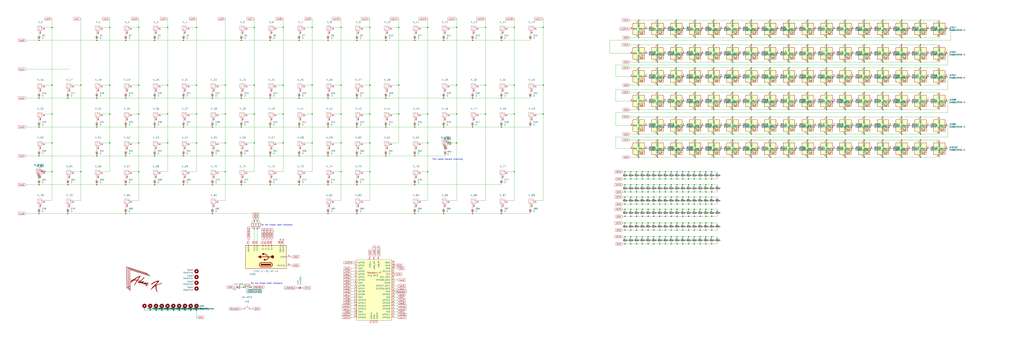
<source format=kicad_sch>
(kicad_sch (version 20211123) (generator eeschema)
  (paper "User" 899.998 299.999)
  (title_block (title "EnvKB") (date "2021-03-08") (rev "Rev.B") (company "Envious Media"))
  (junction (at 660.4 39.37))
  (junction (at 600.075 168.91))
  (junction (at 152.4 273.05))
  (junction (at 610.2682 190.5))
  (junction (at 808.99 33.02))
  (junction (at 96.52 74.93))
  (junction (at 574.675 173.355))
  (junction (at 121.92 24.13))
  (junction (at 569.595 214.63))
  (junction (at 577.85 118.11))
  (junction (at 137.16 273.05))
  (junction (at 389.89 35.56))
  (junction (at 808.99 81.28))
  (junction (at 577.85 96.52))
  (junction (at 676.91 102.87))
  (junction (at 759.46 118.11))
  (junction (at 620.395 173.355))
  (junction (at 569.595 179.705))
  (junction (at 594.36 118.11))
  (junction (at 594.995 162.56))
  (junction (at 600.1082 190.5))
  (junction (at 198.12 151.13))
  (junction (at 600.1082 184.15))
  (junction (at 742.95 33.02))
  (junction (at 574.675 214.63))
  (junction (at 85.09 86.36))
  (junction (at 620.395 168.91))
  (junction (at 559.435 173.355))
  (junction (at 564.515 173.355))
  (junction (at 161.29 86.36))
  (junction (at 396.24 125.73))
  (junction (at 660.4 59.69))
  (junction (at 477.52 24.13))
  (junction (at 569.595 202.565))
  (junction (at 339.09 111.76))
  (junction (at 625.475 168.91))
  (junction (at 584.835 214.63))
  (junction (at 627.38 123.19))
  (junction (at 792.48 138.43))
  (junction (at 693.42 39.37))
  (junction (at 808.99 123.19))
  (junction (at 775.97 17.78))
  (junction (at 610.235 151.13))
  (junction (at 594.36 74.93))
  (junction (at 709.93 123.19))
  (junction (at 792.48 81.28))
  (junction (at 709.93 74.93))
  (junction (at 594.995 157.48))
  (junction (at 643.89 54.61))
  (junction (at 615.3482 184.15))
  (junction (at 594.995 168.91))
  (junction (at 45.72 151.13))
  (junction (at 549.275 157.48))
  (junction (at 161.29 162.56))
  (junction (at 709.93 118.11))
  (junction (at 172.72 125.73))
  (junction (at 643.89 102.87))
  (junction (at 549.3082 184.15))
  (junction (at 561.34 33.02))
  (junction (at 45.72 100.33))
  (junction (at 561.34 39.37))
  (junction (at 135.89 35.56))
  (junction (at 186.69 111.76))
  (junction (at 121.92 74.93))
  (junction (at 600.075 202.565))
  (junction (at 157.48 273.05))
  (junction (at 625.475 151.13))
  (junction (at 600.075 179.705))
  (junction (at 594.36 54.61))
  (junction (at 589.915 196.215))
  (junction (at 223.52 125.73))
  (junction (at 660.4 102.87))
  (junction (at 610.87 102.87))
  (junction (at 610.235 157.48))
  (junction (at 96.52 125.73))
  (junction (at 693.42 54.61))
  (junction (at 147.32 74.93))
  (junction (at 477.52 100.33))
  (junction (at 615.315 196.215))
  (junction (at 554.3882 184.15))
  (junction (at 564.5482 190.5))
  (junction (at 792.48 59.69))
  (junction (at 574.675 151.13))
  (junction (at 110.49 111.76))
  (junction (at 559.4682 190.5))
  (junction (at 223.52 74.93))
  (junction (at 561.34 138.43))
  (junction (at 559.4682 184.15))
  (junction (at 625.475 196.215))
  (junction (at 579.755 157.48))
  (junction (at 389.89 187.96))
  (junction (at 589.915 208.28))
  (junction (at 584.835 179.705))
  (junction (at 325.12 74.93))
  (junction (at 584.835 162.56))
  (junction (at 595.0282 190.5))
  (junction (at 161.29 111.76))
  (junction (at 759.46 17.78))
  (junction (at 625.475 202.565))
  (junction (at 339.09 86.36))
  (junction (at 625.475 179.705))
  (junction (at 237.49 137.16))
  (junction (at 594.36 102.87))
  (junction (at 775.97 54.61))
  (junction (at 401.32 24.13))
  (junction (at 726.44 118.11))
  (junction (at 220.345 252.73))
  (junction (at 584.8682 184.15))
  (junction (at 610.87 17.78))
  (junction (at 643.89 81.28))
  (junction (at 627.38 102.87))
  (junction (at 584.835 168.91))
  (junction (at 709.93 54.61))
  (junction (at 39.37 151.13))
  (junction (at 579.755 162.56))
  (junction (at 440.69 187.96))
  (junction (at 742.95 96.52))
  (junction (at 45.72 125.73))
  (junction (at 579.755 173.355))
  (junction (at 693.42 59.69))
  (junction (at 610.235 168.91))
  (junction (at 584.8682 190.5))
  (junction (at 237.49 162.56))
  (junction (at 589.915 151.13))
  (junction (at 775.97 96.52))
  (junction (at 759.46 39.37))
  (junction (at 186.69 137.16))
  (junction (at 564.5482 184.15))
  (junction (at 709.93 39.37))
  (junction (at 339.09 35.56))
  (junction (at 577.85 81.28))
  (junction (at 554.355 214.63))
  (junction (at 709.93 81.28))
  (junction (at 248.92 125.73))
  (junction (at 161.29 137.16))
  (junction (at 561.34 74.93))
  (junction (at 313.69 187.96))
  (junction (at 554.355 173.355))
  (junction (at 808.99 118.11))
  (junction (at 135.89 111.76))
  (junction (at 559.435 208.28))
  (junction (at 620.4282 184.15))
  (junction (at 223.52 24.13))
  (junction (at 660.4 81.28))
  (junction (at 589.915 162.56))
  (junction (at 564.515 202.565))
  (junction (at 288.29 187.96))
  (junction (at 726.44 81.28))
  (junction (at 554.355 208.28))
  (junction (at 186.69 86.36))
  (junction (at 198.12 125.73))
  (junction (at 676.91 123.19))
  (junction (at 595.0282 184.15))
  (junction (at 775.97 118.11))
  (junction (at 660.4 138.43))
  (junction (at 559.435 162.56))
  (junction (at 625.5082 190.5))
  (junction (at 625.475 157.48))
  (junction (at 726.44 33.02))
  (junction (at 440.69 111.76))
  (junction (at 726.44 39.37))
  (junction (at 564.515 168.91))
  (junction (at 132.08 273.05))
  (junction (at 676.91 81.28))
  (junction (at 262.89 162.56))
  (junction (at 85.09 137.16))
  (junction (at 45.72 74.93))
  (junction (at 262.89 86.36))
  (junction (at 391.16 130.81))
  (junction (at 589.915 168.91))
  (junction (at 135.89 137.16))
  (junction (at 709.93 33.02))
  (junction (at 693.42 74.93))
  (junction (at 759.46 96.52))
  (junction (at 579.7882 190.5))
  (junction (at 627.38 138.43))
  (junction (at 248.92 74.93))
  (junction (at 709.93 17.78))
  (junction (at 426.72 24.13))
  (junction (at 726.44 102.87))
  (junction (at 808.99 102.87))
  (junction (at 59.69 187.96))
  (junction (at 808.99 138.43))
  (junction (at 759.46 123.19))
  (junction (at 605.155 208.28))
  (junction (at 589.915 214.63))
  (junction (at 135.89 162.56))
  (junction (at 452.12 100.33))
  (junction (at 574.675 168.91))
  (junction (at 594.36 33.02))
  (junction (at 288.29 111.76))
  (junction (at 726.44 123.19))
  (junction (at 561.34 59.69))
  (junction (at 213.995 252.73))
  (junction (at 742.95 81.28))
  (junction (at 589.915 202.565))
  (junction (at 549.275 208.28))
  (junction (at 709.93 96.52))
  (junction (at 569.595 151.13))
  (junction (at 147.32 24.13))
  (junction (at 569.595 208.28))
  (junction (at 34.29 162.56))
  (junction (at 792.48 33.02))
  (junction (at 313.69 162.56))
  (junction (at 554.355 157.48))
  (junction (at 34.29 86.36))
  (junction (at 594.995 179.705))
  (junction (at 212.09 35.56))
  (junction (at 577.85 74.93))
  (junction (at 59.69 162.56))
  (junction (at 248.92 24.13))
  (junction (at 274.32 24.13))
  (junction (at 742.95 59.69))
  (junction (at 775.97 81.28))
  (junction (at 549.275 162.56))
  (junction (at 742.95 54.61))
  (junction (at 643.89 96.52))
  (junction (at 610.235 208.28))
  (junction (at 742.95 123.19))
  (junction (at 594.995 202.565))
  (junction (at 559.435 179.705))
  (junction (at 274.32 74.93))
  (junction (at 605.155 202.565))
  (junction (at 709.93 59.69))
  (junction (at 594.995 173.355))
  (junction (at 569.595 173.355))
  (junction (at 415.29 35.56))
  (junction (at 600.075 173.355))
  (junction (at 574.7082 190.5))
  (junction (at 415.29 111.76))
  (junction (at 59.69 86.36))
  (junction (at 569.595 168.91))
  (junction (at 709.93 138.43))
  (junction (at 726.44 17.78))
  (junction (at 288.29 35.56))
  (junction (at 759.46 33.02))
  (junction (at 660.4 123.19))
  (junction (at 808.99 74.93))
  (junction (at 401.32 100.33))
  (junction (at 574.675 196.215))
  (junction (at 676.91 118.11))
  (junction (at 643.89 33.02))
  (junction (at 223.52 194.31))
  (junction (at 676.91 17.78))
  (junction (at 559.435 157.48))
  (junction (at 615.315 162.56))
  (junction (at 274.32 100.33))
  (junction (at 627.38 33.02))
  (junction (at 579.755 196.215))
  (junction (at 792.48 54.61))
  (junction (at 584.835 173.355))
  (junction (at 693.42 17.78))
  (junction (at 594.995 208.28))
  (junction (at 313.69 137.16))
  (junction (at 579.7882 184.15))
  (junction (at 554.355 162.56))
  (junction (at 610.87 33.02))
  (junction (at 452.12 24.13))
  (junction (at 579.755 208.28))
  (junction (at 549.275 179.705))
  (junction (at 676.91 39.37))
  (junction (at 660.4 54.61))
  (junction (at 364.49 187.96))
  (junction (at 589.9482 190.5))
  (junction (at 161.29 35.56))
  (junction (at 135.89 86.36))
  (junction (at 299.72 100.33))
  (junction (at 792.48 39.37))
  (junction (at 549.275 202.565))
  (junction (at 569.595 157.48))
  (junction (at 121.92 151.13))
  (junction (at 110.49 162.56))
  (junction (at 792.48 102.87))
  (junction (at 559.435 151.13))
  (junction (at 627.38 118.11))
  (junction (at 615.315 151.13))
  (junction (at 589.915 173.355))
  (junction (at 34.29 111.76))
  (junction (at 693.42 118.11))
  (junction (at 549.3082 190.5))
  (junction (at 110.49 187.96))
  (junction (at 577.85 102.87))
  (junction (at 605.155 162.56))
  (junction (at 627.38 54.61))
  (junction (at 299.72 151.13))
  (junction (at 808.99 59.69))
  (junction (at 792.48 96.52))
  (junction (at 625.5082 184.15))
  (junction (at 620.395 214.63))
  (junction (at 610.87 118.11))
  (junction (at 172.72 100.33))
  (junction (at 110.49 86.36))
  (junction (at 71.12 151.13))
  (junction (at 574.7082 184.15))
  (junction (at 759.46 81.28))
  (junction (at 339.09 137.16))
  (junction (at 594.36 17.78))
  (junction (at 554.355 179.705))
  (junction (at 605.155 168.91))
  (junction (at 589.915 179.705))
  (junction (at 223.52 201.295))
  (junction (at 594.36 81.28))
  (junction (at 440.69 86.36))
  (junction (at 579.755 179.705))
  (junction (at 549.275 168.91))
  (junction (at 775.97 123.19))
  (junction (at 248.92 100.33))
  (junction (at 792.48 123.19))
  (junction (at 186.69 162.56))
  (junction (at 440.69 35.56))
  (junction (at 594.995 214.63))
  (junction (at 643.89 17.78))
  (junction (at 288.29 86.36))
  (junction (at 643.89 138.43))
  (junction (at 142.24 273.05))
  (junction (at 172.72 273.05))
  (junction (at 625.475 208.28))
  (junction (at 110.49 137.16))
  (junction (at 589.915 157.48))
  (junction (at 237.49 111.76))
  (junction (at 615.315 179.705))
  (junction (at 600.075 196.215))
  (junction (at 759.46 102.87))
  (junction (at 299.72 74.93))
  (junction (at 121.92 100.33))
  (junction (at 554.355 202.565))
  (junction (at 121.92 125.73))
  (junction (at 759.46 59.69))
  (junction (at 643.89 123.19))
  (junction (at 726.44 138.43))
  (junction (at 549.275 173.355))
  (junction (at 808.99 96.52))
  (junction (at 110.49 35.56))
  (junction (at 577.85 17.78))
  (junction (at 262.89 35.56))
  (junction (at 577.85 39.37))
  (junction (at 569.6282 190.5))
  (junction (at 147.32 100.33))
  (junction (at 288.29 137.16))
  (junction (at 45.72 24.13))
  (junction (at 610.235 179.705))
  (junction (at 620.395 202.565))
  (junction (at 561.34 118.11))
  (junction (at 426.72 100.33))
  (junction (at 579.755 202.565))
  (junction (at 574.675 162.56))
  (junction (at 742.95 102.87))
  (junction (at 693.42 138.43))
  (junction (at 415.29 86.36))
  (junction (at 34.29 187.96))
  (junction (at 660.4 118.11))
  (junction (at 610.235 196.215))
  (junction (at 742.95 74.93))
  (junction (at 610.87 123.19))
  (junction (at 627.38 96.52))
  (junction (at 274.32 125.73))
  (junction (at 742.95 39.37))
  (junction (at 223.52 100.33))
  (junction (at 594.36 59.69))
  (junction (at 610.2682 184.15))
  (junction (at 792.48 17.78))
  (junction (at 564.515 157.48))
  (junction (at 198.12 74.93))
  (junction (at 579.755 151.13))
  (junction (at 584.835 196.215))
  (junction (at 564.515 214.63))
  (junction (at 554.355 196.215))
  (junction (at 262.89 137.16))
  (junction (at 389.89 86.36))
  (junction (at 350.52 74.93))
  (junction (at 364.49 162.56))
  (junction (at 676.91 54.61))
  (junction (at 775.97 74.93))
  (junction (at 198.12 100.33))
  (junction (at 808.99 39.37))
  (junction (at 594.36 96.52))
  (junction (at 742.95 118.11))
  (junction (at 600.075 151.13))
  (junction (at 375.92 125.73))
  (junction (at 375.92 24.13))
  (junction (at 554.355 151.13))
  (junction (at 34.29 35.56))
  (junction (at 584.835 208.28))
  (junction (at 726.44 54.61))
  (junction (at 299.72 24.13))
  (junction (at 676.91 33.02))
  (junction (at 605.155 214.63))
  (junction (at 288.29 162.56))
  (junction (at 643.89 39.37))
  (junction (at 452.12 151.13))
  (junction (at 569.595 162.56))
  (junction (at 350.52 100.33))
  (junction (at 625.475 173.355))
  (junction (at 676.91 59.69))
  (junction (at 594.36 39.37))
  (junction (at 561.34 96.52))
  (junction (at 605.155 173.355))
  (junction (at 34.29 156.21))
  (junction (at 615.315 214.63))
  (junction (at 549.275 214.63))
  (junction (at 676.91 96.52))
  (junction (at 561.34 123.19))
  (junction (at 610.87 81.28))
  (junction (at 615.315 157.48))
  (junction (at 693.42 33.02))
  (junction (at 574.675 208.28))
  (junction (at 792.48 118.11))
  (junction (at 775.97 33.02))
  (junction (at 584.835 157.48))
  (junction (at 569.595 196.215))
  (junction (at 212.09 162.56))
  (junction (at 226.06 201.295))
  (junction (at 605.155 151.13))
  (junction (at 564.515 208.28))
  (junction (at 627.38 74.93))
  (junction (at 709.93 102.87))
  (junction (at 147.32 125.73))
  (junction (at 579.755 168.91))
  (junction (at 325.12 24.13))
  (junction (at 693.42 81.28))
  (junction (at 792.48 74.93))
  (junction (at 643.89 118.11))
  (junction (at 660.4 17.78))
  (junction (at 564.515 151.13))
  (junction (at 594.995 196.215))
  (junction (at 759.46 138.43))
  (junction (at 676.91 138.43))
  (junction (at 759.46 74.93))
  (junction (at 584.835 202.565))
  (junction (at 600.075 208.28))
  (junction (at 726.44 96.52))
  (junction (at 574.675 179.705))
  (junction (at 554.355 168.91))
  (junction (at 212.09 137.16))
  (junction (at 605.1882 190.5))
  (junction (at 726.44 74.93))
  (junction (at 577.85 33.02))
  (junction (at 605.155 179.705))
  (junction (at 313.69 86.36))
  (junction (at 313.69 111.76))
  (junction (at 620.395 151.13))
  (junction (at 620.395 179.705))
  (junction (at 610.235 162.56))
  (junction (at 71.12 74.93))
  (junction (at 426.72 74.93))
  (junction (at 627.38 59.69))
  (junction (at 325.12 151.13))
  (junction (at 559.435 196.215))
  (junction (at 226.06 194.31))
  (junction (at 693.42 123.19))
  (junction (at 554.3882 190.5))
  (junction (at 561.34 102.87))
  (junction (at 693.42 96.52))
  (junction (at 401.32 74.93))
  (junction (at 808.99 17.78))
  (junction (at 643.89 59.69))
  (junction (at 660.4 33.02))
  (junction (at 299.72 125.73))
  (junction (at 559.435 202.565))
  (junction (at 186.69 187.96))
  (junction (at 364.49 111.76))
  (junction (at 364.49 137.16))
  (junction (at 600.075 214.63))
  (junction (at 85.09 111.76))
  (junction (at 237.49 86.36))
  (junction (at 579.755 214.63))
  (junction (at 620.395 162.56))
  (junction (at 625.475 214.63))
  (junction (at 759.46 54.61))
  (junction (at 85.09 35.56))
  (junction (at 610.87 59.69))
  (junction (at 96.52 24.13))
  (junction (at 775.97 39.37))
  (junction (at 167.64 273.05))
  (junction (at 577.85 138.43))
  (junction (at 375.92 100.33))
  (junction (at 569.6282 184.15))
  (junction (at 85.09 162.56))
  (junction (at 610.235 214.63))
  (junction (at 610.87 39.37))
  (junction (at 615.3482 190.5))
  (junction (at 726.44 59.69))
  (junction (at 212.09 86.36))
  (junction (at 610.235 202.565))
  (junction (at 561.34 17.78))
  (junction (at 742.95 138.43))
  (junction (at 415.29 187.96))
  (junction (at 660.4 74.93))
  (junction (at 564.515 162.56))
  (junction (at 477.52 74.93))
  (junction (at 237.49 35.56))
  (junction (at 96.52 100.33))
  (junction (at 627.38 39.37))
  (junction (at 559.435 214.63))
  (junction (at 660.4 96.52))
  (junction (at 401.32 125.73))
  (junction (at 615.315 173.355))
  (junction (at 313.69 35.56))
  (junction (at 693.42 102.87))
  (junction (at 162.56 273.05))
  (junction (at 615.315 202.565))
  (junction (at 775.97 102.87))
  (junction (at 620.4282 190.5))
  (junction (at 389.89 111.76))
  (junction (at 625.475 162.56))
  (junction (at 627.38 17.78))
  (junction (at 594.36 138.43))
  (junction (at 676.91 74.93))
  (junction (at 600.075 162.56))
  (junction (at 350.52 24.13))
  (junction (at 561.34 54.61))
  (junction (at 620.395 208.28))
  (junction (at 34.29 137.16))
  (junction (at 172.72 24.13))
  (junction (at 620.395 196.215))
  (junction (at 577.85 123.19))
  (junction (at 452.12 74.93))
  (junction (at 605.1882 184.15))
  (junction (at 584.835 151.13))
  (junction (at 577.85 54.61))
  (junction (at 325.12 100.33))
  (junction (at 610.235 173.355))
  (junction (at 589.9482 184.15))
  (junction (at 577.85 59.69))
  (junction (at 627.38 81.28))
  (junction (at 605.155 196.215))
  (junction (at 610.87 96.52))
  (junction (at 212.09 111.76))
  (junction (at 615.315 208.28))
  (junction (at 610.87 74.93))
  (junction (at 610.87 54.61))
  (junction (at 620.395 157.48))
  (junction (at 615.315 168.91))
  (junction (at 559.435 168.91))
  (junction (at 594.995 151.13))
  (junction (at 561.34 81.28))
  (junction (at 600.075 157.48))
  (junction (at 808.99 54.61))
  (junction (at 549.275 151.13))
  (junction (at 594.36 123.19))
  (junction (at 775.97 59.69))
  (junction (at 742.95 17.78))
  (junction (at 643.89 74.93))
  (junction (at 375.92 151.13))
  (junction (at 147.32 273.05))
  (junction (at 325.12 125.73))
  (junction (at 262.89 111.76))
  (junction (at 574.675 202.565))
  (junction (at 574.675 157.48))
  (junction (at 775.97 138.43))
  (junction (at 564.515 196.215))
  (junction (at 610.87 138.43))
  (junction (at 172.72 74.93))
  (junction (at 564.515 179.705))
  (junction (at 364.49 35.56))
  (junction (at 549.275 196.215))
  (junction (at 605.155 157.48))
  (no_connect (at 246.38 210.82))
  (no_connect (at 248.92 210.82))
  (wire (pts (xy 554.355 156.845) (xy 554.355 157.48)))
  (wire (pts (xy 625.475 162.56) (xy 630.555 162.56)))
  (wire (pts (xy 186.69 187.96) (xy 288.29 187.96)))
  (wire (pts (xy 569.595 168.275) (xy 569.595 168.91)))
  (wire (pts (xy 161.29 29.21) (xy 161.29 30.48)))
  (wire (pts (xy 140.97 74.93) (xy 147.32 74.93)))
  (wire (pts (xy 594.995 162.56) (xy 600.075 162.56)))
  (wire (pts (xy 172.72 24.13) (xy 172.72 74.93)))
  (wire (pts (xy 34.29 137.16) (xy 85.09 137.16)))
  (wire (pts (xy 833.12 57.15) (xy 541.02 57.15)))
  (wire (pts (xy 643.89 123.19) (xy 660.4 123.19)))
  (wire (pts (xy 605.1882 184.15) (xy 605.1882 184.785)))
  (wire (pts (xy 585.47 25.4) (xy 586.74 25.4)))
  (wire (pts (xy 726.44 17.78) (xy 742.95 17.78)))
  (wire (pts (xy 553.72 17.78) (xy 561.34 17.78)))
  (wire (pts (xy 600.075 201.93) (xy 600.075 202.565)))
  (wire (pts (xy 288.29 86.36) (xy 313.69 86.36)))
  (wire (pts (xy 85.09 86.36) (xy 110.49 86.36)))
  (wire (pts (xy 147.32 125.73) (xy 147.32 100.33)))
  (wire (pts (xy 452.12 151.13) (xy 452.12 100.33)))
  (wire (pts (xy 835.66 25.4) (xy 835.66 35.56)))
  (wire (pts (xy 627.38 102.87) (xy 643.89 102.87)))
  (wire (pts (xy 132.08 273.05) (xy 137.16 273.05)))
  (wire (pts (xy 445.77 176.53) (xy 452.12 176.53)))
  (wire (pts (xy 620.395 202.565) (xy 625.475 202.565)))
  (wire (pts (xy 445.77 74.93) (xy 452.12 74.93)))
  (wire (pts (xy 346.71 251.46) (xy 349.25 251.46)))
  (wire (pts (xy 579.7882 189.865) (xy 579.7882 190.5)))
  (wire (pts (xy 759.46 102.87) (xy 775.97 102.87)))
  (wire (pts (xy 477.52 100.33) (xy 477.52 74.93)))
  (wire (pts (xy 660.4 81.28) (xy 676.91 81.28)))
  (wire (pts (xy 709.93 74.93) (xy 693.42 74.93)))
  (wire (pts (xy 344.17 24.13) (xy 350.52 24.13)))
  (wire (pts (xy 610.87 96.52) (xy 627.38 96.52)))
  (wire (pts (xy 308.61 248.92) (xy 311.15 248.92)))
  (wire (pts (xy 96.52 16.51) (xy 96.52 24.13)))
  (wire (pts (xy 564.515 156.845) (xy 564.515 157.48)))
  (wire (pts (xy 594.36 102.87) (xy 610.87 102.87)))
  (wire (pts (xy 605.155 208.28) (xy 605.155 208.915)))
  (wire (pts (xy 213.995 252.73) (xy 214.63 252.73)))
  (wire (pts (xy 391.16 130.81) (xy 391.16 132.08)))
  (wire (pts (xy 553.72 59.69) (xy 561.34 59.69)))
  (wire (pts (xy 223.52 151.13) (xy 223.52 125.73)))
  (wire (pts (xy 742.95 118.11) (xy 759.46 118.11)))
  (wire (pts (xy 198.12 151.13) (xy 198.12 125.73)))
  (wire (pts (xy 625.475 151.13) (xy 630.555 151.13)))
  (wire (pts (xy 660.4 96.52) (xy 676.91 96.52)))
  (wire (pts (xy 792.48 102.87) (xy 808.99 102.87)))
  (wire (pts (xy 369.57 176.53) (xy 375.92 176.53)))
  (wire (pts (xy 610.87 74.93) (xy 627.38 74.93)))
  (wire (pts (xy 625.475 201.93) (xy 625.475 202.565)))
  (wire (pts (xy 600.075 173.355) (xy 605.155 173.355)))
  (wire (pts (xy 394.97 74.93) (xy 401.32 74.93)))
  (wire (pts (xy 39.37 125.73) (xy 45.72 125.73)))
  (wire (pts (xy 471.17 74.93) (xy 477.52 74.93)))
  (wire (pts (xy 401.32 24.13) (xy 401.32 74.93)))
  (wire (pts (xy 589.915 208.28) (xy 589.915 208.915)))
  (wire (pts (xy 792.48 39.37) (xy 808.99 39.37)))
  (wire (pts (xy 584.835 162.56) (xy 589.915 162.56)))
  (wire (pts (xy 135.89 162.56) (xy 161.29 162.56)))
  (wire (pts (xy 717.55 110.49) (xy 718.82 110.49)))
  (wire (pts (xy 440.69 35.56) (xy 466.09 35.56)))
  (wire (pts (xy 625.475 168.91) (xy 630.555 168.91)))
  (wire (pts (xy 198.12 176.53) (xy 198.12 151.13)))
  (wire (pts (xy 313.69 35.56) (xy 339.09 35.56)))
  (wire (pts (xy 34.29 105.41) (xy 34.29 106.68)))
  (wire (pts (xy 440.69 29.21) (xy 440.69 30.48)))
  (wire (pts (xy 620.395 168.91) (xy 625.475 168.91)))
  (wire (pts (xy 237.49 111.76) (xy 262.89 111.76)))
  (wire (pts (xy 212.09 80.01) (xy 212.09 81.28)))
  (wire (pts (xy 726.44 96.52) (xy 742.95 96.52)))
  (wire (pts (xy 561.34 39.37) (xy 577.85 39.37)))
  (wire (pts (xy 569.6282 184.15) (xy 574.7082 184.15)))
  (wire (pts (xy 585.47 88.9) (xy 586.74 88.9)))
  (wire (pts (xy 589.915 173.355) (xy 594.995 173.355)))
  (wire (pts (xy 625.475 151.13) (xy 625.475 151.765)))
  (wire (pts (xy 547.4032 190.5) (xy 549.3082 190.5)))
  (wire (pts (xy 375.92 16.51) (xy 375.92 24.13)))
  (wire (pts (xy 701.04 46.99) (xy 702.31 46.99)))
  (wire (pts (xy 808.99 17.78) (xy 825.5 17.78)))
  (wire (pts (xy 564.515 201.93) (xy 564.515 202.565)))
  (wire (pts (xy 549.275 168.91) (xy 549.275 168.275)))
  (wire (pts (xy 605.155 173.355) (xy 605.155 173.99)))
  (wire (pts (xy 579.755 168.91) (xy 584.835 168.91)))
  (wire (pts (xy 299.72 176.53) (xy 299.72 151.13)))
  (wire (pts (xy 605.155 196.215) (xy 605.155 196.85)))
  (wire (pts (xy 627.38 59.69) (xy 643.89 59.69)))
  (wire (pts (xy 726.44 81.28) (xy 742.95 81.28)))
  (wire (pts (xy 742.95 123.19) (xy 759.46 123.19)))
  (wire (pts (xy 45.72 24.13) (xy 45.72 74.93)))
  (wire (pts (xy 643.89 33.02) (xy 660.4 33.02)))
  (wire (pts (xy 615.315 162.56) (xy 620.395 162.56)))
  (wire (pts (xy 553.72 123.19) (xy 561.34 123.19)))
  (wire (pts (xy 574.675 201.93) (xy 574.675 202.565)))
  (wire (pts (xy 676.91 59.69) (xy 693.42 59.69)))
  (wire (pts (xy 389.89 187.96) (xy 415.29 187.96)))
  (wire (pts (xy 759.46 54.61) (xy 775.97 54.61)))
  (wire (pts (xy 452.12 100.33) (xy 452.12 74.93)))
  (wire (pts (xy 627.38 54.61) (xy 643.89 54.61)))
  (wire (pts (xy 605.155 208.28) (xy 610.235 208.28)))
  (wire (pts (xy 615.315 196.215) (xy 615.315 196.85)))
  (wire (pts (xy 625.475 173.355) (xy 625.475 173.99)))
  (wire (pts (xy 594.36 118.11) (xy 610.87 118.11)))
  (wire (pts (xy 242.57 151.13) (xy 248.92 151.13)))
  (wire (pts (xy 594.36 17.78) (xy 610.87 17.78)))
  (wire (pts (xy 600.075 173.355) (xy 600.075 173.99)))
  (wire (pts (xy 676.91 33.02) (xy 693.42 33.02)))
  (wire (pts (xy 564.515 157.48) (xy 569.595 157.48)))
  (wire (pts (xy 717.55 88.9) (xy 718.82 88.9)))
  (wire (pts (xy 605.155 151.13) (xy 610.235 151.13)))
  (wire (pts (xy 833.12 78.74) (xy 541.02 78.74)))
  (wire (pts (xy 709.93 96.52) (xy 726.44 96.52)))
  (wire (pts (xy 553.72 39.37) (xy 561.34 39.37)))
  (wire (pts (xy 242.57 125.73) (xy 248.92 125.73)))
  (wire (pts (xy 574.675 168.275) (xy 574.675 168.91)))
  (wire (pts (xy 627.38 74.93) (xy 643.89 74.93)))
  (wire (pts (xy 344.17 100.33) (xy 350.52 100.33)))
  (wire (pts (xy 595.0282 189.865) (xy 595.0282 190.5)))
  (wire (pts (xy 569.595 201.93) (xy 569.595 202.565)))
  (wire (pts (xy 569.595 179.705) (xy 574.675 179.705)))
  (wire (pts (xy 564.515 173.355) (xy 564.515 173.99)))
  (wire (pts (xy 577.85 17.78) (xy 594.36 17.78)))
  (wire (pts (xy 605.155 202.565) (xy 610.235 202.565)))
  (wire (pts (xy 618.49 67.31) (xy 619.76 67.31)))
  (wire (pts (xy 288.29 130.81) (xy 288.29 132.08)))
  (wire (pts (xy 477.52 24.13) (xy 477.52 74.93)))
  (wire (pts (xy 549.275 196.215) (xy 549.275 196.85)))
  (wire (pts (xy 471.17 24.13) (xy 477.52 24.13)))
  (wire (pts (xy 574.675 179.07) (xy 574.675 179.705)))
  (wire (pts (xy 212.09 130.81) (xy 212.09 132.08)))
  (wire (pts (xy 589.915 151.13) (xy 594.995 151.13)))
  (wire (pts (xy 561.34 81.28) (xy 577.85 81.28)))
  (wire (pts (xy 594.995 214.63) (xy 600.075 214.63)))
  (wire (pts (xy 600.075 151.13) (xy 600.075 151.765)))
  (wire (pts (xy 668.02 88.9) (xy 669.29 88.9)))
  (wire (pts (xy 833.12 120.65) (xy 541.02 120.65)))
  (wire (pts (xy 833.12 110.49) (xy 833.12 120.65)))
  (wire (pts (xy 346.71 264.16) (xy 349.25 264.16)))
  (wire (pts (xy 594.995 208.28) (xy 600.075 208.28)))
  (wire (pts (xy 554.355 168.275) (xy 554.355 168.91)))
  (wire (pts (xy 426.72 24.13) (xy 426.72 74.93)))
  (wire (pts (xy 121.92 24.13) (xy 121.92 74.93)))
  (wire (pts (xy 288.29 187.96) (xy 313.69 187.96)))
  (wire (pts (xy 775.97 118.11) (xy 792.48 118.11)))
  (wire (pts (xy 668.02 130.81) (xy 669.29 130.81)))
  (wire (pts (xy 800.1 25.4) (xy 801.37 25.4)))
  (wire (pts (xy 579.755 173.355) (xy 579.755 173.99)))
  (wire (pts (xy 734.06 110.49) (xy 735.33 110.49)))
  (wire (pts (xy 45.72 16.51) (xy 45.72 24.13)))
  (wire (pts (xy 267.97 100.33) (xy 274.32 100.33)))
  (wire (pts (xy 64.77 176.53) (xy 71.12 176.53)))
  (wire (pts (xy 767.08 67.31) (xy 768.35 67.31)))
  (wire (pts (xy 577.85 33.02) (xy 594.36 33.02)))
  (wire (pts (xy 620.4282 184.15) (xy 620.4282 184.785)))
  (wire (pts (xy 579.755 162.56) (xy 579.755 163.195)))
  (wire (pts (xy 709.93 33.02) (xy 693.42 33.02)))
  (wire (pts (xy 375.92 151.13) (xy 375.92 125.73)))
  (wire (pts (xy 630.555 196.215) (xy 630.555 196.85)))
  (wire (pts (xy 564.515 213.995) (xy 564.515 214.63)))
  (wire (pts (xy 610.235 196.215) (xy 610.235 196.85)))
  (wire (pts (xy 553.72 54.61) (xy 561.34 54.61)))
  (wire (pts (xy 34.29 156.21) (xy 34.29 157.48)))
  (wire (pts (xy 620.395 196.215) (xy 625.475 196.215)))
  (wire (pts (xy 477.52 16.51) (xy 477.52 24.13)))
  (wire (pts (xy 800.1 67.31) (xy 801.37 67.31)))
  (wire (pts (xy 554.3882 184.15) (xy 559.4682 184.15)))
  (wire (pts (xy 212.09 29.21) (xy 212.09 30.48)))
  (wire (pts (xy 610.87 59.69) (xy 627.38 59.69)))
  (wire (pts (xy 726.44 123.19) (xy 742.95 123.19)))
  (wire (pts (xy 313.69 29.21) (xy 313.69 30.48)))
  (wire (pts (xy 693.42 123.19) (xy 709.93 123.19)))
  (wire (pts (xy 267.97 74.93) (xy 274.32 74.93)))
  (wire (pts (xy 96.52 125.73) (xy 96.52 100.33)))
  (wire (pts (xy 554.355 208.28) (xy 554.355 208.915)))
  (wire (pts (xy 311.15 238.76) (xy 308.61 238.76)))
  (wire (pts (xy 615.315 151.13) (xy 615.315 151.765)))
  (wire (pts (xy 643.89 54.61) (xy 660.4 54.61)))
  (wire (pts (xy 750.57 110.49) (xy 751.84 110.49)))
  (wire (pts (xy 161.29 80.01) (xy 161.29 81.28)))
  (wire (pts (xy 308.61 269.24) (xy 311.15 269.24)))
  (wire (pts (xy 389.89 111.76) (xy 415.29 111.76)))
  (wire (pts (xy 625.475 179.07) (xy 625.475 179.705)))
  (wire (pts (xy 610.235 162.56) (xy 615.315 162.56)))
  (wire (pts (xy 569.595 179.07) (xy 569.595 179.705)))
  (wire (pts (xy 630.555 214.63) (xy 630.555 213.995)))
  (wire (pts (xy 643.89 74.93) (xy 660.4 74.93)))
  (wire (pts (xy 561.34 33.02) (xy 577.85 33.02)))
  (wire (pts (xy 627.38 39.37) (xy 643.89 39.37)))
  (wire (pts (xy 574.675 208.28) (xy 579.755 208.28)))
  (wire (pts (xy 833.12 67.31) (xy 833.12 78.74)))
  (wire (pts (xy 620.395 162.56) (xy 620.395 163.195)))
  (wire (pts (xy 564.5482 184.15) (xy 569.6282 184.15)))
  (wire (pts (xy 605.155 213.995) (xy 605.155 214.63)))
  (wire (pts (xy 610.235 201.93) (xy 610.235 202.565)))
  (wire (pts (xy 561.34 118.11) (xy 577.85 118.11)))
  (wire (pts (xy 223.52 125.73) (xy 223.52 100.33)))
  (wire (pts (xy 595.0282 184.15) (xy 595.0282 184.785)))
  (wire (pts (xy 577.85 102.87) (xy 594.36 102.87)))
  (wire (pts (xy 311.15 279.4) (xy 308.61 279.4)))
  (wire (pts (xy 549.3082 184.15) (xy 549.3082 184.785)))
  (wire (pts (xy 135.89 80.01) (xy 135.89 81.28)))
  (wire (pts (xy 564.515 196.215) (xy 569.595 196.215)))
  (wire (pts (xy 561.34 123.19) (xy 577.85 123.19)))
  (wire (pts (xy 313.69 137.16) (xy 339.09 137.16)))
  (wire (pts (xy 226.06 201.295) (xy 226.06 210.82)))
  (wire (pts (xy 293.37 151.13) (xy 299.72 151.13)))
  (wire (pts (xy 34.29 111.76) (xy 85.09 111.76)))
  (wire (pts (xy 800.1 88.9) (xy 801.37 88.9)))
  (wire (pts (xy 589.915 151.13) (xy 589.915 151.765)))
  (wire (pts (xy 152.4 273.05) (xy 157.48 273.05)))
  (wire (pts (xy 605.1882 190.5) (xy 610.2682 190.5)))
  (wire (pts (xy 618.49 130.81) (xy 619.76 130.81)))
  (wire (pts (xy 610.2682 184.15) (xy 610.2682 184.785)))
  (wire (pts (xy 554.355 202.565) (xy 559.435 202.565)))
  (wire (pts (xy 262.89 130.81) (xy 262.89 132.08)))
  (wire (pts (xy 630.555 173.355) (xy 630.555 173.99)))
  (wire (pts (xy 288.29 105.41) (xy 288.29 106.68)))
  (wire (pts (xy 625.475 162.56) (xy 625.475 163.195)))
  (wire (pts (xy 364.49 29.21) (xy 364.49 30.48)))
  (wire (pts (xy 569.6282 189.865) (xy 569.6282 190.5)))
  (wire (pts (xy 594.995 157.48) (xy 600.075 157.48)))
  (wire (pts (xy 212.09 111.76) (xy 237.49 111.76)))
  (wire (pts (xy 121.92 151.13) (xy 121.92 125.73)))
  (wire (pts (xy 22.86 111.76) (xy 34.29 111.76)))
  (wire (pts (xy 452.12 24.13) (xy 452.12 74.93)))
  (wire (pts (xy 668.02 110.49) (xy 669.29 110.49)))
  (wire (pts (xy 223.52 193.675) (xy 223.52 194.31)))
  (wire (pts (xy 618.49 25.4) (xy 619.76 25.4)))
  (wire (pts (xy 426.72 16.51) (xy 426.72 24.13)))
  (wire (pts (xy 135.89 111.76) (xy 161.29 111.76)))
  (wire (pts (xy 610.235 168.275) (xy 610.235 168.91)))
  (wire (pts (xy 589.915 208.28) (xy 594.995 208.28)))
  (wire (pts (xy 346.71 259.08) (xy 349.25 259.08)))
  (wire (pts (xy 375.92 125.73) (xy 375.92 100.33)))
  (wire (pts (xy 808.99 39.37) (xy 825.5 39.37)))
  (wire (pts (xy 549.275 173.355) (xy 554.355 173.355)))
  (wire (pts (xy 709.93 54.61) (xy 693.42 54.61)))
  (wire (pts (xy 594.36 81.28) (xy 610.87 81.28)))
  (wire (pts (xy 426.72 100.33) (xy 426.72 74.93)))
  (wire (pts (xy 541.02 110.49) (xy 553.72 110.49)))
  (wire (pts (xy 726.44 118.11) (xy 742.95 118.11)))
  (wire (pts (xy 59.69 162.56) (xy 85.09 162.56)))
  (wire (pts (xy 660.4 59.69) (xy 676.91 59.69)))
  (wire (pts (xy 71.12 151.13) (xy 71.12 74.93)))
  (wire (pts (xy 775.97 33.02) (xy 792.48 33.02)))
  (wire (pts (xy 554.355 213.995) (xy 554.355 214.63)))
  (wire (pts (xy 137.16 273.05) (xy 142.24 273.05)))
  (wire (pts (xy 364.49 35.56) (xy 389.89 35.56)))
  (wire (pts (xy 742.95 17.78) (xy 759.46 17.78)))
  (wire (pts (xy 584.835 208.28) (xy 584.835 208.915)))
  (wire (pts (xy 569.595 208.28) (xy 574.675 208.28)))
  (wire (pts (xy 242.57 74.93) (xy 248.92 74.93)))
  (wire (pts (xy 615.315 213.995) (xy 615.315 214.63)))
  (wire (pts (xy 262.89 111.76) (xy 288.29 111.76)))
  (wire (pts (xy 547.37 196.215) (xy 549.275 196.215)))
  (wire (pts (xy 676.91 17.78) (xy 693.42 17.78)))
  (wire (pts (xy 589.915 202.565) (xy 594.995 202.565)))
  (wire (pts (xy 759.46 17.78) (xy 775.97 17.78)))
  (wire (pts (xy 643.89 59.69) (xy 660.4 59.69)))
  (wire (pts (xy 610.2682 189.865) (xy 610.2682 190.5)))
  (wire (pts (xy 308.61 264.16) (xy 311.15 264.16)))
  (wire (pts (xy 693.42 102.87) (xy 709.93 102.87)))
  (wire (pts (xy 594.36 54.61) (xy 610.87 54.61)))
  (wire (pts (xy 553.72 74.93) (xy 561.34 74.93)))
  (wire (pts (xy 816.61 46.99) (xy 817.88 46.99)))
  (wire (pts (xy 564.515 208.28) (xy 564.515 208.915)))
  (wire (pts (xy 808.99 138.43) (xy 825.5 138.43)))
  (wire (pts (xy 750.57 25.4) (xy 751.84 25.4)))
  (wire (pts (xy 549.275 157.48) (xy 549.275 156.845)))
  (wire (pts (xy 559.435 208.28) (xy 559.435 208.915)))
  (wire (pts (xy 615.315 157.48) (xy 620.395 157.48)))
  (wire (pts (xy 110.49 137.16) (xy 135.89 137.16)))
  (wire (pts (xy 808.99 102.87) (xy 825.5 102.87)))
  (wire (pts (xy 553.72 138.43) (xy 561.34 138.43)))
  (wire (pts (xy 115.57 74.93) (xy 121.92 74.93)))
  (wire (pts (xy 610.235 208.28) (xy 615.315 208.28)))
  (wire (pts (xy 394.97 100.33) (xy 401.32 100.33)))
  (wire (pts (xy 350.52 100.33) (xy 350.52 74.93)))
  (wire (pts (xy 759.46 59.69) (xy 775.97 59.69)))
  (wire (pts (xy 605.1882 184.15) (xy 610.2682 184.15)))
  (wire (pts (xy 339.09 130.81) (xy 339.09 132.08)))
  (wire (pts (xy 549.275 162.56) (xy 549.275 163.195)))
  (wire (pts (xy 33.02 154.94) (xy 33.02 156.21)))
  (wire (pts (xy 564.515 202.565) (xy 569.595 202.565)))
  (wire (pts (xy 620.395 151.13) (xy 620.395 151.765)))
  (wire (pts (xy 750.57 130.81) (xy 751.84 130.81)))
  (wire (pts (xy 415.29 86.36) (xy 440.69 86.36)))
  (wire (pts (xy 620.395 201.93) (xy 620.395 202.565)))
  (wire (pts (xy 22.86 60.96) (xy 60.96 60.96)))
  (wire (pts (xy 569.595 196.215) (xy 574.675 196.215)))
  (wire (pts (xy 726.44 138.43) (xy 742.95 138.43)))
  (wire (pts (xy 452.12 176.53) (xy 452.12 151.13)))
  (wire (pts (xy 325.12 16.51) (xy 325.12 24.13)))
  (wire (pts (xy 620.4282 190.5) (xy 625.5082 190.5)))
  (wire (pts (xy 39.37 176.53) (xy 45.72 176.53)))
  (wire (pts (xy 553.72 96.52) (xy 561.34 96.52)))
  (wire (pts (xy 339.09 105.41) (xy 339.09 106.68)))
  (wire (pts (xy 660.4 74.93) (xy 676.91 74.93)))
  (wire (pts (xy 579.755 213.995) (xy 579.755 214.63)))
  (wire (pts (xy 299.72 125.73) (xy 299.72 100.33)))
  (wire (pts (xy 605.155 179.705) (xy 610.235 179.705)))
  (wire (pts (xy 339.09 29.21) (xy 339.09 30.48)))
  (wire (pts (xy 594.995 201.93) (xy 594.995 202.565)))
  (wire (pts (xy 620.395 213.995) (xy 620.395 214.63)))
  (wire (pts (xy 161.29 35.56) (xy 212.09 35.56)))
  (wire (pts (xy 574.675 202.565) (xy 579.755 202.565)))
  (wire (pts (xy 547.37 162.56) (xy 549.275 162.56)))
  (wire (pts (xy 559.435 151.13) (xy 559.435 151.765)))
  (wire (pts (xy 610.87 81.28) (xy 627.38 81.28)))
  (wire (pts (xy 115.57 24.13) (xy 121.92 24.13)))
  (wire (pts (xy 466.09 29.21) (xy 466.09 30.48)))
  (wire (pts (xy 96.52 100.33) (xy 96.52 74.93)))
  (wire (pts (xy 660.4 102.87) (xy 676.91 102.87)))
  (wire (pts (xy 589.9482 184.15) (xy 595.0282 184.15)))
  (wire (pts (xy 227.965 200.66) (xy 227.965 201.295)))
  (wire (pts (xy 394.97 176.53) (xy 401.32 176.53)))
  (wire (pts (xy 627.38 33.02) (xy 643.89 33.02)))
  (wire (pts (xy 96.52 151.13) (xy 96.52 125.73)))
  (wire (pts (xy 415.29 35.56) (xy 440.69 35.56)))
  (wire (pts (xy 701.04 67.31) (xy 702.31 67.31)))
  (wire (pts (xy 59.69 181.61) (xy 59.69 182.88)))
  (wire (pts (xy 630.555 151.13) (xy 630.555 151.765)))
  (wire (pts (xy 401.32 100.33) (xy 401.32 74.93)))
  (wire (pts (xy 293.37 24.13) (xy 299.72 24.13)))
  (wire (pts (xy 559.435 213.995) (xy 559.435 214.63)))
  (wire (pts (xy 684.53 110.49) (xy 685.8 110.49)))
  (wire (pts (xy 389.89 130.81) (xy 391.16 130.81)))
  (wire (pts (xy 564.515 168.275) (xy 564.515 168.91)))
  (wire (pts (xy 600.075 213.995) (xy 600.075 214.63)))
  (wire (pts (xy 161.29 130.81) (xy 161.29 132.08)))
  (wire (pts (xy 135.89 137.16) (xy 161.29 137.16)))
  (wire (pts (xy 293.37 100.33) (xy 299.72 100.33)))
  (wire (pts (xy 610.87 54.61) (xy 627.38 54.61)))
  (wire (pts (xy 625.475 196.215) (xy 630.555 196.215)))
  (wire (pts (xy 541.02 99.06) (xy 541.02 110.49)))
  (wire (pts (xy 535.94 35.56) (xy 535.94 46.99)))
  (wire (pts (xy 783.59 110.49) (xy 784.86 110.49)))
  (wire (pts (xy 668.02 67.31) (xy 669.29 67.31)))
  (wire (pts (xy 584.835 151.13) (xy 584.835 151.765)))
  (wire (pts (xy 783.59 46.99) (xy 784.86 46.99)))
  (wire (pts (xy 635 67.31) (xy 636.27 67.31)))
  (wire (pts (xy 579.7882 190.5) (xy 584.8682 190.5)))
  (wire (pts (xy 610.87 17.78) (xy 627.38 17.78)))
  (wire (pts (xy 186.69 105.41) (xy 186.69 106.68)))
  (wire (pts (xy 559.4682 190.5) (xy 564.5482 190.5)))
  (wire (pts (xy 594.995 168.275) (xy 594.995 168.91)))
  (wire (pts (xy 808.99 118.11) (xy 825.5 118.11)))
  (wire (pts (xy 585.47 130.81) (xy 586.74 130.81)))
  (wire (pts (xy 625.475 156.845) (xy 625.475 157.48)))
  (wire (pts (xy 274.32 125.73) (xy 274.32 100.33)))
  (wire (pts (xy 759.46 138.43) (xy 775.97 138.43)))
  (wire (pts (xy 643.89 96.52) (xy 660.4 96.52)))
  (wire (pts (xy 601.98 110.49) (xy 603.25 110.49)))
  (wire (pts (xy 775.97 138.43) (xy 792.48 138.43)))
  (wire (pts (xy 549.275 173.355) (xy 549.275 173.99)))
  (wire (pts (xy 615.315 179.705) (xy 620.395 179.705)))
  (wire (pts (xy 313.69 86.36) (xy 339.09 86.36)))
  (wire (pts (xy 415.29 80.01) (xy 415.29 81.28)))
  (wire (pts (xy 600.075 156.845) (xy 600.075 157.48)))
  (wire (pts (xy 346.71 261.62) (xy 349.25 261.62)))
  (wire (pts (xy 212.09 162.56) (xy 237.49 162.56)))
  (wire (pts (xy 808.99 59.69) (xy 825.5 59.69)))
  (wire (pts (xy 610.235 157.48) (xy 615.315 157.48)))
  (wire (pts (xy 630.555 168.91) (xy 630.555 168.275)))
  (wire (pts (xy 564.515 179.705) (xy 569.595 179.705)))
  (wire (pts (xy 594.995 196.215) (xy 594.995 196.85)))
  (wire (pts (xy 262.89 80.01) (xy 262.89 81.28)))
  (wire (pts (xy 808.99 54.61) (xy 825.5 54.61)))
  (wire (pts (xy 676.91 118.11) (xy 693.42 118.11)))
  (wire (pts (xy 620.4282 184.15) (xy 625.5082 184.15)))
  (wire (pts (xy 85.09 137.16) (xy 110.49 137.16)))
  (wire (pts (xy 775.97 123.19) (xy 792.48 123.19)))
  (wire (pts (xy 452.12 16.51) (xy 452.12 24.13)))
  (wire (pts (xy 605.155 179.07) (xy 605.155 179.705)))
  (wire (pts (xy 339.09 111.76) (xy 364.49 111.76)))
  (wire (pts (xy 394.97 124.46) (xy 396.24 124.46)))
  (wire (pts (xy 569.595 173.355) (xy 569.595 173.99)))
  (wire (pts (xy 610.2682 184.15) (xy 615.3482 184.15)))
  (wire (pts (xy 783.59 130.81) (xy 784.86 130.81)))
  (wire (pts (xy 45.72 100.33) (xy 45.72 74.93)))
  (wire (pts (xy 554.355 214.63) (xy 559.435 214.63)))
  (wire (pts (xy 579.755 156.845) (xy 579.755 157.48)))
  (wire (pts (xy 569.595 213.995) (xy 569.595 214.63)))
  (wire (pts (xy 22.86 35.56) (xy 34.29 35.56)))
  (wire (pts (xy 594.995 179.705) (xy 600.075 179.705)))
  (wire (pts (xy 627.38 17.78) (xy 643.89 17.78)))
  (wire (pts (xy 364.49 162.56) (xy 440.69 162.56)))
  (wire (pts (xy 709.93 102.87) (xy 726.44 102.87)))
  (wire (pts (xy 701.04 88.9) (xy 702.31 88.9)))
  (wire (pts (xy 615.3482 190.5) (xy 620.4282 190.5)))
  (wire (pts (xy 564.515 173.355) (xy 569.595 173.355)))
  (wire (pts (xy 339.09 86.36) (xy 389.89 86.36)))
  (wire (pts (xy 579.755 196.215) (xy 579.755 196.85)))
  (wire (pts (xy 620.395 168.275) (xy 620.395 168.91)))
  (wire (pts (xy 212.09 105.41) (xy 212.09 106.68)))
  (wire (pts (xy 471.17 176.53) (xy 477.52 176.53)))
  (wire (pts (xy 248.92 125.73) (xy 248.92 100.33)))
  (wire (pts (xy 643.89 39.37) (xy 660.4 39.37)))
  (wire (pts (xy 364.49 105.41) (xy 364.49 106.68)))
  (wire (pts (xy 759.46 96.52) (xy 775.97 96.52)))
  (wire (pts (xy 574.675 151.13) (xy 574.675 151.765)))
  (wire (pts (xy 85.09 111.76) (xy 110.49 111.76)))
  (wire (pts (xy 600.1082 189.865) (xy 600.1082 190.5)))
  (wire (pts (xy 585.47 67.31) (xy 586.74 67.31)))
  (wire (pts (xy 668.02 25.4) (xy 669.29 25.4)))
  (wire (pts (xy 311.15 236.22) (xy 308.61 236.22)))
  (wire (pts (xy 643.89 138.43) (xy 660.4 138.43)))
  (wire (pts (xy 135.89 29.21) (xy 135.89 30.48)))
  (wire (pts (xy 792.48 17.78) (xy 808.99 17.78)))
  (wire (pts (xy 559.435 157.48) (xy 564.515 157.48)))
  (wire (pts (xy 554.355 168.91) (xy 559.435 168.91)))
  (wire (pts (xy 440.69 187.96) (xy 466.09 187.96)))
  (wire (pts (xy 630.555 208.28) (xy 630.555 208.915)))
  (wire (pts (xy 594.995 202.565) (xy 600.075 202.565)))
  (wire (pts (xy 223.52 24.13) (xy 223.52 74.93)))
  (wire (pts (xy 549.275 157.48) (xy 554.355 157.48)))
  (wire (pts (xy 445.77 100.33) (xy 452.12 100.33)))
  (wire (pts (xy 559.435 173.355) (xy 559.435 173.99)))
  (wire (pts (xy 630.555 162.56) (xy 630.555 163.195)))
  (wire (pts (xy 564.515 151.13) (xy 569.595 151.13)))
  (wire (pts (xy 90.17 74.93) (xy 96.52 74.93)))
  (wire (pts (xy 816.61 25.4) (xy 817.88 25.4)))
  (wire (pts (xy 237.49 105.41) (xy 237.49 106.68)))
  (wire (pts (xy 313.69 156.21) (xy 313.69 157.48)))
  (wire (pts (xy 147.32 16.51) (xy 147.32 24.13)))
  (wire (pts (xy 605.1882 189.865) (xy 605.1882 190.5)))
  (wire (pts (xy 693.42 17.78) (xy 709.93 17.78)))
  (wire (pts (xy 569.595 214.63) (xy 574.675 214.63)))
  (wire (pts (xy 308.61 266.7) (xy 311.15 266.7)))
  (wire (pts (xy 579.7882 184.15) (xy 579.7882 184.785)))
  (wire (pts (xy 584.835 173.355) (xy 584.835 173.99)))
  (wire (pts (xy 709.93 33.02) (xy 726.44 33.02)))
  (wire (pts (xy 792.48 81.28) (xy 808.99 81.28)))
  (wire (pts (xy 308.61 259.08) (xy 311.15 259.08)))
  (wire (pts (xy 161.29 111.76) (xy 186.69 111.76)))
  (wire (pts (xy 600.075 202.565) (xy 605.155 202.565)))
  (wire (pts (xy 466.09 105.41) (xy 466.09 106.68)))
  (wire (pts (xy 676.91 102.87) (xy 693.42 102.87)))
  (wire (pts (xy 600.075 168.275) (xy 600.075 168.91)))
  (wire (pts (xy 574.675 156.845) (xy 574.675 157.48)))
  (wire (pts (xy 601.98 130.81) (xy 603.25 130.81)))
  (wire (pts (xy 676.91 54.61) (xy 693.42 54.61)))
  (wire (pts (xy 600.075 162.56) (xy 605.155 162.56)))
  (wire (pts (xy 579.755 208.28) (xy 584.835 208.28)))
  (wire (pts (xy 584.835 151.13) (xy 589.915 151.13)))
  (wire (pts (xy 568.96 67.31) (xy 570.23 67.31)))
  (wire (pts (xy 579.755 157.48) (xy 584.835 157.48)))
  (wire (pts (xy 198.12 100.33) (xy 198.12 74.93)))
  (wire (pts (xy 212.09 35.56) (xy 237.49 35.56)))
  (wire (pts (xy 221.615 195.58) (xy 221.615 194.31)))
  (wire (pts (xy 615.315 201.93) (xy 615.315 202.565)))
  (wire (pts (xy 45.72 151.13) (xy 45.72 125.73)))
  (wire (pts (xy 262.89 162.56) (xy 288.29 162.56)))
  (wire (pts (xy 217.17 151.13) (xy 223.52 151.13)))
  (wire (pts (xy 554.355 201.93) (xy 554.355 202.565)))
  (wire (pts (xy 346.71 274.32) (xy 349.25 274.32)))
  (wire (pts (xy 833.12 88.9) (xy 833.12 99.06)))
  (wire (pts (xy 554.355 179.07) (xy 554.355 179.705)))
  (wire (pts (xy 440.69 181.61) (xy 440.69 182.88)))
  (wire (pts (xy 574.675 196.215) (xy 579.755 196.215)))
  (wire (pts (xy 589.915 214.63) (xy 594.995 214.63)))
  (wire (pts (xy 574.675 179.705) (xy 579.755 179.705)))
  (wire (pts (xy 594.36 59.69) (xy 610.87 59.69)))
  (wire (pts (xy 172.72 151.13) (xy 172.72 125.73)))
  (wire (pts (xy 742.95 102.87) (xy 759.46 102.87)))
  (wire (pts (xy 589.915 168.275) (xy 589.915 168.91)))
  (wire (pts (xy 554.355 196.215) (xy 554.355 196.85)))
  (wire (pts (xy 559.435 201.93) (xy 559.435 202.565)))
  (wire (pts (xy 594.36 123.19) (xy 610.87 123.19)))
  (wire (pts (xy 605.155 201.93) (xy 605.155 202.565)))
  (wire (pts (xy 726.44 33.02) (xy 742.95 33.02)))
  (wire (pts (xy 554.355 162.56) (xy 554.355 163.195)))
  (wire (pts (xy 620.395 162.56) (xy 625.475 162.56)))
  (wire (pts (xy 564.515 162.56) (xy 564.515 163.195)))
  (wire (pts (xy 574.675 173.355) (xy 574.675 173.99)))
  (wire (pts (xy 227.965 195.58) (xy 227.965 194.31)))
  (wire (pts (xy 579.755 208.28) (xy 579.755 208.915)))
  (wire (pts (xy 375.92 176.53) (xy 375.92 151.13)))
  (wire (pts (xy 172.72 125.73) (xy 172.72 100.33)))
  (wire (pts (xy 64.77 74.93) (xy 71.12 74.93)))
  (wire (pts (xy 553.72 33.02) (xy 561.34 33.02)))
  (wire (pts (xy 198.12 125.73) (xy 198.12 100.33)))
  (wire (pts (xy 701.04 110.49) (xy 702.31 110.49)))
  (wire (pts (xy 22.86 137.16) (xy 34.29 137.16)))
  (wire (pts (xy 693.42 39.37) (xy 709.93 39.37)))
  (wire (pts (xy 635 110.49) (xy 636.27 110.49)))
  (wire (pts (xy 709.93 138.43) (xy 726.44 138.43)))
  (wire (pts (xy 726.44 102.87) (xy 742.95 102.87)))
  (wire (pts (xy 584.8682 184.15) (xy 589.9482 184.15)))
  (wire (pts (xy 742.95 54.61) (xy 759.46 54.61)))
  (wire (pts (xy 726.44 74.93) (xy 742.95 74.93)))
  (wire (pts (xy 549.275 202.565) (xy 549.275 201.93)))
  (wire (pts (xy 605.155 196.215) (xy 610.235 196.215)))
  (wire (pts (xy 605.155 173.355) (xy 610.235 173.355)))
  (wire (pts (xy 248.92 16.51) (xy 248.92 24.13)))
  (wire (pts (xy 684.53 130.81) (xy 685.8 130.81)))
  (wire (pts (xy 217.17 125.73) (xy 223.52 125.73)))
  (wire (pts (xy 568.96 130.81) (xy 570.23 130.81)))
  (wire (pts (xy 569.595 156.845) (xy 569.595 157.48)))
  (wire (pts (xy 308.61 274.32) (xy 311.15 274.32)))
  (wire (pts (xy 569.595 168.91) (xy 574.675 168.91)))
  (wire (pts (xy 142.24 273.05) (xy 147.32 273.05)))
  (wire (pts (xy 615.315 214.63) (xy 620.395 214.63)))
  (wire (pts (xy 554.355 208.28) (xy 559.435 208.28)))
  (wire (pts (xy 85.09 80.01) (xy 85.09 81.28)))
  (wire (pts (xy 166.37 151.13) (xy 172.72 151.13)))
  (wire (pts (xy 440.69 111.76) (xy 466.09 111.76)))
  (wire (pts (xy 709.93 59.69) (xy 726.44 59.69)))
  (wire (pts (xy 34.29 29.21) (xy 34.29 30.48)))
  (wire (pts (xy 85.09 156.21) (xy 85.09 157.48)))
  (wire (pts (xy 605.155 162.56) (xy 610.235 162.56)))
  (wire (pts (xy 775.97 54.61) (xy 792.48 54.61)))
  (wire (pts (xy 349.25 266.7) (xy 346.71 266.7)))
  (wire (pts (xy 541.02 78.74) (xy 541.02 88.9)))
  (wire (pts (xy 627.38 96.52) (xy 643.89 96.52)))
  (wire (pts (xy 547.37 179.705) (xy 549.275 179.705)))
  (wire (pts (xy 589.915 213.995) (xy 589.915 214.63)))
  (wire (pts (xy 445.77 151.13) (xy 452.12 151.13)))
  (wire (pts (xy 226.06 193.675) (xy 226.06 194.31)))
  (wire (pts (xy 594.36 33.02) (xy 610.87 33.02)))
  (wire (pts (xy 620.395 173.355) (xy 625.475 173.355)))
  (wire (pts (xy 237.49 130.81) (xy 237.49 132.08)))
  (wire (pts (xy 574.675 214.63) (xy 579.755 214.63)))
  (wire (pts (xy 547.37 214.63) (xy 549.275 214.63)))
  (wire (pts (xy 59.69 80.01) (xy 59.69 81.28)))
  (wire (pts (xy 299.72 100.33) (xy 299.72 74.93)))
  (wire (pts (xy 600.075 157.48) (xy 605.155 157.48)))
  (wire (pts (xy 584.835 196.215) (xy 589.915 196.215)))
  (wire (pts (xy 293.37 176.53) (xy 299.72 176.53)))
  (wire (pts (xy 110.49 35.56) (xy 135.89 35.56)))
  (wire (pts (xy 90.17 125.73) (xy 96.52 125.73)))
  (wire (pts (xy 651.51 46.99) (xy 652.78 46.99)))
  (wire (pts (xy 389.89 181.61) (xy 389.89 182.88)))
  (wire (pts (xy 620.395 208.28) (xy 625.475 208.28)))
  (wire (pts (xy 734.06 25.4) (xy 735.33 25.4)))
  (wire (pts (xy 217.17 74.93) (xy 223.52 74.93)))
  (wire (pts (xy 577.85 81.28) (xy 594.36 81.28)))
  (wire (pts (xy 726.44 39.37) (xy 742.95 39.37)))
  (wire (pts (xy 625.475 214.63) (xy 630.555 214.63)))
  (wire (pts (xy 709.93 81.28) (xy 726.44 81.28)))
  (wire (pts (xy 569.595 151.13) (xy 574.675 151.13)))
  (wire (pts (xy 574.675 208.28) (xy 574.675 208.915)))
  (wire (pts (xy 651.51 25.4) (xy 652.78 25.4)))
  (wire (pts (xy 676.91 96.52) (xy 693.42 96.52)))
  (wire (pts (xy 601.98 25.4) (xy 603.25 25.4)))
  (wire (pts (xy 559.435 202.565) (xy 564.515 202.565)))
  (wire (pts (xy 594.36 74.93) (xy 610.87 74.93)))
  (wire (pts (xy 71.12 176.53) (xy 71.12 151.13)))
  (wire (pts (xy 34.29 80.01) (xy 34.29 81.28)))
  (wire (pts (xy 325.12 176.53) (xy 325.12 151.13)))
  (wire (pts (xy 620.395 214.63) (xy 625.475 214.63)))
  (wire (pts (xy 59.69 187.96) (xy 110.49 187.96)))
  (wire (pts (xy 594.36 138.43) (xy 610.87 138.43)))
  (wire (pts (xy 709.93 118.11) (xy 726.44 118.11)))
  (wire (pts (xy 651.51 67.31) (xy 652.78 67.31)))
  (wire (pts (xy 39.37 149.86) (xy 38.1 149.86)))
  (wire (pts (xy 420.37 176.53) (xy 426.72 176.53)))
  (wire (pts (xy 440.69 86.36) (xy 466.09 86.36)))
  (wire (pts (xy 651.51 110.49) (xy 652.78 110.49)))
  (wire (pts (xy 161.29 156.21) (xy 161.29 157.48)))
  (wire (pts (xy 615.3482 189.865) (xy 615.3482 190.5)))
  (wire (pts (xy 574.7082 184.15) (xy 579.7882 184.15)))
  (wire (pts (xy 339.09 80.01) (xy 339.09 81.28)))
  (wire (pts (xy 227.965 201.295) (xy 226.06 201.295)))
  (wire (pts (xy 709.93 96.52) (xy 693.42 96.52)))
  (wire (pts (xy 564.5482 190.5) (xy 569.6282 190.5)))
  (wire (pts (xy 574.7082 189.865) (xy 574.7082 190.5)))
  (wire (pts (xy 569.595 196.215) (xy 569.595 196.85)))
  (wire (pts (xy 601.98 67.31) (xy 603.25 67.31)))
  (wire (pts (xy 135.89 105.41) (xy 135.89 106.68)))
  (wire (pts (xy 554.355 157.48) (xy 559.435 157.48)))
  (wire (pts (xy 584.835 173.355) (xy 589.915 173.355)))
  (wire (pts (xy 369.57 24.13) (xy 375.92 24.13)))
  (wire (pts (xy 549.275 214.63) (xy 554.355 214.63)))
  (wire (pts (xy 34.29 35.56) (xy 85.09 35.56)))
  (wire (pts (xy 775.97 39.37) (xy 792.48 39.37)))
  (wire (pts (xy 660.4 54.61) (xy 676.91 54.61)))
  (wire (pts (xy 401.32 100.33) (xy 401.32 125.73)))
  (wire (pts (xy 90.17 24.13) (xy 96.52 24.13)))
  (wire (pts (xy 559.435 214.63) (xy 564.515 214.63)))
  (wire (pts (xy 549.275 151.13) (xy 554.355 151.13)))
  (wire (pts (xy 742.95 96.52) (xy 759.46 96.52)))
  (wire (pts (xy 618.49 46.99) (xy 619.76 46.99)))
  (wire (pts (xy 635 46.99) (xy 636.27 46.99)))
  (wire (pts (xy 709.93 39.37) (xy 726.44 39.37)))
  (wire (pts (xy 808.99 74.93) (xy 825.5 74.93)))
  (wire (pts (xy 615.315 168.91) (xy 620.395 168.91)))
  (wire (pts (xy 577.85 59.69) (xy 594.36 59.69)))
  (wire (pts (xy 792.48 33.02) (xy 808.99 33.02)))
  (wire (pts (xy 561.34 59.69) (xy 577.85 59.69)))
  (wire (pts (xy 676.91 123.19) (xy 693.42 123.19)))
  (wire (pts (xy 221.615 200.66) (xy 221.615 201.295)))
  (wire (pts (xy 547.37 173.355) (xy 549.275 173.355)))
  (wire (pts (xy 313.69 111.76) (xy 339.09 111.76)))
  (wire (pts (xy 792.48 123.19) (xy 808.99 123.19)))
  (wire (pts (xy 630.555 179.705) (xy 630.555 179.07)))
  (wire (pts (xy 564.515 162.56) (xy 569.595 162.56)))
  (wire (pts (xy 299.72 16.51) (xy 299.72 24.13)))
  (wire (pts (xy 577.85 54.61) (xy 594.36 54.61)))
  (wire (pts (xy 775.97 102.87) (xy 792.48 102.87)))
  (wire (pts (xy 311.15 243.84) (xy 308.61 243.84)))
  (wire (pts (xy 135.89 130.81) (xy 135.89 132.08)))
  (wire (pts (xy 375.92 24.13) (xy 375.92 100.33)))
  (wire (pts (xy 161.29 162.56) (xy 186.69 162.56)))
  (wire (pts (xy 625.5082 190.5) (xy 630.5882 190.5)))
  (wire (pts (xy 191.77 151.13) (xy 198.12 151.13)))
  (wire (pts (xy 577.85 96.52) (xy 594.36 96.52)))
  (wire (pts (xy 600.075 179.07) (xy 600.075 179.705)))
  (wire (pts (xy 601.98 46.99) (xy 603.25 46.99)))
  (wire (pts (xy 775.97 74.93) (xy 792.48 74.93)))
  (wire (pts (xy 601.98 88.9) (xy 603.25 88.9)))
  (wire (pts (xy 415.29 105.41) (xy 415.29 106.68)))
  (wire (pts (xy 759.46 81.28) (xy 775.97 81.28)))
  (wire (pts (xy 389.89 80.01) (xy 389.89 81.28)))
  (wire (pts (xy 615.315 208.28) (xy 615.315 208.915)))
  (wire (pts (xy 339.09 35.56) (xy 364.49 35.56)))
  (wire (pts (xy 110.49 86.36) (xy 135.89 86.36)))
  (wire (pts (xy 610.235 173.355) (xy 610.235 173.99)))
  (wire (pts (xy 311.15 251.46) (xy 308.61 251.46)))
  (wire (pts (xy 568.96 25.4) (xy 570.23 25.4)))
  (wire (pts (xy 186.69 162.56) (xy 212.09 162.56)))
  (wire (pts (xy 589.915 179.07) (xy 589.915 179.705)))
  (wire (pts (xy 308.61 246.38) (xy 311.15 246.38)))
  (wire (pts (xy 237.49 80.01) (xy 237.49 81.28)))
  (wire (pts (xy 668.02 46.99) (xy 669.29 46.99)))
  (wire (pts (xy 569.595 157.48) (xy 574.675 157.48)))
  (wire (pts (xy 110.49 187.96) (xy 186.69 187.96)))
  (wire (pts (xy 541.02 88.9) (xy 553.72 88.9)))
  (wire (pts (xy 364.49 187.96) (xy 389.89 187.96)))
  (wire (pts (xy 223.52 194.31) (xy 223.52 195.58)))
  (wire (pts (xy 213.36 252.73) (xy 213.995 252.73)))
  (wire (pts (xy 554.355 173.355) (xy 559.435 173.355)))
  (wire (pts (xy 620.4282 189.865) (xy 620.4282 190.5)))
  (wire (pts (xy 589.915 179.705) (xy 594.995 179.705)))
  (wire (pts (xy 554.355 151.13) (xy 554.355 151.765)))
  (wire (pts (xy 605.155 168.91) (xy 610.235 168.91)))
  (wire (pts (xy 274.32 151.13) (xy 274.32 125.73)))
  (wire (pts (xy 610.87 138.43) (xy 627.38 138.43)))
  (wire (pts (xy 561.34 17.78) (xy 577.85 17.78)))
  (wire (pts (xy 186.69 181.61) (xy 186.69 182.88)))
  (wire (pts (xy 792.48 54.61) (xy 808.99 54.61)))
  (wire (pts (xy 440.69 80.01) (xy 440.69 81.28)))
  (wire (pts (xy 318.77 125.73) (xy 325.12 125.73)))
  (wire (pts (xy 625.475 179.705) (xy 630.555 179.705)))
  (wire (pts (xy 717.55 130.81) (xy 718.82 130.81)))
  (wire (pts (xy 594.995 173.355) (xy 600.075 173.355)))
  (wire (pts (xy 161.29 105.41) (xy 161.29 106.68)))
  (wire (pts (xy 734.06 67.31) (xy 735.33 67.31)))
  (wire (pts (xy 267.97 24.13) (xy 274.32 24.13)))
  (wire (pts (xy 615.315 168.275) (xy 615.315 168.91)))
  (wire (pts (xy 610.87 102.87) (xy 627.38 102.87)))
  (wire (pts (xy 808.99 96.52) (xy 825.5 96.52)))
  (wire (pts (xy 167.64 273.05) (xy 172.72 273.05)))
  (wire (pts (xy 318.77 100.33) (xy 325.12 100.33)))
  (wire (pts (xy 140.97 100.33) (xy 147.32 100.33)))
  (wire (pts (xy 553.72 102.87) (xy 561.34 102.87)))
  (wire (pts (xy 212.09 137.16) (xy 237.49 137.16)))
  (wire (pts (xy 589.9482 184.15) (xy 589.9482 184.785)))
  (wire (pts (xy 325.12 125.73) (xy 325.12 100.33)))
  (wire (pts (xy 568.96 46.99) (xy 570.23 46.99)))
  (wire (pts (xy 595.0282 184.15) (xy 600.1082 184.15)))
  (wire (pts (xy 313.69 80.01) (xy 313.69 81.28)))
  (wire (pts (xy 221.615 201.295) (xy 223.52 201.295)))
  (wire (pts (xy 547.37 202.565) (xy 549.275 202.565)))
  (wire (pts (xy 600.075 162.56) (xy 600.075 163.195)))
  (wire (pts (xy 635 25.4) (xy 636.27 25.4)))
  (wire (pts (xy 396.24 124.46) (xy 396.24 125.73)))
  (wire (pts (xy 594.995 151.13) (xy 600.075 151.13)))
  (wire (pts (xy 161.29 137.16) (xy 186.69 137.16)))
  (wire (pts (xy 759.46 123.19) (xy 775.97 123.19)))
  (wire (pts (xy 471.17 100.33) (xy 477.52 100.33)))
  (wire (pts (xy 676.91 138.43) (xy 693.42 138.43)))
  (wire (pts (xy 364.49 130.81) (xy 364.49 132.08)))
  (wire (pts (xy 554.355 179.705) (xy 559.435 179.705)))
  (wire (pts (xy 577.85 74.93) (xy 594.36 74.93)))
  (wire (pts (xy 589.915 157.48) (xy 594.995 157.48)))
  (wire (pts (xy 549.275 179.705) (xy 554.355 179.705)))
  (wire (pts (xy 577.85 138.43) (xy 594.36 138.43)))
  (wire (pts (xy 115.57 176.53) (xy 121.92 176.53)))
  (wire (pts (xy 135.89 86.36) (xy 161.29 86.36)))
  (wire (pts (xy 85.09 105.41) (xy 85.09 106.68)))
  (wire (pts (xy 274.32 100.33) (xy 274.32 74.93)))
  (wire (pts (xy 549.3082 184.15) (xy 554.3882 184.15)))
  (wire (pts (xy 311.15 271.78) (xy 308.61 271.78)))
  (wire (pts (xy 110.49 105.41) (xy 110.49 106.68)))
  (wire (pts (xy 140.97 24.13) (xy 147.32 24.13)))
  (wire (pts (xy 226.06 194.31) (xy 226.06 195.58)))
  (wire (pts (xy 172.72 273.05) (xy 172.72 279.4)))
  (wire (pts (xy 584.835 196.215) (xy 584.835 196.85)))
  (wire (pts (xy 759.46 118.11) (xy 775.97 118.11)))
  (wire (pts (xy 561.34 102.87) (xy 577.85 102.87)))
  (wire (pts (xy 615.315 179.07) (xy 615.315 179.705)))
  (wire (pts (xy 223.52 100.33) (xy 223.52 74.93)))
  (wire (pts (xy 420.37 24.13) (xy 426.72 24.13)))
  (wire (pts (xy 110.49 130.81) (xy 110.49 132.08)))
  (wire (pts (xy 547.37 157.48) (xy 549.275 157.48)))
  (wire (pts (xy 564.515 214.63) (xy 569.595 214.63)))
  (wire (pts (xy 262.89 86.36) (xy 288.29 86.36)))
  (wire (pts (xy 726.44 59.69) (xy 742.95 59.69)))
  (wire (pts (xy 726.44 54.61) (xy 742.95 54.61)))
  (wire (pts (xy 541.02 67.31) (xy 553.72 67.31)))
  (wire (pts (xy 660.4 138.43) (xy 676.91 138.43)))
  (wire (pts (xy 584.835 208.28) (xy 589.915 208.28)))
  (wire (pts (xy 325.12 151.13) (xy 325.12 125.73)))
  (wire (pts (xy 22.86 162.56) (xy 34.29 162.56)))
  (wire (pts (xy 610.235 179.07) (xy 610.235 179.705)))
  (wire (pts (xy 115.57 151.13) (xy 121.92 151.13)))
  (wire (pts (xy 396.24 125.73) (xy 401.32 125.73)))
  (wire (pts (xy 369.57 125.73) (xy 375.92 125.73)))
  (wire (pts (xy 833.12 25.4) (xy 835.66 25.4)))
  (wire (pts (xy 615.3482 184.15) (xy 615.3482 184.785)))
  (wire (pts (xy 288.29 181.61) (xy 288.29 182.88)))
  (wire (pts (xy 39.37 24.13) (xy 45.72 24.13)))
  (wire (pts (xy 569.595 202.565) (xy 574.675 202.565)))
  (wire (pts (xy 693.42 59.69) (xy 709.93 59.69)))
  (wire (pts (xy 559.435 168.275) (xy 559.435 168.91)))
  (wire (pts (xy 584.835 168.275) (xy 584.835 168.91)))
  (wire (pts (xy 191.77 125.73) (xy 198.12 125.73)))
  (wire (pts (xy 610.235 173.355) (xy 615.315 173.355)))
  (wire (pts (xy 584.8682 184.15) (xy 584.8682 184.785)))
  (wire (pts (xy 610.87 39.37) (xy 627.38 39.37)))
  (wire (pts (xy 643.89 17.78) (xy 660.4 17.78)))
  (wire (pts (xy 344.17 74.93) (xy 350.52 74.93)))
  (wire (pts (xy 615.315 173.355) (xy 615.315 173.99)))
  (wire (pts (xy 237.49 29.21) (xy 237.49 30.48)))
  (wire (pts (xy 339.09 137.16) (xy 364.49 137.16)))
  (wire (pts (xy 34.29 86.36) (xy 59.69 86.36)))
  (wire (pts (xy 39.37 151.13) (xy 39.37 149.86)))
  (wire (pts (xy 369.57 151.13) (xy 375.92 151.13)))
  (wire (pts (xy 364.49 181.61) (xy 364.49 182.88)))
  (wire (pts (xy 227.965 194.31) (xy 226.06 194.31)))
  (wire (pts (xy 600.075 214.63) (xy 605.155 214.63)))
  (wire (pts (xy 589.915 196.215) (xy 594.995 196.215)))
  (wire (pts (xy 288.29 111.76) (xy 313.69 111.76)))
  (wire (pts (xy 584.8682 189.865) (xy 584.8682 190.5)))
  (wire (pts (xy 45.72 176.53) (xy 45.72 151.13)))
  (wire (pts (xy 589.9482 189.865) (xy 589.9482 190.5)))
  (wire (pts (xy 34.29 130.81) (xy 34.29 132.08)))
  (wire (pts (xy 569.595 208.28) (xy 569.595 208.915)))
  (wire (pts (xy 568.96 88.9) (xy 570.23 88.9)))
  (wire (pts (xy 288.29 80.01) (xy 288.29 81.28)))
  (wire (pts (xy 226.06 200.66) (xy 226.06 201.295)))
  (wire (pts (xy 288.29 156.21) (xy 288.29 157.48)))
  (wire (pts (xy 237.49 156.21) (xy 237.49 157.48)))
  (wire (pts (xy 643.89 118.11) (xy 660.4 118.11)))
  (wire (pts (xy 559.435 179.07) (xy 559.435 179.705)))
  (wire (pts (xy 110.49 162.56) (xy 135.89 162.56)))
  (wire (pts (xy 610.2682 190.5) (xy 615.3482 190.5)))
  (wire (pts (xy 346.71 279.4) (xy 349.25 279.4)))
  (wire (pts (xy 415.29 187.96) (xy 440.69 187.96)))
  (wire (pts (xy 140.97 125.73) (xy 147.32 125.73)))
  (wire (pts (xy 541.02 130.81) (xy 553.72 130.81)))
  (wire (pts (xy 318.77 74.93) (xy 325.12 74.93)))
  (wire (pts (xy 71.12 16.51) (xy 71.12 74.93)))
  (wire (pts (xy 389.89 129.54) (xy 389.89 130.81)))
  (wire (pts (xy 594.995 168.91) (xy 600.075 168.91)))
  (wire (pts (xy 274.32 16.51) (xy 274.32 24.13)))
  (wire (pts (xy 293.37 125.73) (xy 299.72 125.73)))
  (wire (pts (xy 127 273.05) (xy 132.08 273.05)))
  (wire (pts (xy 594.995 151.13) (xy 594.995 151.765)))
  (wire (pts (xy 212.09 156.21) (xy 212.09 157.48)))
  (wire (pts (xy 288.29 35.56) (xy 313.69 35.56)))
  (wire (pts (xy 561.34 96.52) (xy 577.85 96.52)))
  (wire (pts (xy 559.435 151.13) (xy 564.515 151.13)))
  (wire (pts (xy 288.29 137.16) (xy 313.69 137.16)))
  (wire (pts (xy 610.235 179.705) (xy 615.315 179.705)))
  (wire (pts (xy 554.355 151.13) (xy 559.435 151.13)))
  (wire (pts (xy 147.32 273.05) (xy 152.4 273.05)))
  (wire (pts (xy 660.4 123.19) (xy 676.91 123.19)))
  (wire (pts (xy 34.29 187.96) (xy 59.69 187.96)))
  (wire (pts (xy 742.95 74.93) (xy 759.46 74.93)))
  (wire (pts (xy 594.995 156.845) (xy 594.995 157.48)))
  (wire (pts (xy 717.55 67.31) (xy 718.82 67.31)))
  (wire (pts (xy 615.315 208.28) (xy 620.395 208.28)))
  (wire (pts (xy 579.755 201.93) (xy 579.755 202.565)))
  (wire (pts (xy 775.97 96.52) (xy 792.48 96.52)))
  (wire (pts (xy 311.15 256.54) (xy 308.61 256.54)))
  (wire (pts (xy 584.835 162.56) (xy 584.835 163.195)))
  (wire (pts (xy 816.61 110.49) (xy 817.88 110.49)))
  (wire (pts (xy 564.515 168.91) (xy 569.595 168.91)))
  (wire (pts (xy 346.71 269.24) (xy 349.25 269.24)))
  (wire (pts (xy 792.48 96.52) (xy 808.99 96.52)))
  (wire (pts (xy 767.08 88.9) (xy 768.35 88.9)))
  (wire (pts (xy 610.87 123.19) (xy 627.38 123.19)))
  (wire (pts (xy 620.395 208.28) (xy 620.395 208.915)))
  (wire (pts (xy 262.89 137.16) (xy 288.29 137.16)))
  (wire (pts (xy 559.435 168.91) (xy 564.515 168.91)))
  (wire (pts (xy 186.69 137.16) (xy 212.09 137.16)))
  (wire (pts (xy 346.71 246.38) (xy 349.25 246.38)))
  (wire (pts (xy 783.59 67.31) (xy 784.86 67.31)))
  (wire (pts (xy 22.86 187.96) (xy 34.29 187.96)))
  (wire (pts (xy 594.995 179.07) (xy 594.995 179.705)))
  (wire (pts (xy 589.915 162.56) (xy 594.995 162.56)))
  (wire (pts (xy 110.49 80.01) (xy 110.49 81.28)))
  (wire (pts (xy 605.155 168.275) (xy 605.155 168.91)))
  (wire (pts (xy 615.315 151.13) (xy 620.395 151.13)))
  (wire (pts (xy 549.3082 190.5) (xy 554.3882 190.5)))
  (wire (pts (xy 85.09 130.81) (xy 85.09 132.08)))
  (wire (pts (xy 559.4682 184.15) (xy 559.4682 184.785)))
  (wire (pts (xy 610.235 213.995) (xy 610.235 214.63)))
  (wire (pts (xy 584.835 213.995) (xy 584.835 214.63)))
  (wire (pts (xy 186.69 86.36) (xy 212.09 86.36)))
  (wire (pts (xy 792.48 138.43) (xy 808.99 138.43)))
  (wire (pts (xy 800.1 130.81) (xy 801.37 130.81)))
  (wire (pts (xy 166.37 24.13) (xy 172.72 24.13)))
  (wire (pts (xy 242.57 100.33) (xy 248.92 100.33)))
  (wire (pts (xy 223.52 16.51) (xy 223.52 24.13)))
  (wire (pts (xy 559.435 162.56) (xy 564.515 162.56)))
  (wire (pts (xy 547.37 168.91) (xy 549.275 168.91)))
  (wire (pts (xy 262.89 156.21) (xy 262.89 157.48)))
  (wire (pts (xy 350.52 24.13) (xy 350.52 74.93)))
  (wire (pts (xy 318.77 176.53) (xy 325.12 176.53)))
  (wire (pts (xy 574.675 162.56) (xy 574.675 163.195)))
  (wire (pts (xy 220.345 252.73) (xy 219.71 252.73)))
  (wire (pts (xy 110.49 156.21) (xy 110.49 157.48)))
  (wire (pts (xy 615.3482 184.15) (xy 620.4282 184.15)))
  (wire (pts (xy 635 88.9) (xy 636.27 88.9)))
  (wire (pts (xy 213.995 250.825) (xy 214.63 250.825)))
  (wire (pts (xy 389.89 105.41) (xy 389.89 106.68)))
  (wire (pts (xy 742.95 59.69) (xy 759.46 59.69)))
  (wire (pts (xy 589.915 173.355) (xy 589.915 173.99)))
  (wire (pts (xy 559.4682 189.865) (xy 559.4682 190.5)))
  (wire (pts (xy 39.37 74.93) (xy 45.72 74.93)))
  (wire (pts (xy 569.6282 184.15) (xy 569.6282 184.785)))
  (wire (pts (xy 635 130.81) (xy 636.27 130.81)))
  (wire (pts (xy 660.4 118.11) (xy 676.91 118.11)))
  (wire (pts (xy 742.95 81.28) (xy 759.46 81.28)))
  (wire (pts (xy 759.46 33.02) (xy 775.97 33.02)))
  (wire (pts (xy 709.93 123.19) (xy 726.44 123.19)))
  (wire (pts (xy 549.275 151.13) (xy 549.275 151.765)))
  (wire (pts (xy 389.89 35.56) (xy 415.29 35.56)))
  (wire (pts (xy 364.49 137.16) (xy 391.16 137.16)))
  (wire (pts (xy 618.49 88.9) (xy 619.76 88.9)))
  (wire (pts (xy 630.5882 190.5) (xy 630.5882 189.865)))
  (wire (pts (xy 610.235 196.215) (xy 615.315 196.215)))
  (wire (pts (xy 547.4032 184.15) (xy 549.3082 184.15)))
  (wire (pts (xy 676.91 81.28) (xy 693.42 81.28)))
  (wire (pts (xy 660.4 17.78) (xy 676.91 17.78)))
  (wire (pts (xy 627.38 118.11) (xy 643.89 118.11)))
  (wire (pts (xy 660.4 33.02) (xy 676.91 33.02)))
  (wire (pts (xy 293.37 74.93) (xy 299.72 74.93)))
  (wire (pts (xy 389.89 29.21) (xy 389.89 30.48)))
  (wire (pts (xy 579.755 173.355) (xy 584.835 173.355)))
  (wire (pts (xy 541.02 57.15) (xy 541.02 67.31)))
  (wire (pts (xy 186.69 156.21) (xy 186.69 157.48)))
  (wire (pts (xy 610.235 162.56) (xy 610.235 163.195)))
  (wire (pts (xy 742.95 33.02) (xy 759.46 33.02)))
  (wire (pts (xy 147.32 100.33) (xy 147.32 74.93)))
  (wire (pts (xy 574.675 168.91) (xy 579.755 168.91)))
  (wire (pts (xy 554.355 196.215) (xy 559.435 196.215)))
  (wire (pts (xy 584.835 201.93) (xy 584.835 202.565)))
  (wire (pts (xy 559.435 173.355) (xy 564.515 173.355)))
  (wire (pts (xy 734.06 46.99) (xy 735.33 46.99)))
  (wire (pts (xy 574.675 162.56) (xy 579.755 162.56)))
  (wire (pts (xy 248.92 100.33) (xy 248.92 74.93)))
  (wire (pts (xy 313.69 105.41) (xy 313.69 106.68)))
  (wire (pts (xy 564.515 179.07) (xy 564.515 179.705)))
  (wire (pts (xy 620.395 196.215) (xy 620.395 196.85)))
  (wire (pts (xy 594.995 208.28) (xy 594.995 208.915)))
  (wire (pts (xy 564.515 208.28) (xy 569.595 208.28)))
  (wire (pts (xy 709.93 17.78) (xy 726.44 17.78)))
  (wire (pts (xy 800.1 46.99) (xy 801.37 46.99)))
  (wire (pts (xy 299.72 151.13) (xy 299.72 125.73)))
  (wire (pts (xy 110.49 29.21) (xy 110.49 30.48)))
  (wire (pts (xy 90.17 100.33) (xy 96.52 100.33)))
  (wire (pts (xy 577.85 39.37) (xy 594.36 39.37)))
  (wire (pts (xy 161.29 86.36) (xy 186.69 86.36)))
  (wire (pts (xy 121.92 125.73) (xy 121.92 100.33)))
  (wire (pts (xy 750.57 67.31) (xy 751.84 67.31)))
  (wire (pts (xy 610.87 33.02) (xy 627.38 33.02)))
  (wire (pts (xy 584.835 168.91) (xy 589.915 168.91)))
  (wire (pts (xy 742.95 39.37) (xy 759.46 39.37)))
  (wire (pts (xy 426.72 176.53) (xy 426.72 100.33)))
  (wire (pts (xy 600.075 208.28) (xy 600.075 208.915)))
  (wire (pts (xy 783.59 25.4) (xy 784.86 25.4)))
  (wire (pts (xy 574.675 213.995) (xy 574.675 214.63)))
  (wire (pts (xy 625.475 168.275) (xy 625.475 168.91)))
  (wire (pts (xy 191.77 74.93) (xy 198.12 74.93)))
  (wire (pts (xy 600.075 208.28) (xy 605.155 208.28)))
  (wire (pts (xy 559.435 196.215) (xy 564.515 196.215)))
  (wire (pts (xy 39.37 151.13) (xy 45.72 151.13)))
  (wire (pts (xy 600.075 196.215) (xy 605.155 196.215)))
  (wire (pts (xy 220.345 250.825) (xy 220.345 252.73)))
  (wire (pts (xy 767.08 25.4) (xy 768.35 25.4)))
  (wire (pts (xy 767.08 110.49) (xy 768.35 110.49)))
  (wire (pts (xy 574.675 157.48) (xy 579.755 157.48)))
  (wire (pts (xy 627.38 123.19) (xy 643.89 123.19)))
  (wire (pts (xy 792.48 74.93) (xy 808.99 74.93)))
  (wire (pts (xy 594.995 213.995) (xy 594.995 214.63)))
  (wire (pts (xy 401.32 125.73) (xy 401.32 176.53)))
  (wire (pts (xy 186.69 130.81) (xy 186.69 132.08)))
  (wire (pts (xy 610.235 202.565) (xy 615.315 202.565)))
  (wire (pts (xy 121.92 16.51) (xy 121.92 24.13)))
  (wire (pts (xy 237.49 86.36) (xy 262.89 86.36)))
  (wire (pts (xy 594.36 39.37) (xy 610.87 39.37)))
  (wire (pts (xy 709.93 138.43) (xy 693.42 138.43)))
  (wire (pts (xy 709.93 118.11) (xy 693.42 118.11)))
  (wire (pts (xy 308.61 261.62) (xy 311.15 261.62)))
  (wire (pts (xy 600.1082 184.15) (xy 600.1082 184.785)))
  (wire (pts (xy 767.08 130.81) (xy 768.35 130.81)))
  (wire (pts (xy 191.77 176.53) (xy 198.12 176.53)))
  (wire (pts (xy 561.34 138.43) (xy 577.85 138.43)))
  (wire (pts (xy 600.1082 190.5) (xy 605.1882 190.5)))
  (wire (pts (xy 115.57 100.33) (xy 121.92 100.33)))
  (wire (pts (xy 579.755 151.13) (xy 579.755 151.765)))
  (wire (pts (xy 559.435 162.56) (xy 559.435 163.195)))
  (wire (pts (xy 589.9482 190.5) (xy 595.0282 190.5)))
  (wire (pts (xy 605.155 156.845) (xy 605.155 157.48)))
  (wire (pts (xy 221.615 194.31) (xy 223.52 194.31)))
  (wire (pts (xy 600.075 151.13) (xy 605.155 151.13)))
  (wire (pts (xy 325.12 100.33) (xy 325.12 74.93)))
  (wire (pts (xy 318.77 24.13) (xy 325.12 24.13)))
  (wire (pts (xy 627.38 138.43) (xy 643.89 138.43)))
  (wire (pts (xy 369.57 100.33) (xy 375.92 100.33)))
  (wire (pts (xy 589.915 196.215) (xy 589.915 196.85)))
  (wire (pts (xy 620.395 179.07) (xy 620.395 179.705)))
  (wire (pts (xy 85.09 162.56) (xy 110.49 162.56)))
  (wire (pts (xy 564.5482 184.15) (xy 564.5482 184.785)))
  (wire (pts (xy 346.71 271.78) (xy 349.25 271.78)))
  (wire (pts (xy 223.52 200.66) (xy 223.52 201.295)))
  (wire (pts (xy 549.275 162.56) (xy 554.355 162.56)))
  (wire (pts (xy 186.69 80.01) (xy 186.69 81.28)))
  (wire (pts (xy 808.99 33.02) (xy 825.5 33.02)))
  (wire (pts (xy 477.52 176.53) (xy 477.52 100.33)))
  (wire (pts (xy 625.475 213.995) (xy 625.475 214.63)))
  (wire (pts (xy 742.95 138.43) (xy 759.46 138.43)))
  (wire (pts (xy 288.29 162.56) (xy 313.69 162.56)))
  (wire (pts (xy 535.94 46.99) (xy 553.72 46.99)))
  (wire (pts (xy 267.97 125.73) (xy 274.32 125.73)))
  (wire (pts (xy 709.93 74.93) (xy 726.44 74.93)))
  (wire (pts (xy 559.435 196.215) (xy 559.435 196.85)))
  (wire (pts (xy 594.995 173.355) (xy 594.995 173.99)))
  (wire (pts (xy 564.515 151.13) (xy 564.515 151.765)))
  (wire (pts (xy 90.17 151.13) (xy 96.52 151.13)))
  (wire (pts (xy 610.235 156.845) (xy 610.235 157.48)))
  (wire (pts (xy 620.395 156.845) (xy 620.395 157.48)))
  (wire (pts (xy 217.17 24.13) (xy 223.52 24.13)))
  (wire (pts (xy 262.89 105.41) (xy 262.89 106.68)))
  (wire (pts (xy 625.5082 189.865) (xy 625.5082 190.5)))
  (wire (pts (xy 750.57 46.99) (xy 751.84 46.99)))
  (wire (pts (xy 186.69 111.76) (xy 212.09 111.76)))
  (wire (pts (xy 574.7082 190.5) (xy 579.7882 190.5)))
  (wire (pts (xy 600.075 196.215) (xy 600.075 196.85)))
  (wire (pts (xy 605.155 151.13) (xy 605.155 151.765)))
  (wire (pts (xy 313.69 181.61) (xy 313.69 182.88)))
  (wire (pts (xy 445.77 24.13) (xy 452.12 24.13)))
  (wire (pts (xy 584.835 179.705) (xy 589.915 179.705)))
  (wire (pts (xy 577.85 123.19) (xy 594.36 123.19)))
  (wire (pts (xy 166.37 125.73) (xy 172.72 125.73)))
  (wire (pts (xy 610.235 151.13) (xy 615.315 151.13)))
  (wire (pts (xy 594.995 196.215) (xy 600.075 196.215)))
  (wire (pts (xy 308.61 276.86) (xy 311.15 276.86)))
  (wire (pts (xy 212.09 86.36) (xy 237.49 86.36)))
  (wire (pts (xy 549.3082 190.5) (xy 549.3082 189.865)))
  (wire (pts (xy 237.49 35.56) (xy 262.89 35.56)))
  (wire (pts (xy 274.32 24.13) (xy 274.32 74.93)))
  (wire (pts (xy 121.92 176.53) (xy 121.92 151.13)))
  (wire (pts (xy 59.69 156.21) (xy 59.69 157.48)))
  (wire (pts (xy 833.12 46.99) (xy 833.12 57.15)))
  (wire (pts (xy 559.435 208.28) (xy 564.515 208.28)))
  (wire (pts (xy 615.315 173.355) (xy 620.395 173.355)))
  (wire (pts (xy 605.155 214.63) (xy 610.235 214.63)))
  (wire (pts (xy 237.49 162.56) (xy 262.89 162.56)))
  (wire (pts (xy 147.32 24.13) (xy 147.32 74.93)))
  (wire (pts (xy 344.17 125.73) (xy 350.52 125.73)))
  (wire (pts (xy 559.4682 184.15) (xy 564.5482 184.15)))
  (wire (pts (xy 554.3882 189.865) (xy 554.3882 190.5)))
  (wire (pts (xy 415.29 111.76) (xy 440.69 111.76)))
  (wire (pts (xy 775.97 81.28) (xy 792.48 81.28)))
  (wire (pts (xy 610.235 214.63) (xy 615.315 214.63)))
  (wire (pts (xy 808.99 81.28) (xy 825.5 81.28)))
  (wire (pts (xy 800.1 110.49) (xy 801.37 110.49)))
  (wire (pts (xy 541.02 120.65) (xy 541.02 130.81)))
  (wire (pts (xy 625.475 208.28) (xy 630.555 208.28)))
  (wire (pts (xy 595.0282 190.5) (xy 600.1082 190.5)))
  (wire (pts (xy 615.315 156.845) (xy 615.315 157.48)))
  (wire (pts (xy 643.89 102.87) (xy 660.4 102.87)))
  (wire (pts (xy 559.435 179.705) (xy 564.515 179.705)))
  (wire (pts (xy 651.51 88.9) (xy 652.78 88.9)))
  (wire (pts (xy 579.755 202.565) (xy 584.835 202.565)))
  (wire (pts (xy 559.435 156.845) (xy 559.435 157.48)))
  (wire (pts (xy 630.555 157.48) (xy 630.555 156.845)))
  (wire (pts (xy 734.06 130.81) (xy 735.33 130.81)))
  (wire (pts (xy 589.915 156.845) (xy 589.915 157.48)))
  (wire (pts (xy 350.52 125.73) (xy 350.52 100.33)))
  (wire (pts (xy 308.61 241.3) (xy 311.15 241.3)))
  (wire (pts (xy 579.755 179.705) (xy 584.835 179.705)))
  (wire (pts (xy 684.53 25.4) (xy 685.8 25.4)))
  (wire (pts (xy 547.37 208.28) (xy 549.275 208.28)))
  (wire (pts (xy 816.61 130.81) (xy 817.88 130.81)))
  (wire (pts (xy 162.56 273.05) (xy 167.64 273.05)))
  (wire (pts (xy 549.275 214.63) (xy 549.275 213.995)))
  (wire (pts (xy 610.87 118.11) (xy 627.38 118.11)))
  (wire (pts (xy 440.69 105.41) (xy 440.69 106.68)))
  (wire (pts (xy 620.395 179.705) (xy 625.475 179.705)))
  (wire (pts (xy 625.475 208.28) (xy 625.475 208.915)))
  (wire (pts (xy 248.92 24.13) (xy 248.92 74.93)))
  (wire (pts (xy 554.355 162.56) (xy 559.435 162.56)))
  (wire (pts (xy 816.61 67.31) (xy 817.88 67.31)))
  (wire (pts (xy 166.37 74.93) (xy 172.72 74.93)))
  (wire (pts (xy 630.555 202.565) (xy 630.555 201.93)))
  (wire (pts (xy 579.755 214.63) (xy 584.835 214.63)))
  (wire (pts (xy 579.755 168.275) (xy 579.755 168.91)))
  (wire (pts (xy 574.7082 184.15) (xy 574.7082 184.785)))
  (wire (pts (xy 569.6282 190.5) (xy 574.7082 190.5)))
  (wire (pts (xy 22.86 86.36) (xy 34.29 86.36)))
  (wire (pts (xy 554.355 173.355) (xy 554.355 173.99)))
  (wire (pts (xy 64.77 151.13) (xy 71.12 151.13)))
  (wire (pts (xy 594.995 162.56) (xy 594.995 163.195)))
  (wire (pts (xy 237.49 137.16) (xy 262.89 137.16)))
  (wire (pts (xy 135.89 35.56) (xy 161.29 35.56)))
  (wire (pts (xy 625.5082 184.15) (xy 625.5082 184.785)))
  (wire (pts (xy 651.51 130.81) (xy 652.78 130.81)))
  (wire (pts (xy 110.49 181.61) (xy 110.49 182.88)))
  (wire (pts (xy 313.69 130.81) (xy 313.69 132.08)))
  (wire (pts (xy 248.92 151.13) (xy 248.92 125.73)))
  (wire (pts (xy 615.315 202.565) (xy 620.395 202.565)))
  (wire (pts (xy 564.5482 189.865) (xy 564.5482 190.5)))
  (wire (pts (xy 684.53 88.9) (xy 685.8 88.9)))
  (wire (pts (xy 569.595 151.13) (xy 569.595 151.765)))
  (wire (pts (xy 643.89 81.28) (xy 660.4 81.28)))
  (wire (pts (xy 466.09 181.61) (xy 466.09 182.88)))
  (wire (pts (xy 135.89 156.21) (xy 135.89 157.48)))
  (wire (pts (xy 217.17 100.33) (xy 223.52 100.33)))
  (wire (pts (xy 709.93 54.61) (xy 726.44 54.61)))
  (wire (pts (xy 34.29 181.61) (xy 34.29 182.88)))
  (wire (pts (xy 401.32 16.51) (xy 401.32 24.13)))
  (wire (pts (xy 600.1082 184.15) (xy 605.1882 184.15)))
  (wire (pts (xy 620.395 157.48) (xy 625.475 157.48)))
  (wire (pts (xy 440.69 156.21) (xy 440.69 157.48)))
  (wire (pts (xy 605.155 157.48) (xy 610.235 157.48)))
  (wire (pts (xy 549.275 179.705) (xy 549.275 179.07)))
  (wire (pts (xy 308.61 254) (xy 311.15 254)))
  (wire (pts (xy 110.49 111.76) (xy 135.89 111.76)))
  (wire (pts (xy 792.48 59.69) (xy 808.99 59.69)))
  (wire (pts (xy 346.71 236.22) (xy 349.25 236.22)))
  (wire (pts (xy 759.46 74.93) (xy 775.97 74.93)))
  (wire (pts (xy 615.315 162.56) (xy 615.315 163.195)))
  (wire (pts (xy 364.49 156.21) (xy 364.49 157.48)))
  (wire (pts (xy 267.97 151.13) (xy 274.32 151.13)))
  (wire (pts (xy 660.4 39.37) (xy 676.91 39.37)))
  (wire (pts (xy 625.5082 184.15) (xy 630.5882 184.15)))
  (wire (pts (xy 584.835 214.63) (xy 589.915 214.63)))
  (wire (pts (xy 625.475 202.565) (xy 630.555 202.565)))
  (wire (pts (xy 569.595 173.355) (xy 574.675 173.355)))
  (wire (pts (xy 600.075 179.705) (xy 605.155 179.705)))
  (wire (pts (xy 262.89 29.21) (xy 262.89 30.48)))
  (wire (pts (xy 750.57 88.9) (xy 751.84 88.9)))
  (wire (pts (xy 579.755 179.07) (xy 579.755 179.705)))
  (wire (pts (xy 610.235 168.91) (xy 615.315 168.91)))
  (wire (pts (xy 717.55 46.99) (xy 718.82 46.99)))
  (wire (pts (xy 549.275 208.28) (xy 554.355 208.28)))
  (wire (pts (xy 625.475 157.48) (xy 630.555 157.48)))
  (wire (pts (xy 553.72 118.11) (xy 561.34 118.11)))
  (wire (pts (xy 420.37 74.93) (xy 426.72 74.93)))
  (wire (pts (xy 693.42 81.28) (xy 709.93 81.28)))
  (wire (pts (xy 389.89 86.36) (xy 415.29 86.36)))
  (wire (pts (xy 140.97 151.13) (xy 147.32 151.13)))
  (wire (pts (xy 121.92 100.33) (xy 121.92 74.93)))
  (wire (pts (xy 466.09 80.01) (xy 466.09 81.28)))
  (wire (pts (xy 577.85 118.11) (xy 594.36 118.11)))
  (wire (pts (xy 625.475 173.355) (xy 630.555 173.355)))
  (wire (pts (xy 313.69 162.56) (xy 364.49 162.56)))
  (wire (pts (xy 684.53 67.31) (xy 685.8 67.31)))
  (wire (pts (xy 579.755 151.13) (xy 584.835 151.13)))
  (wire (pts (xy 59.69 86.36) (xy 85.09 86.36)))
  (wire (pts (xy 574.675 151.13) (xy 579.755 151.13)))
  (wire (pts (xy 734.06 88.9) (xy 735.33 88.9)))
  (wire (pts (xy 549.275 202.565) (xy 554.355 202.565)))
  (wire (pts (xy 115.57 125.73) (xy 121.92 125.73)))
  (wire (pts (xy 676.91 39.37) (xy 693.42 39.37)))
  (wire (pts (xy 594.36 96.52) (xy 610.87 96.52)))
  (wire (pts (xy 610.235 208.28) (xy 610.235 208.915)))
  (wire (pts (xy 676.91 74.93) (xy 693.42 74.93)))
  (wire (pts (xy 569.595 162.56) (xy 569.595 163.195)))
  (wire (pts (xy 584.835 202.565) (xy 589.915 202.565)))
  (wire (pts (xy 574.675 196.215) (xy 574.675 196.85)))
  (wire (pts (xy 349.25 276.86) (xy 346.71 276.86)))
  (wire (pts (xy 172.72 100.33) (xy 172.72 74.93)))
  (wire (pts (xy 39.37 100.33) (xy 45.72 100.33)))
  (wire (pts (xy 198.12 16.51) (xy 198.12 74.93)))
  (wire (pts (xy 313.69 187.96) (xy 364.49 187.96)))
  (wire (pts (xy 561.34 54.61) (xy 577.85 54.61)))
  (wire (pts (xy 627.38 81.28) (xy 643.89 81.28)))
  (wire (pts (xy 549.275 168.91) (xy 554.355 168.91)))
  (wire (pts (xy 564.515 196.215) (xy 564.515 196.85)))
  (wire (pts (xy 349.25 254) (xy 346.71 254)))
  (wire (pts (xy 223.52 201.295) (xy 223.52 210.82)))
  (wire (pts (xy 549.275 196.215) (xy 554.355 196.215)))
  (wire (pts (xy 775.97 59.69) (xy 792.48 59.69)))
  (wire (pts (xy 620.395 173.355) (xy 620.395 173.99)))
  (wire (pts (xy 701.04 130.81) (xy 702.31 130.81)))
  (wire (pts (xy 792.48 118.11) (xy 808.99 118.11)))
  (wire (pts (xy 625.475 196.215) (xy 625.475 196.85)))
  (wire (pts (xy 584.835 156.845) (xy 584.835 157.48)))
  (wire (pts (xy 415.29 181.61) (xy 415.29 182.88)))
  (wire (pts (xy 554.3882 184.15) (xy 554.3882 184.785)))
  (wire (pts (xy 610.235 151.13) (xy 610.235 151.765)))
  (wire (pts (xy 420.37 100.33) (xy 426.72 100.33)))
  (wire (pts (xy 783.59 88.9) (xy 784.86 88.9)))
  (wire (pts (xy 85.09 35.56) (xy 110.49 35.56)))
  (wire (pts (xy 574.675 173.355) (xy 579.755 173.355)))
  (wire (pts (xy 350.52 16.51) (xy 350.52 24.13)))
  (wire (pts (xy 584.8682 190.5) (xy 589.9482 190.5)))
  (wire (pts (xy 219.71 250.825) (xy 220.345 250.825)))
  (wire (pts (xy 394.97 24.13) (xy 401.32 24.13)))
  (wire (pts (xy 299.72 24.13) (xy 299.72 74.93)))
  (wire (pts (xy 630.5882 184.15) (xy 630.5882 184.785)))
  (wire (pts (xy 45.72 125.73) (xy 45.72 100.33)))
  (wire (pts (xy 618.49 110.49) (xy 619.76 110.49)))
  (wire (pts (xy 157.48 273.05) (xy 162.56 273.05)))
  (wire (pts (xy 262.89 35.56) (xy 288.29 35.56)))
  (wire (pts (xy 172.72 16.51) (xy 172.72 24.13)))
  (wire (pts (xy 579.7882 184.15) (xy 584.8682 184.15)))
  (wire (pts (xy 585.47 46.99) (xy 586.74 46.99)))
  (wire (pts (xy 835.66 35.56) (xy 535.94 35.56)))
  (wire (pts (xy 288.29 29.21) (xy 288.29 30.48)))
  (wire (pts (xy 549.275 208.28) (xy 549.275 208.915)))
  (wire (pts (xy 85.09 29.21) (xy 85.09 30.48)))
  (wire (pts (xy 584.835 179.07) (xy 584.835 179.705)))
  (wire (pts (xy 767.08 46.99) (xy 768.35 46.99)))
  (wire (pts (xy 554.3882 190.5) (xy 559.4682 190.5)))
  (wire (pts (xy 579.755 196.215) (xy 584.835 196.215)))
  (wire (pts (xy 585.47 110.49) (xy 586.74 110.49)))
  (wire (pts (xy 684.53 46.99) (xy 685.8 46.99)))
  (wire (pts (xy 191.77 100.33) (xy 198.12 100.33)))
  (wire (pts (xy 242.57 24.13) (xy 248.92 24.13)))
  (wire (pts (xy 147.32 151.13) (xy 147.32 125.73)))
  (wire (pts (xy 166.37 100.33) (xy 172.72 100.33)))
  (wire (pts (xy 220.98 252.73) (xy 220.345 252.73)))
  (wire (pts (xy 325.12 24.13) (xy 325.12 74.93)))
  (wire (pts (xy 96.52 24.13) (xy 96.52 74.93)))
  (wire (pts (xy 547.37 151.13) (xy 549.275 151.13)))
  (wire (pts (xy 816.61 88.9) (xy 817.88 88.9)))
  (wire (pts (xy 33.02 156.21) (xy 34.29 156.21)))
  (wire (pts (xy 620.395 151.13) (xy 625.475 151.13)))
  (wire (pts (xy 589.915 201.93) (xy 589.915 202.565)))
  (wire (pts (xy 364.49 111.76) (xy 389.89 111.76)))
  (wire (pts (xy 34.29 162.56) (xy 59.69 162.56)))
  (wire (pts (xy 600.075 168.91) (xy 605.155 168.91)))
  (wire (pts (xy 318.77 151.13) (xy 325.12 151.13)))
  (wire (pts (xy 589.915 168.91) (xy 594.995 168.91)))
  (wire (pts (xy 759.46 39.37) (xy 775.97 39.37)))
  (wire (pts (xy 605.155 162.56) (xy 605.155 163.195)))
  (wire (pts (xy 579.755 162.56) (xy 584.835 162.56)))
  (wire (pts (xy 213.995 252.73) (xy 213.995 250.825)))
  (wire (pts (xy 808.99 123.19) (xy 825.5 123.19)))
  (wire (pts (xy 415.29 29.21) (xy 415.29 30.48)))
  (wire (pts (xy 568.96 110.49) (xy 570.23 110.49)))
  (wire (pts (xy 584.835 157.48) (xy 589.915 157.48)))
  (wire (pts (xy 615.315 196.215) (xy 620.395 196.215)))
  (wire (pts (xy 553.72 81.28) (xy 561.34 81.28)))
  (wire (pts (xy 589.915 162.56) (xy 589.915 163.195)))
  (wire (pts (xy 717.55 25.4) (xy 718.82 25.4)))
  (wire (pts (xy 833.12 99.06) (xy 541.02 99.06)))
  (wire (pts (xy 701.04 25.4) (xy 702.31 25.4)))
  (wire (pts (xy 561.34 74.93) (xy 577.85 74.93)))
  (wire (pts (xy 775.97 17.78) (xy 792.48 17.78)))
  (wire (pts (xy 569.595 162.56) (xy 574.675 162.56)))
  (text "This needs double checking" (at 379.73 140.97 0) (effects (font (size 1.27 1.27)) (justify left bottom)))
  (text "Do not install both resistors " (at 229.235 198.755 0) (effects (font (size 1.27 1.27)) (justify left bottom)))
  (text "Do not install both resistors " (at 220.345 250.19 0) (effects (font (size 1.27 1.27)) (justify left bottom)))
  (global_label "VSYS" (shape input) (at 547.4032 184.15 180) (property "Intersheet References" "${INTERSHEET_REFS}" (effects hide)))
  (global_label "row0" (shape input) (at 349.25 266.7 0) (property "Intersheet References" "${INTERSHEET_REFS}" (effects hide)))
  (global_label "GND" (shape input) (at 553.72 118.11 180) (property "Intersheet References" "${INTERSHEET_REFS}" (effects hide)))
  (global_label "col11" (shape input) (at 325.12 16.51 180) (property "Intersheet References" "${INTERSHEET_REFS}" (effects hide)))
  (global_label "VSYS" (shape input) (at 553.72 39.37 180) (property "Intersheet References" "${INTERSHEET_REFS}" (effects hide)))
  (global_label "VSYS" (shape input) (at 553.72 81.28 180) (property "Intersheet References" "${INTERSHEET_REFS}" (effects hide)))
  (global_label "USB2_N" (shape input) (at 328.93 226.06 90) (property "Intersheet References" "${INTERSHEET_REFS}" (effects hide)))
  (global_label "col2" (shape input) (at 96.52 16.51 180) (property "Intersheet References" "${INTERSHEET_REFS}" (effects hide)))
  (global_label "col0" (shape input) (at 45.72 16.51 180) (property "Intersheet References" "${INTERSHEET_REFS}" (effects hide)))
  (global_label "USB2_P" (shape input) (at 332.74 226.06 90) (property "Intersheet References" "${INTERSHEET_REFS}" (effects hide)))
  (global_label "GND" (shape input) (at 547.4032 190.5 180) (property "Intersheet References" "${INTERSHEET_REFS}" (effects hide)))
  (global_label "GND" (shape input) (at 308.61 236.22 180) (property "Intersheet References" "${INTERSHEET_REFS}" (effects hide)))
  (global_label "GND" (shape input) (at 547.37 179.705 180) (property "Intersheet References" "${INTERSHEET_REFS}" (effects hide)))
  (global_label "col11" (shape input) (at 308.61 271.78 180) (property "Intersheet References" "${INTERSHEET_REFS}" (effects hide)))
  (global_label "VSYS" (shape input) (at 553.72 123.19 180) (property "Intersheet References" "${INTERSHEET_REFS}" (effects hide)))
  (global_label "row4" (shape input) (at 22.86 137.16 180) (property "Intersheet References" "${INTERSHEET_REFS}" (effects hide)))
  (global_label "col13" (shape input) (at 308.61 279.4 180) (property "Intersheet References" "${INTERSHEET_REFS}" (effects hide)))
  (global_label "col10" (shape input) (at 299.72 16.51 180) (property "Intersheet References" "${INTERSHEET_REFS}" (effects hide)))
  (global_label "col3" (shape input) (at 308.61 246.38 180) (property "Intersheet References" "${INTERSHEET_REFS}" (effects hide)))
  (global_label "GND" (shape input) (at 226.06 193.675 90) (property "Intersheet References" "${INTERSHEET_REFS}" (effects hide)))
  (global_label "VSYS" (shape input) (at 553.72 59.69 180) (property "Intersheet References" "${INTERSHEET_REFS}" (effects hide)))
  (global_label "GND" (shape input) (at 547.37 202.565 180) (property "Intersheet References" "${INTERSHEET_REFS}" (effects hide)))
  (global_label "VSYS" (shape input) (at 553.72 17.78 180) (property "Intersheet References" "${INTERSHEET_REFS}" (effects hide)))
  (global_label "col0" (shape input) (at 308.61 238.76 180) (property "Intersheet References" "${INTERSHEET_REFS}" (effects hide)))
  (global_label "GND" (shape input) (at 553.72 54.61 180) (property "Intersheet References" "${INTERSHEET_REFS}" (effects hide)))
  (global_label "col5" (shape input) (at 308.61 254 180) (property "Intersheet References" "${INTERSHEET_REFS}" (effects hide)))
  (global_label "GND" (shape input) (at 256.54 226.06 0) (property "Intersheet References" "${INTERSHEET_REFS}" (effects hide)))
  (global_label "col12" (shape input) (at 350.52 16.51 180) (property "Intersheet References" "${INTERSHEET_REFS}" (effects hide)))
  (global_label "row4" (shape input) (at 349.25 254 0) (property "Intersheet References" "${INTERSHEET_REFS}" (effects hide)))
  (global_label "GND" (shape input) (at 325.12 226.06 90) (property "Intersheet References" "${INTERSHEET_REFS}" (effects hide)))
  (global_label "3.3V" (shape input) (at 346.71 241.3 0) (property "Intersheet References" "${INTERSHEET_REFS}" (effects hide)))
  (global_label "GND" (shape input) (at 553.72 74.93 180) (property "Intersheet References" "${INTERSHEET_REFS}" (effects hide)))
  (global_label "GND" (shape input) (at 172.72 279.4 0) (property "Intersheet References" "${INTERSHEET_REFS}" (effects hide)))
  (global_label "col4" (shape input) (at 308.61 251.46 180) (property "Intersheet References" "${INTERSHEET_REFS}" (effects hide)))
  (global_label "row5" (shape input) (at 349.25 251.46 0) (property "Intersheet References" "${INTERSHEET_REFS}" (effects hide)))
  (global_label "GND" (shape input) (at 223.52 193.675 90) (property "Intersheet References" "${INTERSHEET_REFS}" (effects hide)))
  (global_label "col7" (shape input) (at 223.52 16.51 180) (property "Intersheet References" "${INTERSHEET_REFS}" (effects hide)))
  (global_label "col14" (shape input) (at 401.32 16.51 180) (property "Intersheet References" "${INTERSHEET_REFS}" (effects hide)))
  (global_label "col9" (shape input) (at 308.61 266.7 180) (property "Intersheet References" "${INTERSHEET_REFS}" (effects hide)))
  (global_label "USBVBUS" (shape input) (at 260.985 253.365 180) (property "Intersheet References" "${INTERSHEET_REFS}" (effects hide)))
  (global_label "USBVBUS" (shape input) (at 218.44 210.82 90) (property "Intersheet References" "${INTERSHEET_REFS}" (effects hide)))
  (global_label "col5" (shape input) (at 172.72 16.51 180) (property "Intersheet References" "${INTERSHEET_REFS}" (effects hide)))
  (global_label "col10" (shape input) (at 308.61 269.24 180) (property "Intersheet References" "${INTERSHEET_REFS}" (effects hide)))
  (global_label "LEDPIN" (shape input) (at 311.15 231.14 180) (property "Intersheet References" "${INTERSHEET_REFS}" (effects hide)))
  (global_label "row1" (shape input) (at 22.86 60.96 180) (property "Intersheet References" "${INTERSHEET_REFS}" (effects hide)))
  (global_label "GND" (shape input) (at 553.72 33.02 180) (property "Intersheet References" "${INTERSHEET_REFS}" (effects hide)))
  (global_label "USBVBUS" (shape input) (at 220.98 252.73 0) (property "Intersheet References" "${INTERSHEET_REFS}" (effects hide)))
  (global_label "USB2_N" (shape input) (at 233.68 210.82 90) (property "Intersheet References" "${INTERSHEET_REFS}" (effects hide)))
  (global_label "USB2_P" (shape input) (at 236.22 210.82 90) (property "Intersheet References" "${INTERSHEET_REFS}" (effects hide)))
  (global_label "row5" (shape input) (at 22.86 162.56 180) (property "Intersheet References" "${INTERSHEET_REFS}" (effects hide)))
  (global_label "col12" (shape input) (at 308.61 276.86 180) (property "Intersheet References" "${INTERSHEET_REFS}" (effects hide)))
  (global_label "GND" (shape input) (at 553.72 138.43 180) (property "Intersheet References" "${INTERSHEET_REFS}" (effects hide)))
  (global_label "col17" (shape input) (at 477.52 16.51 180) (property "Intersheet References" "${INTERSHEET_REFS}" (effects hide)))
  (global_label "row3" (shape input) (at 22.86 111.76 180) (property "Intersheet References" "${INTERSHEET_REFS}" (effects hide)))
  (global_label "VSYS" (shape input) (at 547.37 151.13 180) (property "Intersheet References" "${INTERSHEET_REFS}" (effects hide)))
  (global_label "col6" (shape input) (at 198.12 16.51 180) (property "Intersheet References" "${INTERSHEET_REFS}" (effects hide)))
  (global_label "col15" (shape input) (at 426.72 16.51 180) (property "Intersheet References" "${INTERSHEET_REFS}" (effects hide)))
  (global_label "GND" (shape input) (at 308.61 274.32 180) (property "Intersheet References" "${INTERSHEET_REFS}" (effects hide)))
  (global_label "col16" (shape input) (at 452.12 16.51 180) (property "Intersheet References" "${INTERSHEET_REFS}" (effects hide)))
  (global_label "Resetbtn" (shape input) (at 346.71 256.54 0) (property "Intersheet References" "${INTERSHEET_REFS}" (effects hide)))
  (global_label "col2" (shape input) (at 308.61 243.84 180) (property "Intersheet References" "${INTERSHEET_REFS}" (effects hide)))
  (global_label "GND" (shape input) (at 553.72 96.52 180) (property "Intersheet References" "${INTERSHEET_REFS}" (effects hide)))
  (global_label "col7" (shape input) (at 308.61 259.08 180) (property "Intersheet References" "${INTERSHEET_REFS}" (effects hide)))
  (global_label "GND" (shape input) (at 349.25 236.22 0) (property "Intersheet References" "${INTERSHEET_REFS}" (effects hide)))
  (global_label "VSYS" (shape input) (at 547.37 196.215 180) (property "Intersheet References" "${INTERSHEET_REFS}" (effects hide)))
  (global_label "USB2_N" (shape input) (at 231.14 210.82 90) (property "Intersheet References" "${INTERSHEET_REFS}" (effects hide)))
  (global_label "GND" (shape input) (at 547.37 214.63 180) (property "Intersheet References" "${INTERSHEET_REFS}" (effects hide)))
  (global_label "row6" (shape input) (at 22.86 187.96 180) (property "Intersheet References" "${INTERSHEET_REFS}" (effects hide)))
  (global_label "VSYS" (shape input) (at 547.37 208.28 180) (property "Intersheet References" "${INTERSHEET_REFS}" (effects hide)))
  (global_label "col6" (shape input) (at 308.61 256.54 180) (property "Intersheet References" "${INTERSHEET_REFS}" (effects hide)))
  (global_label "row6" (shape input) (at 349.25 246.38 0) (property "Intersheet References" "${INTERSHEET_REFS}" (effects hide)))
  (global_label "GND" (shape input) (at 547.37 168.91 180) (property "Intersheet References" "${INTERSHEET_REFS}" (effects hide)))
  (global_label "col1" (shape input) (at 71.12 16.51 180) (property "Intersheet References" "${INTERSHEET_REFS}" (effects hide)))
  (global_label "GND" (shape input) (at 256.54 233.68 0) (property "Intersheet References" "${INTERSHEET_REFS}" (effects hide)))
  (global_label "VSYS" (shape input) (at 266.065 253.365 0) (property "Intersheet References" "${INTERSHEET_REFS}" (effects hide)))
  (global_label "col14" (shape input) (at 349.25 269.24 0) (property "Intersheet References" "${INTERSHEET_REFS}" (effects hide)))
  (global_label "Resetbtn" (shape input) (at 212.09 271.78 180) (property "Intersheet References" "${INTERSHEET_REFS}" (effects hide)))
  (global_label "col13" (shape input) (at 375.92 16.51 180) (property "Intersheet References" "${INTERSHEET_REFS}" (effects hide)))
  (global_label "col8" (shape input) (at 248.92 16.51 180) (property "Intersheet References" "${INTERSHEET_REFS}" (effects hide)))
  (global_label "row2" (shape input) (at 22.86 86.36 180) (property "Intersheet References" "${INTERSHEET_REFS}" (effects hide)))
  (global_label "col15" (shape input) (at 349.25 271.78 0) (property "Intersheet References" "${INTERSHEET_REFS}" (effects hide)))
  (global_label "GND" (shape input) (at 308.61 261.62 180) (property "Intersheet References" "${INTERSHEET_REFS}" (effects hide)))
  (global_label "col4" (shape input) (at 147.32 16.51 180) (property "Intersheet References" "${INTERSHEET_REFS}" (effects hide)))
  (global_label "col16" (shape input) (at 349.25 276.86 0) (property "Intersheet References" "${INTERSHEET_REFS}" (effects hide)))
  (global_label "col17" (shape input) (at 349.25 279.4 0) (property "Intersheet References" "${INTERSHEET_REFS}" (effects hide)))
  (global_label "col1" (shape input) (at 308.61 241.3 180) (property "Intersheet References" "${INTERSHEET_REFS}" (effects hide)))
  (global_label "row2" (shape input) (at 349.25 264.16 0) (property "Intersheet References" "${INTERSHEET_REFS}" (effects hide)))
  (global_label "col9" (shape input) (at 274.32 16.51 180) (property "Intersheet References" "${INTERSHEET_REFS}" (effects hide)))
  (global_label "col8" (shape input) (at 308.61 264.16 180) (property "Intersheet References" "${INTERSHEET_REFS}" (effects hide)))
  (global_label "GND" (shape input) (at 547.37 157.48 180) (property "Intersheet References" "${INTERSHEET_REFS}" (effects hide)))
  (global_label "GND" (shape input) (at 308.61 248.92 180) (property "Intersheet References" "${INTERSHEET_REFS}" (effects hide)))
  (global_label "col3" (shape input) (at 121.92 16.51 180) (property "Intersheet References" "${INTERSHEET_REFS}" (effects hide)))
  (global_label "LEDPIN" (shape input) (at 553.72 25.4 180) (property "Intersheet References" "${INTERSHEET_REFS}" (effects hide)))
  (global_label "VSYS" (shape input) (at 547.37 173.355 180) (property "Intersheet References" "${INTERSHEET_REFS}" (effects hide)))
  (global_label "GND" (shape input) (at 222.25 271.78 0) (property "Intersheet References" "${INTERSHEET_REFS}" (effects hide)))
  (global_label "GND" (shape input) (at 205.74 252.73 180) (property "Intersheet References" "${INTERSHEET_REFS}" (effects hide)))
  (global_label "row0" (shape input) (at 22.86 35.56 180) (property "Intersheet References" "${INTERSHEET_REFS}" (effects hide)))
  (global_label "VSYS" (shape input) (at 553.72 102.87 180) (property "Intersheet References" "${INTERSHEET_REFS}" (effects hide)))
  (global_label "row3" (shape input) (at 349.25 259.08 0) (property "Intersheet References" "${INTERSHEET_REFS}" (effects hide)))
  (global_label "VSYS" (shape input) (at 547.37 162.56 180) (property "Intersheet References" "${INTERSHEET_REFS}" (effects hide)))
  (global_label "USB2_P" (shape input) (at 238.76 210.82 90) (property "Intersheet References" "${INTERSHEET_REFS}" (effects hide)))
  (global_label "GND" (shape input) (at 349.25 274.32 0) (property "Intersheet References" "${INTERSHEET_REFS}" (effects hide)))
  (global_label "GND" (shape input) (at 349.25 261.62 0) (property "Intersheet References" "${INTERSHEET_REFS}" (effects hide)))
  (global_label "VSYS" (shape input) (at 346.71 233.68 0) (property "Intersheet References" "${INTERSHEET_REFS}" (effects hide)))
  (symbol (lib_id "Device:D_Small") (at 85.09 33.02 90) (unit 1)
    (property "Reference" "D1" (at 87.63 31.242 90) (effects (justify right)))
    (property "Value" "D" (at 87.63 33.528 90) (effects (justify right)))
    (property "Footprint" "EM_Extras:SOD-123+D_DO-35_SOD27_P7.62mm_Horizontal" (effects hide))
  )
  (symbol (lib_id "MX_Alps_Hybrid:MX-NoLED") (at 111.76 25.4 0) (unit 1)
    (property "Reference" "K_2" (at 111.76 19.4818 0) (effects (font (size 1.524 1.524))))
    (property "Value" "KEYSW" (effects hide))
    (property "Footprint" "MX_Only:MXOnly-1U-Hotswap-Modified" (effects hide))
    (property "LCSC" "C2803348" (effects hide))
  )
  (symbol (lib_id "MX_Alps_Hybrid:MX-NoLED") (at 238.76 25.4 0) (unit 1)
    (property "Reference" "K_6" (at 238.76 19.4818 0) (effects (font (size 1.524 1.524))))
    (property "Value" "KEYSW" (effects hide))
    (property "Footprint" "MX_Only:MXOnly-1U-Hotswap-Modified" (effects hide))
    (property "LCSC" "C2803348" (effects hide))
  )
  (symbol (lib_id "MX_Alps_Hybrid:MX-NoLED") (at 289.56 25.4 0) (unit 1)
    (property "Reference" "K_8" (at 289.56 19.4818 0) (effects (font (size 1.524 1.524))))
    (property "Value" "KEYSW" (effects hide))
    (property "Footprint" "MX_Only:MXOnly-1U-Hotswap-Modified" (effects hide))
    (property "LCSC" "C2803348" (effects hide))
  )
  (symbol (lib_id "Device:D_Small") (at 339.09 33.02 90) (unit 1)
    (property "Reference" "D10" (at 341.63 31.242 90) (effects (justify right)))
    (property "Value" "D" (at 341.63 33.528 90) (effects (justify right)))
    (property "Footprint" "EM_Extras:SOD-123+D_DO-35_SOD27_P7.62mm_Horizontal" (effects hide))
  )
  (symbol (lib_id "Device:D_Small") (at 364.49 33.02 90) (unit 1)
    (property "Reference" "D11" (at 367.03 31.242 90) (effects (justify right)))
    (property "Value" "D" (at 367.03 33.528 90) (effects (justify right)))
    (property "Footprint" "EM_Extras:SOD-123+D_DO-35_SOD27_P7.62mm_Horizontal" (effects hide))
  )
  (symbol (lib_id "MX_Alps_Hybrid:MX-NoLED") (at 365.76 25.4 0) (unit 1)
    (property "Reference" "K_11" (at 365.76 19.4818 0) (effects (font (size 1.524 1.524))))
    (property "Value" "KEYSW" (effects hide))
    (property "Footprint" "MX_Only:MXOnly-1U-Hotswap-Modified" (effects hide))
    (property "LCSC" "C2803348" (effects hide))
  )
  (symbol (lib_id "Device:D_Small") (at 389.89 33.02 90) (unit 1)
    (property "Reference" "D12" (at 392.43 31.242 90) (effects (justify right)))
    (property "Value" "D" (at 392.43 33.528 90) (effects (justify right)))
    (property "Footprint" "EM_Extras:SOD-123+D_DO-35_SOD27_P7.62mm_Horizontal" (effects hide))
  )
  (symbol (lib_id "MX_Alps_Hybrid:MX-NoLED") (at 391.16 25.4 0) (unit 1)
    (property "Reference" "K_12" (at 391.16 19.4818 0) (effects (font (size 1.524 1.524))))
    (property "Value" "KEYSW" (effects hide))
    (property "Footprint" "MX_Only:MXOnly-1U-Hotswap-Modified" (effects hide))
    (property "LCSC" "C2803348" (effects hide))
  )
  (symbol (lib_id "Device:D_Small") (at 415.29 33.02 90) (unit 1)
    (property "Reference" "D13" (at 417.83 31.242 90) (effects (justify right)))
    (property "Value" "D" (at 417.83 33.528 90) (effects (justify right)))
    (property "Footprint" "EM_Extras:SOD-123+D_DO-35_SOD27_P7.62mm_Horizontal" (effects hide))
  )
  (symbol (lib_id "MX_Alps_Hybrid:MX-NoLED") (at 416.56 25.4 0) (unit 1)
    (property "Reference" "K_13" (at 416.56 19.4818 0) (effects (font (size 1.524 1.524))))
    (property "Value" "KEYSW" (effects hide))
    (property "Footprint" "MX_Only:MXOnly-1U-Hotswap-Modified" (effects hide))
    (property "LCSC" "C2803348" (effects hide))
  )
  (symbol (lib_id "Device:D_Small") (at 440.69 33.02 90) (unit 1)
    (property "Reference" "D14" (at 443.23 31.242 90) (effects (justify right)))
    (property "Value" "D" (at 443.23 33.528 90) (effects (justify right)))
    (property "Footprint" "EM_Extras:SOD-123+D_DO-35_SOD27_P7.62mm_Horizontal" (effects hide))
  )
  (symbol (lib_id "MX_Alps_Hybrid:MX-NoLED") (at 441.96 25.4 0) (unit 1)
    (property "Reference" "K_14" (at 441.96 19.4818 0) (effects (font (size 1.524 1.524))))
    (property "Value" "KEYSW" (effects hide))
    (property "Footprint" "MX_Only:MXOnly-1U-Hotswap-Modified" (effects hide))
    (property "LCSC" "C2803348" (effects hide))
  )
  (symbol (lib_id "Device:D_Small") (at 466.09 33.02 90) (unit 1)
    (property "Reference" "D15" (at 468.63 31.242 90) (effects (justify right)))
    (property "Value" "D" (at 468.63 33.528 90) (effects (justify right)))
    (property "Footprint" "EM_Extras:SOD-123+D_DO-35_SOD27_P7.62mm_Horizontal" (effects hide))
  )
  (symbol (lib_id "MX_Alps_Hybrid:MX-NoLED") (at 467.36 25.4 0) (unit 1)
    (property "Reference" "K_15" (at 467.36 19.4818 0) (effects (font (size 1.524 1.524))))
    (property "Value" "KEYSW" (effects hide))
    (property "Footprint" "MX_Only:MXOnly-1U-Hotswap-Modified" (effects hide))
    (property "LCSC" "C2803348" (effects hide))
  )
  (symbol (lib_id "Device:D_Small") (at 34.29 83.82 90) (unit 1)
    (property "Reference" "D16" (at 36.83 82.042 90) (effects (justify right)))
    (property "Value" "D" (at 36.83 84.328 90) (effects (justify right)))
    (property "Footprint" "EM_Extras:SOD-123+D_DO-35_SOD27_P7.62mm_Horizontal" (effects hide))
  )
  (symbol (lib_id "MX_Alps_Hybrid:MX-NoLED") (at 35.56 76.2 0) (unit 1)
    (property "Reference" "K_16" (at 35.56 70.2818 0) (effects (font (size 1.524 1.524))))
    (property "Value" "KEYSW" (effects hide))
    (property "Footprint" "MX_Only:MXOnly-1U-Hotswap-Modified" (effects hide))
    (property "LCSC" "C2803348" (effects hide))
  )
  (symbol (lib_id "Device:D_Small") (at 59.69 83.82 90) (unit 1)
    (property "Reference" "D17" (at 62.23 82.042 90) (effects (justify right)))
    (property "Value" "D" (at 62.23 84.328 90) (effects (justify right)))
    (property "Footprint" "EM_Extras:SOD-123+D_DO-35_SOD27_P7.62mm_Horizontal" (effects hide))
  )
  (symbol (lib_id "MX_Alps_Hybrid:MX-NoLED") (at 60.96 76.2 0) (unit 1)
    (property "Reference" "K_17" (at 60.96 70.2818 0) (effects (font (size 1.524 1.524))))
    (property "Value" "KEYSW" (effects hide))
    (property "Footprint" "MX_Only:MXOnly-1U-Hotswap-Modified" (effects hide))
    (property "LCSC" "C2803348" (effects hide))
  )
  (symbol (lib_id "Device:D_Small") (at 85.09 83.82 90) (unit 1)
    (property "Reference" "D18" (at 87.63 82.042 90) (effects (justify right)))
    (property "Value" "D" (at 87.63 84.328 90) (effects (justify right)))
    (property "Footprint" "EM_Extras:SOD-123+D_DO-35_SOD27_P7.62mm_Horizontal" (effects hide))
  )
  (symbol (lib_id "MX_Alps_Hybrid:MX-NoLED") (at 86.36 76.2 0) (unit 1)
    (property "Reference" "K_18" (at 86.36 70.2818 0) (effects (font (size 1.524 1.524))))
    (property "Value" "KEYSW" (effects hide))
    (property "Footprint" "MX_Only:MXOnly-1U-Hotswap-Modified" (effects hide))
    (property "LCSC" "C2803348" (effects hide))
  )
  (symbol (lib_id "Device:D_Small") (at 110.49 83.82 90) (unit 1)
    (property "Reference" "D19" (at 113.03 82.042 90) (effects (justify right)))
    (property "Value" "D" (at 113.03 84.328 90) (effects (justify right)))
    (property "Footprint" "EM_Extras:SOD-123+D_DO-35_SOD27_P7.62mm_Horizontal" (effects hide))
  )
  (symbol (lib_id "MX_Alps_Hybrid:MX-NoLED") (at 111.76 76.2 0) (unit 1)
    (property "Reference" "K_19" (at 111.76 70.2818 0) (effects (font (size 1.524 1.524))))
    (property "Value" "KEYSW" (effects hide))
    (property "Footprint" "MX_Only:MXOnly-1U-Hotswap-Modified" (effects hide))
    (property "LCSC" "C2803348" (effects hide))
  )
  (symbol (lib_id "Device:D_Small") (at 135.89 83.82 90) (unit 1)
    (property "Reference" "D20" (at 138.43 82.042 90) (effects (justify right)))
    (property "Value" "D" (at 138.43 84.328 90) (effects (justify right)))
    (property "Footprint" "EM_Extras:SOD-123+D_DO-35_SOD27_P7.62mm_Horizontal" (effects hide))
  )
  (symbol (lib_id "MX_Alps_Hybrid:MX-NoLED") (at 137.16 76.2 0) (unit 1)
    (property "Reference" "K_20" (at 137.16 70.2818 0) (effects (font (size 1.524 1.524))))
    (property "Value" "KEYSW" (effects hide))
    (property "Footprint" "MX_Only:MXOnly-1U-Hotswap-Modified" (effects hide))
    (property "LCSC" "C2803348" (effects hide))
  )
  (symbol (lib_id "Device:D_Small") (at 161.29 83.82 90) (unit 1)
    (property "Reference" "D21" (at 163.83 82.042 90) (effects (justify right)))
    (property "Value" "D" (at 163.83 84.328 90) (effects (justify right)))
    (property "Footprint" "EM_Extras:SOD-123+D_DO-35_SOD27_P7.62mm_Horizontal" (effects hide))
  )
  (symbol (lib_id "MX_Alps_Hybrid:MX-NoLED") (at 162.56 76.2 0) (unit 1)
    (property "Reference" "K_21" (at 162.56 70.2818 0) (effects (font (size 1.524 1.524))))
    (property "Value" "KEYSW" (effects hide))
    (property "Footprint" "MX_Only:MXOnly-1U-Hotswap-Modified" (effects hide))
    (property "LCSC" "C2803348" (effects hide))
  )
  (symbol (lib_id "Device:D_Small") (at 186.69 83.82 90) (unit 1)
    (property "Reference" "D22" (at 189.23 82.042 90) (effects (justify right)))
    (property "Value" "D" (at 189.23 84.328 90) (effects (justify right)))
    (property "Footprint" "EM_Extras:SOD-123+D_DO-35_SOD27_P7.62mm_Horizontal" (effects hide))
  )
  (symbol (lib_id "MX_Alps_Hybrid:MX-NoLED") (at 187.96 76.2 0) (unit 1)
    (property "Reference" "K_22" (at 187.96 70.2818 0) (effects (font (size 1.524 1.524))))
    (property "Value" "KEYSW" (effects hide))
    (property "Footprint" "MX_Only:MXOnly-1U-Hotswap-Modified" (effects hide))
    (property "LCSC" "C2803348" (effects hide))
  )
  (symbol (lib_id "Device:D_Small") (at 212.09 83.82 90) (unit 1)
    (property "Reference" "D23" (at 214.63 82.042 90) (effects (justify right)))
    (property "Value" "D" (at 214.63 84.328 90) (effects (justify right)))
    (property "Footprint" "EM_Extras:SOD-123+D_DO-35_SOD27_P7.62mm_Horizontal" (effects hide))
  )
  (symbol (lib_id "MX_Alps_Hybrid:MX-NoLED") (at 213.36 76.2 0) (unit 1)
    (property "Reference" "K_23" (at 213.36 70.2818 0) (effects (font (size 1.524 1.524))))
    (property "Value" "KEYSW" (effects hide))
    (property "Footprint" "MX_Only:MXOnly-1U-Hotswap-Modified" (effects hide))
    (property "LCSC" "C2803348" (effects hide))
  )
  (symbol (lib_id "Device:D_Small") (at 237.49 83.82 90) (unit 1)
    (property "Reference" "D24" (at 240.03 82.042 90) (effects (justify right)))
    (property "Value" "D" (at 240.03 84.328 90) (effects (justify right)))
    (property "Footprint" "EM_Extras:SOD-123+D_DO-35_SOD27_P7.62mm_Horizontal" (effects hide))
  )
  (symbol (lib_id "MX_Alps_Hybrid:MX-NoLED") (at 238.76 76.2 0) (unit 1)
    (property "Reference" "K_24" (at 238.76 70.2818 0) (effects (font (size 1.524 1.524))))
    (property "Value" "KEYSW" (effects hide))
    (property "Footprint" "MX_Only:MXOnly-1U-Hotswap-Modified" (effects hide))
    (property "LCSC" "C2803348" (effects hide))
  )
  (symbol (lib_id "Device:D_Small") (at 262.89 83.82 90) (unit 1)
    (property "Reference" "D25" (at 265.43 82.042 90) (effects (justify right)))
    (property "Value" "D" (at 265.43 84.328 90) (effects (justify right)))
    (property "Footprint" "EM_Extras:SOD-123+D_DO-35_SOD27_P7.62mm_Horizontal" (effects hide))
  )
  (symbol (lib_id "MX_Alps_Hybrid:MX-NoLED") (at 264.16 76.2 0) (unit 1)
    (property "Reference" "K_25" (at 264.16 70.2818 0) (effects (font (size 1.524 1.524))))
    (property "Value" "KEYSW" (effects hide))
    (property "Footprint" "MX_Only:MXOnly-1U-Hotswap-Modified" (effects hide))
    (property "LCSC" "C2803348" (effects hide))
  )
  (symbol (lib_id "Device:D_Small") (at 288.29 83.82 90) (unit 1)
    (property "Reference" "D26" (at 290.83 82.042 90) (effects (justify right)))
    (property "Value" "D" (at 290.83 84.328 90) (effects (justify right)))
    (property "Footprint" "EM_Extras:SOD-123+D_DO-35_SOD27_P7.62mm_Horizontal" (effects hide))
  )
  (symbol (lib_id "MX_Alps_Hybrid:MX-NoLED") (at 289.56 76.2 0) (unit 1)
    (property "Reference" "K_26" (at 289.56 70.2818 0) (effects (font (size 1.524 1.524))))
    (property "Value" "KEYSW" (effects hide))
    (property "Footprint" "MX_Only:MXOnly-1U-Hotswap-Modified" (effects hide))
    (property "LCSC" "C2803348" (effects hide))
  )
  (symbol (lib_id "Device:D_Small") (at 313.69 83.82 90) (unit 1)
    (property "Reference" "D27" (at 316.23 82.042 90) (effects (justify right)))
    (property "Value" "D" (at 316.23 84.328 90) (effects (justify right)))
    (property "Footprint" "EM_Extras:SOD-123+D_DO-35_SOD27_P7.62mm_Horizontal" (effects hide))
  )
  (symbol (lib_id "MX_Alps_Hybrid:MX-NoLED") (at 314.96 76.2 0) (unit 1)
    (property "Reference" "K_27" (at 314.96 70.2818 0) (effects (font (size 1.524 1.524))))
    (property "Value" "KEYSW" (effects hide))
    (property "Footprint" "MX_Only:MXOnly-1U-Hotswap-Modified" (effects hide))
    (property "LCSC" "C2803348" (effects hide))
  )
  (symbol (lib_id "Device:D_Small") (at 339.09 83.82 90) (unit 1)
    (property "Reference" "D28" (at 341.63 82.042 90) (effects (justify right)))
    (property "Value" "D" (at 341.63 84.328 90) (effects (justify right)))
    (property "Footprint" "EM_Extras:SOD-123+D_DO-35_SOD27_P7.62mm_Horizontal" (effects hide))
  )
  (symbol (lib_id "MX_Alps_Hybrid:MX-NoLED") (at 340.36 76.2 0) (unit 1)
    (property "Reference" "K_28" (at 340.36 70.2818 0) (effects (font (size 1.524 1.524))))
    (property "Value" "KEYSW" (effects hide))
    (property "Footprint" "MX_Only:MXOnly-1U-Hotswap-Modified" (effects hide))
    (property "LCSC" "C2803348" (effects hide))
  )
  (symbol (lib_id "Device:D_Small") (at 389.89 83.82 90) (unit 1)
    (property "Reference" "D29" (at 392.43 82.042 90) (effects (justify right)))
    (property "Value" "D" (at 392.43 84.328 90) (effects (justify right)))
    (property "Footprint" "EM_Extras:SOD-123+D_DO-35_SOD27_P7.62mm_Horizontal" (effects hide))
  )
  (symbol (lib_id "MX_Alps_Hybrid:MX-NoLED") (at 391.16 76.2 0) (unit 1)
    (property "Reference" "K_29" (at 391.16 70.2818 0) (effects (font (size 1.524 1.524))))
    (property "Value" "KEYSW" (effects hide))
    (property "Footprint" "MX_Only:MXOnly-1U-Hotswap-Modified" (effects hide))
    (property "LCSC" "C2803348" (effects hide))
  )
  (symbol (lib_id "Device:D_Small") (at 415.29 83.82 90) (unit 1)
    (property "Reference" "D30" (at 417.83 82.042 90) (effects (justify right)))
    (property "Value" "D" (at 417.83 84.328 90) (effects (justify right)))
    (property "Footprint" "EM_Extras:SOD-123+D_DO-35_SOD27_P7.62mm_Horizontal" (effects hide))
  )
  (symbol (lib_id "MX_Alps_Hybrid:MX-NoLED") (at 416.56 76.2 0) (unit 1)
    (property "Reference" "K_30" (at 416.56 70.2818 0) (effects (font (size 1.524 1.524))))
    (property "Value" "KEYSW" (effects hide))
    (property "Footprint" "MX_Only:MXOnly-1U-Hotswap-Modified" (effects hide))
    (property "LCSC" "C2803348" (effects hide))
  )
  (symbol (lib_id "Device:D_Small") (at 440.69 83.82 90) (unit 1)
    (property "Reference" "D31" (at 443.23 82.042 90) (effects (justify right)))
    (property "Value" "D" (at 443.23 84.328 90) (effects (justify right)))
    (property "Footprint" "EM_Extras:SOD-123+D_DO-35_SOD27_P7.62mm_Horizontal" (effects hide))
  )
  (symbol (lib_id "MX_Alps_Hybrid:MX-NoLED") (at 441.96 76.2 0) (unit 1)
    (property "Reference" "K_31" (at 441.96 70.2818 0) (effects (font (size 1.524 1.524))))
    (property "Value" "KEYSW" (effects hide))
    (property "Footprint" "MX_Only:MXOnly-1U-Hotswap-Modified" (effects hide))
    (property "LCSC" "C2803348" (effects hide))
  )
  (symbol (lib_id "Device:D_Small") (at 466.09 83.82 90) (unit 1)
    (property "Reference" "D32" (at 468.63 82.042 90) (effects (justify right)))
    (property "Value" "D" (at 468.63 84.328 90) (effects (justify right)))
    (property "Footprint" "EM_Extras:SOD-123+D_DO-35_SOD27_P7.62mm_Horizontal" (effects hide))
  )
  (symbol (lib_id "MX_Alps_Hybrid:MX-NoLED") (at 467.36 76.2 0) (unit 1)
    (property "Reference" "K_32" (at 467.36 70.2818 0) (effects (font (size 1.524 1.524))))
    (property "Value" "KEYSW" (effects hide))
    (property "Footprint" "MX_Only:MXOnly-1U-Hotswap-Modified" (effects hide))
    (property "LCSC" "C2803348" (effects hide))
  )
  (symbol (lib_id "Device:D_Small") (at 34.29 109.22 90) (unit 1)
    (property "Reference" "D33" (at 36.83 107.442 90) (effects (justify right)))
    (property "Value" "D" (at 36.83 109.728 90) (effects (justify right)))
    (property "Footprint" "EM_Extras:SOD-123+D_DO-35_SOD27_P7.62mm_Horizontal" (effects hide))
  )
  (symbol (lib_id "MX_Alps_Hybrid:MX-NoLED") (at 35.56 101.6 0) (unit 1)
    (property "Reference" "K_33" (at 35.56 95.6818 0) (effects (font (size 1.524 1.524))))
    (property "Value" "KEYSW" (effects hide))
    (property "Footprint" "MX_Only:MXOnly-1U-Hotswap-Modified" (effects hide))
    (property "LCSC" "C2803348" (effects hide))
  )
  (symbol (lib_id "Device:D_Small") (at 85.09 109.22 90) (unit 1)
    (property "Reference" "D34" (at 87.63 107.442 90) (effects (justify right)))
    (property "Value" "D" (at 87.63 109.728 90) (effects (justify right)))
    (property "Footprint" "EM_Extras:SOD-123+D_DO-35_SOD27_P7.62mm_Horizontal" (effects hide))
  )
  (symbol (lib_id "MX_Alps_Hybrid:MX-NoLED") (at 86.36 101.6 0) (unit 1)
    (property "Reference" "K_34" (at 86.36 95.6818 0) (effects (font (size 1.524 1.524))))
    (property "Value" "KEYSW" (effects hide))
    (property "Footprint" "MX_Only:MXOnly-1U-Hotswap-Modified" (effects hide))
    (property "LCSC" "C2803348" (effects hide))
  )
  (symbol (lib_id "Device:D_Small") (at 110.49 109.22 90) (unit 1)
    (property "Reference" "D35" (at 113.03 107.442 90) (effects (justify right)))
    (property "Value" "D" (at 113.03 109.728 90) (effects (justify right)))
    (property "Footprint" "EM_Extras:SOD-123+D_DO-35_SOD27_P7.62mm_Horizontal" (effects hide))
  )
  (symbol (lib_id "MX_Alps_Hybrid:MX-NoLED") (at 111.76 101.6 0) (unit 1)
    (property "Reference" "K_35" (at 111.76 95.6818 0) (effects (font (size 1.524 1.524))))
    (property "Value" "KEYSW" (effects hide))
    (property "Footprint" "MX_Only:MXOnly-1U-Hotswap-Modified" (effects hide))
    (property "LCSC" "C2803348" (effects hide))
  )
  (symbol (lib_id "Device:D_Small") (at 135.89 109.22 90) (unit 1)
    (property "Reference" "D36" (at 138.43 107.442 90) (effects (justify right)))
    (property "Value" "D" (at 138.43 109.728 90) (effects (justify right)))
    (property "Footprint" "EM_Extras:SOD-123+D_DO-35_SOD27_P7.62mm_Horizontal" (effects hide))
  )
  (symbol (lib_id "MX_Alps_Hybrid:MX-NoLED") (at 137.16 101.6 0) (unit 1)
    (property "Reference" "K_36" (at 137.16 95.6818 0) (effects (font (size 1.524 1.524))))
    (property "Value" "KEYSW" (effects hide))
    (property "Footprint" "MX_Only:MXOnly-1U-Hotswap-Modified" (effects hide))
    (property "LCSC" "C2803348" (effects hide))
  )
  (symbol (lib_id "Device:D_Small") (at 161.29 109.22 90) (unit 1)
    (property "Reference" "D37" (at 163.83 107.442 90) (effects (justify right)))
    (property "Value" "D" (at 163.83 109.728 90) (effects (justify right)))
    (property "Footprint" "EM_Extras:SOD-123+D_DO-35_SOD27_P7.62mm_Horizontal" (effects hide))
  )
  (symbol (lib_id "MX_Alps_Hybrid:MX-NoLED") (at 162.56 101.6 0) (unit 1)
    (property "Reference" "K_37" (at 162.56 95.6818 0) (effects (font (size 1.524 1.524))))
    (property "Value" "KEYSW" (effects hide))
    (property "Footprint" "MX_Only:MXOnly-1U-Hotswap-Modified" (effects hide))
    (property "LCSC" "C2803348" (effects hide))
  )
  (symbol (lib_id "Device:D_Small") (at 186.69 109.22 90) (unit 1)
    (property "Reference" "D38" (at 189.23 107.442 90) (effects (justify right)))
    (property "Value" "D" (at 189.23 109.728 90) (effects (justify right)))
    (property "Footprint" "EM_Extras:SOD-123+D_DO-35_SOD27_P7.62mm_Horizontal" (effects hide))
  )
  (symbol (lib_id "MX_Alps_Hybrid:MX-NoLED") (at 187.96 101.6 0) (unit 1)
    (property "Reference" "K_38" (at 187.96 95.6818 0) (effects (font (size 1.524 1.524))))
    (property "Value" "KEYSW" (effects hide))
    (property "Footprint" "MX_Only:MXOnly-1U-Hotswap-Modified" (effects hide))
    (property "LCSC" "C2803348" (effects hide))
  )
  (symbol (lib_id "Device:D_Small") (at 212.09 109.22 90) (unit 1)
    (property "Reference" "D39" (at 214.63 107.442 90) (effects (justify right)))
    (property "Value" "D" (at 214.63 109.728 90) (effects (justify right)))
    (property "Footprint" "EM_Extras:SOD-123+D_DO-35_SOD27_P7.62mm_Horizontal" (effects hide))
  )
  (symbol (lib_id "MX_Alps_Hybrid:MX-NoLED") (at 213.36 101.6 0) (unit 1)
    (property "Reference" "K_39" (at 213.36 95.6818 0) (effects (font (size 1.524 1.524))))
    (property "Value" "KEYSW" (effects hide))
    (property "Footprint" "MX_Only:MXOnly-1U-Hotswap-Modified" (effects hide))
    (property "LCSC" "C2803348" (effects hide))
  )
  (symbol (lib_id "Device:D_Small") (at 237.49 109.22 90) (unit 1)
    (property "Reference" "D40" (at 240.03 107.442 90) (effects (justify right)))
    (property "Value" "D" (at 240.03 109.728 90) (effects (justify right)))
    (property "Footprint" "EM_Extras:SOD-123+D_DO-35_SOD27_P7.62mm_Horizontal" (effects hide))
  )
  (symbol (lib_id "MX_Alps_Hybrid:MX-NoLED") (at 238.76 101.6 0) (unit 1)
    (property "Reference" "K_40" (at 238.76 95.6818 0) (effects (font (size 1.524 1.524))))
    (property "Value" "KEYSW" (effects hide))
    (property "Footprint" "MX_Only:MXOnly-1U-Hotswap-Modified" (effects hide))
    (property "LCSC" "C2803348" (effects hide))
  )
  (symbol (lib_id "Device:D_Small") (at 262.89 109.22 90) (unit 1)
    (property "Reference" "D41" (at 265.43 107.442 90) (effects (justify right)))
    (property "Value" "D" (at 265.43 109.728 90) (effects (justify right)))
    (property "Footprint" "EM_Extras:SOD-123+D_DO-35_SOD27_P7.62mm_Horizontal" (effects hide))
  )
  (symbol (lib_id "MX_Alps_Hybrid:MX-NoLED") (at 264.16 101.6 0) (unit 1)
    (property "Reference" "K_41" (at 264.16 95.6818 0) (effects (font (size 1.524 1.524))))
    (property "Value" "KEYSW" (effects hide))
    (property "Footprint" "MX_Only:MXOnly-1U-Hotswap-Modified" (effects hide))
    (property "LCSC" "C2803348" (effects hide))
  )
  (symbol (lib_id "Device:D_Small") (at 288.29 109.22 90) (unit 1)
    (property "Reference" "D42" (at 290.83 107.442 90) (effects (justify right)))
    (property "Value" "D" (at 290.83 109.728 90) (effects (justify right)))
    (property "Footprint" "EM_Extras:SOD-123+D_DO-35_SOD27_P7.62mm_Horizontal" (effects hide))
  )
  (symbol (lib_id "MX_Alps_Hybrid:MX-NoLED") (at 289.56 101.6 0) (unit 1)
    (property "Reference" "K_42" (at 289.56 95.6818 0) (effects (font (size 1.524 1.524))))
    (property "Value" "KEYSW" (effects hide))
    (property "Footprint" "MX_Only:MXOnly-1U-Hotswap-Modified" (effects hide))
    (property "LCSC" "C2803348" (effects hide))
  )
  (symbol (lib_id "Device:D_Small") (at 313.69 109.22 90) (unit 1)
    (property "Reference" "D43" (at 316.23 107.442 90) (effects (justify right)))
    (property "Value" "D" (at 316.23 109.728 90) (effects (justify right)))
    (property "Footprint" "EM_Extras:SOD-123+D_DO-35_SOD27_P7.62mm_Horizontal" (effects hide))
  )
  (symbol (lib_id "MX_Alps_Hybrid:MX-NoLED") (at 314.96 101.6 0) (unit 1)
    (property "Reference" "K_43" (at 314.96 95.6818 0) (effects (font (size 1.524 1.524))))
    (property "Value" "KEYSW" (effects hide))
    (property "Footprint" "MX_Only:MXOnly-1U-Hotswap-Modified" (effects hide))
    (property "LCSC" "C2803348" (effects hide))
  )
  (symbol (lib_id "Device:D_Small") (at 339.09 109.22 90) (unit 1)
    (property "Reference" "D44" (at 341.63 107.442 90) (effects (justify right)))
    (property "Value" "D" (at 341.63 109.728 90) (effects (justify right)))
    (property "Footprint" "EM_Extras:SOD-123+D_DO-35_SOD27_P7.62mm_Horizontal" (effects hide))
  )
  (symbol (lib_id "MX_Alps_Hybrid:MX-NoLED") (at 340.36 101.6 0) (unit 1)
    (property "Reference" "K_44" (at 340.36 95.6818 0) (effects (font (size 1.524 1.524))))
    (property "Value" "KEYSW" (effects hide))
    (property "Footprint" "MX_Only:MXOnly-1U-Hotswap-Modified" (effects hide))
    (property "LCSC" "C2803348" (effects hide))
  )
  (symbol (lib_id "Device:D_Small") (at 364.49 109.22 90) (unit 1)
    (property "Reference" "D45" (at 367.03 107.442 90) (effects (justify right)))
    (property "Value" "D" (at 367.03 109.728 90) (effects (justify right)))
    (property "Footprint" "EM_Extras:SOD-123+D_DO-35_SOD27_P7.62mm_Horizontal" (effects hide))
  )
  (symbol (lib_id "MX_Alps_Hybrid:MX-NoLED") (at 365.76 101.6 0) (unit 1)
    (property "Reference" "K_45" (at 365.76 95.6818 0) (effects (font (size 1.524 1.524))))
    (property "Value" "KEYSW" (effects hide))
    (property "Footprint" "MX_Only:MXOnly-1U-Hotswap-Modified" (effects hide))
    (property "LCSC" "C2803348" (effects hide))
  )
  (symbol (lib_id "Device:D_Small") (at 389.89 109.22 90) (unit 1)
    (property "Reference" "D46" (at 392.43 107.442 90) (effects (justify right)))
    (property "Value" "D" (at 392.43 109.728 90) (effects (justify right)))
    (property "Footprint" "EM_Extras:SOD-123+D_DO-35_SOD27_P7.62mm_Horizontal" (effects hide))
  )
  (symbol (lib_id "MX_Alps_Hybrid:MX-NoLED") (at 391.16 101.6 0) (unit 1)
    (property "Reference" "K_46" (at 391.16 95.6818 0) (effects (font (size 1.524 1.524))))
    (property "Value" "KEYSW" (effects hide))
    (property "Footprint" "MX_Only:MXOnly-1U-Hotswap-Modified" (effects hide))
    (property "LCSC" "C2803348" (effects hide))
  )
  (symbol (lib_id "Device:D_Small") (at 415.29 109.22 90) (unit 1)
    (property "Reference" "D47" (at 417.83 107.442 90) (effects (justify right)))
    (property "Value" "D" (at 417.83 109.728 90) (effects (justify right)))
    (property "Footprint" "EM_Extras:SOD-123+D_DO-35_SOD27_P7.62mm_Horizontal" (effects hide))
  )
  (symbol (lib_id "MX_Alps_Hybrid:MX-NoLED") (at 416.56 101.6 0) (unit 1)
    (property "Reference" "K_47" (at 416.56 95.6818 0) (effects (font (size 1.524 1.524))))
    (property "Value" "KEYSW" (effects hide))
    (property "Footprint" "MX_Only:MXOnly-1U-Hotswap-Modified" (effects hide))
    (property "LCSC" "C2803348" (effects hide))
  )
  (symbol (lib_id "Device:D_Small") (at 440.69 109.22 90) (unit 1)
    (property "Reference" "D48" (at 443.23 107.442 90) (effects (justify right)))
    (property "Value" "D" (at 443.23 109.728 90) (effects (justify right)))
    (property "Footprint" "EM_Extras:SOD-123+D_DO-35_SOD27_P7.62mm_Horizontal" (effects hide))
  )
  (symbol (lib_id "MX_Alps_Hybrid:MX-NoLED") (at 441.96 101.6 0) (unit 1)
    (property "Reference" "K_48" (at 441.96 95.6818 0) (effects (font (size 1.524 1.524))))
    (property "Value" "KEYSW" (effects hide))
    (property "Footprint" "MX_Only:MXOnly-1U-Hotswap-Modified" (effects hide))
    (property "LCSC" "C2803348" (effects hide))
  )
  (symbol (lib_id "Device:D_Small") (at 466.09 109.22 90) (unit 1)
    (property "Reference" "D49" (at 468.63 107.442 90) (effects (justify right)))
    (property "Value" "D" (at 468.63 109.728 90) (effects (justify right)))
    (property "Footprint" "EM_Extras:SOD-123+D_DO-35_SOD27_P7.62mm_Horizontal" (effects hide))
  )
  (symbol (lib_id "MX_Alps_Hybrid:MX-NoLED") (at 467.36 101.6 0) (unit 1)
    (property "Reference" "K_49" (at 467.36 95.6818 0) (effects (font (size 1.524 1.524))))
    (property "Value" "KEYSW" (effects hide))
    (property "Footprint" "MX_Only:MXOnly-1U-Hotswap-Modified" (effects hide))
    (property "LCSC" "C2803348" (effects hide))
  )
  (symbol (lib_id "Device:D_Small") (at 34.29 134.62 90) (unit 1)
    (property "Reference" "D50" (at 36.83 132.842 90) (effects (justify right)))
    (property "Value" "D" (at 36.83 135.128 90) (effects (justify right)))
    (property "Footprint" "EM_Extras:SOD-123+D_DO-35_SOD27_P7.62mm_Horizontal" (effects hide))
  )
  (symbol (lib_id "MX_Alps_Hybrid:MX-NoLED") (at 35.56 127 0) (unit 1)
    (property "Reference" "K_50" (at 35.56 121.0818 0) (effects (font (size 1.524 1.524))))
    (property "Value" "KEYSW" (effects hide))
    (property "Footprint" "MX_Only:MXOnly-1U-Hotswap-Modified" (effects hide))
    (property "LCSC" "C2803348" (effects hide))
  )
  (symbol (lib_id "Device:D_Small") (at 85.09 134.62 90) (unit 1)
    (property "Reference" "D51" (at 87.63 132.842 90) (effects (justify right)))
    (property "Value" "D" (at 87.63 135.128 90) (effects (justify right)))
    (property "Footprint" "EM_Extras:SOD-123+D_DO-35_SOD27_P7.62mm_Horizontal" (effects hide))
  )
  (symbol (lib_id "MX_Alps_Hybrid:MX-NoLED") (at 86.36 127 0) (unit 1)
    (property "Reference" "K_51" (at 86.36 121.0818 0) (effects (font (size 1.524 1.524))))
    (property "Value" "KEYSW" (effects hide))
    (property "Footprint" "MX_Only:MXOnly-1U-Hotswap-Modified" (effects hide))
    (property "LCSC" "C2803348" (effects hide))
  )
  (symbol (lib_id "Device:D_Small") (at 110.49 134.62 90) (unit 1)
    (property "Reference" "D52" (at 113.03 132.842 90) (effects (justify right)))
    (property "Value" "D" (at 113.03 135.128 90) (effects (justify right)))
    (property "Footprint" "EM_Extras:SOD-123+D_DO-35_SOD27_P7.62mm_Horizontal" (effects hide))
  )
  (symbol (lib_id "MX_Alps_Hybrid:MX-NoLED") (at 111.76 127 0) (unit 1)
    (property "Reference" "K_52" (at 111.76 121.0818 0) (effects (font (size 1.524 1.524))))
    (property "Value" "KEYSW" (effects hide))
    (property "Footprint" "MX_Only:MXOnly-1U-Hotswap-Modified" (effects hide))
    (property "LCSC" "C2803348" (effects hide))
  )
  (symbol (lib_id "Device:D_Small") (at 135.89 134.62 90) (unit 1)
    (property "Reference" "D53" (at 138.43 132.842 90) (effects (justify right)))
    (property "Value" "D" (at 138.43 135.128 90) (effects (justify right)))
    (property "Footprint" "EM_Extras:SOD-123+D_DO-35_SOD27_P7.62mm_Horizontal" (effects hide))
  )
  (symbol (lib_id "MX_Alps_Hybrid:MX-NoLED") (at 137.16 127 0) (unit 1)
    (property "Reference" "K_53" (at 137.16 121.0818 0) (effects (font (size 1.524 1.524))))
    (property "Value" "KEYSW" (effects hide))
    (property "Footprint" "MX_Only:MXOnly-1U-Hotswap-Modified" (effects hide))
    (property "LCSC" "C2803348" (effects hide))
  )
  (symbol (lib_id "Device:D_Small") (at 161.29 134.62 90) (unit 1)
    (property "Reference" "D54" (at 163.83 132.842 90) (effects (justify right)))
    (property "Value" "D" (at 163.83 135.128 90) (effects (justify right)))
    (property "Footprint" "EM_Extras:SOD-123+D_DO-35_SOD27_P7.62mm_Horizontal" (effects hide))
  )
  (symbol (lib_id "MX_Alps_Hybrid:MX-NoLED") (at 162.56 127 0) (unit 1)
    (property "Reference" "K_54" (at 162.56 121.0818 0) (effects (font (size 1.524 1.524))))
    (property "Value" "KEYSW" (effects hide))
    (property "Footprint" "MX_Only:MXOnly-1U-Hotswap-Modified" (effects hide))
    (property "LCSC" "C2803348" (effects hide))
  )
  (symbol (lib_id "Device:D_Small") (at 186.69 134.62 90) (unit 1)
    (property "Reference" "D55" (at 189.23 132.842 90) (effects (justify right)))
    (property "Value" "D" (at 189.23 135.128 90) (effects (justify right)))
    (property "Footprint" "EM_Extras:SOD-123+D_DO-35_SOD27_P7.62mm_Horizontal" (effects hide))
  )
  (symbol (lib_id "MX_Alps_Hybrid:MX-NoLED") (at 187.96 127 0) (unit 1)
    (property "Reference" "K_55" (at 187.96 121.0818 0) (effects (font (size 1.524 1.524))))
    (property "Value" "KEYSW" (effects hide))
    (property "Footprint" "MX_Only:MXOnly-1U-Hotswap-Modified" (effects hide))
    (property "LCSC" "C2803348" (effects hide))
  )
  (symbol (lib_id "Device:D_Small") (at 212.09 134.62 90) (unit 1)
    (property "Reference" "D56" (at 214.63 132.842 90) (effects (justify right)))
    (property "Value" "D" (at 214.63 135.128 90) (effects (justify right)))
    (property "Footprint" "EM_Extras:SOD-123+D_DO-35_SOD27_P7.62mm_Horizontal" (effects hide))
  )
  (symbol (lib_id "MX_Alps_Hybrid:MX-NoLED") (at 213.36 127 0) (unit 1)
    (property "Reference" "K_56" (at 213.36 121.0818 0) (effects (font (size 1.524 1.524))))
    (property "Value" "KEYSW" (effects hide))
    (property "Footprint" "MX_Only:MXOnly-1U-Hotswap-Modified" (effects hide))
    (property "LCSC" "C2803348" (effects hide))
  )
  (symbol (lib_id "Device:D_Small") (at 237.49 134.62 90) (unit 1)
    (property "Reference" "D57" (at 240.03 132.842 90) (effects (justify right)))
    (property "Value" "D" (at 240.03 135.128 90) (effects (justify right)))
    (property "Footprint" "EM_Extras:SOD-123+D_DO-35_SOD27_P7.62mm_Horizontal" (effects hide))
  )
  (symbol (lib_id "MX_Alps_Hybrid:MX-NoLED") (at 238.76 127 0) (unit 1)
    (property "Reference" "K_57" (at 238.76 121.0818 0) (effects (font (size 1.524 1.524))))
    (property "Value" "KEYSW" (effects hide))
    (property "Footprint" "MX_Only:MXOnly-1U-Hotswap-Modified" (effects hide))
    (property "LCSC" "C2803348" (effects hide))
  )
  (symbol (lib_id "Device:D_Small") (at 262.89 134.62 90) (unit 1)
    (property "Reference" "D58" (at 265.43 132.842 90) (effects (justify right)))
    (property "Value" "D" (at 265.43 135.128 90) (effects (justify right)))
    (property "Footprint" "EM_Extras:SOD-123+D_DO-35_SOD27_P7.62mm_Horizontal" (effects hide))
  )
  (symbol (lib_id "MX_Alps_Hybrid:MX-NoLED") (at 264.16 127 0) (unit 1)
    (property "Reference" "K_58" (at 264.16 121.0818 0) (effects (font (size 1.524 1.524))))
    (property "Value" "KEYSW" (effects hide))
    (property "Footprint" "MX_Only:MXOnly-1U-Hotswap-Modified" (effects hide))
    (property "LCSC" "C2803348" (effects hide))
  )
  (symbol (lib_id "Device:D_Small") (at 288.29 134.62 90) (unit 1)
    (property "Reference" "D59" (at 290.83 132.842 90) (effects (justify right)))
    (property "Value" "D" (at 290.83 135.128 90) (effects (justify right)))
    (property "Footprint" "EM_Extras:SOD-123+D_DO-35_SOD27_P7.62mm_Horizontal" (effects hide))
  )
  (symbol (lib_id "MX_Alps_Hybrid:MX-NoLED") (at 289.56 127 0) (unit 1)
    (property "Reference" "K_59" (at 289.56 121.0818 0) (effects (font (size 1.524 1.524))))
    (property "Value" "KEYSW" (effects hide))
    (property "Footprint" "MX_Only:MXOnly-1U-Hotswap-Modified" (effects hide))
    (property "LCSC" "C2803348" (effects hide))
  )
  (symbol (lib_id "Device:D_Small") (at 313.69 134.62 90) (unit 1)
    (property "Reference" "D60" (at 316.23 132.842 90) (effects (justify right)))
    (property "Value" "D" (at 316.23 135.128 90) (effects (justify right)))
    (property "Footprint" "EM_Extras:SOD-123+D_DO-35_SOD27_P7.62mm_Horizontal" (effects hide))
  )
  (symbol (lib_id "MX_Alps_Hybrid:MX-NoLED") (at 314.96 127 0) (unit 1)
    (property "Reference" "K_60" (at 314.96 121.0818 0) (effects (font (size 1.524 1.524))))
    (property "Value" "KEYSW" (effects hide))
    (property "Footprint" "MX_Only:MXOnly-1U-Hotswap-Modified" (effects hide))
    (property "LCSC" "C2803348" (effects hide))
  )
  (symbol (lib_id "Device:D_Small") (at 339.09 134.62 90) (unit 1)
    (property "Reference" "D61" (at 341.63 132.842 90) (effects (justify right)))
    (property "Value" "D" (at 341.63 135.128 90) (effects (justify right)))
    (property "Footprint" "EM_Extras:SOD-123+D_DO-35_SOD27_P7.62mm_Horizontal" (effects hide))
  )
  (symbol (lib_id "MX_Alps_Hybrid:MX-NoLED") (at 340.36 127 0) (unit 1)
    (property "Reference" "K_61" (at 340.36 121.0818 0) (effects (font (size 1.524 1.524))))
    (property "Value" "KEYSW" (effects hide))
    (property "Footprint" "MX_Only:MXOnly-1U-Hotswap-Modified" (effects hide))
    (property "LCSC" "C2803348" (effects hide))
  )
  (symbol (lib_id "Device:D_Small") (at 364.49 134.62 90) (unit 1)
    (property "Reference" "D62" (at 367.03 132.842 90) (effects (justify right)))
    (property "Value" "D" (at 367.03 135.128 90) (effects (justify right)))
    (property "Footprint" "EM_Extras:SOD-123+D_DO-35_SOD27_P7.62mm_Horizontal" (effects hide))
  )
  (symbol (lib_id "MX_Alps_Hybrid:MX-NoLED") (at 365.76 127 0) (unit 1)
    (property "Reference" "K_62" (at 365.76 121.0818 0) (effects (font (size 1.524 1.524))))
    (property "Value" "KEYSW" (effects hide))
    (property "Footprint" "MX_Only:MXOnly-1U-Hotswap-Modified" (effects hide))
    (property "LCSC" "C2803348" (effects hide))
  )
  (symbol (lib_id "Device:D_Small") (at 34.29 160.02 90) (unit 1)
    (property "Reference" "D64" (at 36.83 158.242 90) (effects (justify right)))
    (property "Value" "D" (at 36.83 160.528 90) (effects (justify right)))
    (property "Footprint" "EM_Extras:SOD-123+D_DO-35_SOD27_P7.62mm_Horizontal" (effects hide))
  )
  (symbol (lib_id "MX_Alps_Hybrid:MX-NoLED") (at 35.56 152.4 0) (unit 1)
    (property "Reference" "K_64" (at 35.56 146.4818 0) (effects (font (size 1.524 1.524))))
    (property "Value" "KEYSW" (effects hide))
    (property "Footprint" "MX_Only:MXOnly-1U-Hotswap-Modified" (effects hide))
    (property "LCSC" "C2803348" (effects hide))
  )
  (symbol (lib_id "Device:D_Small") (at 59.69 160.02 90) (unit 1)
    (property "Reference" "D65" (at 62.23 158.242 90) (effects (justify right)))
    (property "Value" "D" (at 62.23 160.528 90) (effects (justify right)))
    (property "Footprint" "EM_Extras:SOD-123+D_DO-35_SOD27_P7.62mm_Horizontal" (effects hide))
  )
  (symbol (lib_id "MX_Alps_Hybrid:MX-NoLED") (at 60.96 152.4 0) (unit 1)
    (property "Reference" "K_65" (at 60.96 146.4818 0) (effects (font (size 1.524 1.524))))
    (property "Value" "KEYSW" (effects hide))
    (property "Footprint" "MX_Only:MXOnly-1U-Hotswap-Modified" (effects hide))
    (property "LCSC" "C2803348" (effects hide))
  )
  (symbol (lib_id "Device:D_Small") (at 85.09 160.02 90) (unit 1)
    (property "Reference" "D66" (at 87.63 158.242 90) (effects (justify right)))
    (property "Value" "D" (at 87.63 160.528 90) (effects (justify right)))
    (property "Footprint" "EM_Extras:SOD-123+D_DO-35_SOD27_P7.62mm_Horizontal" (effects hide))
  )
  (symbol (lib_id "MX_Alps_Hybrid:MX-NoLED") (at 86.36 152.4 0) (unit 1)
    (property "Reference" "K_66" (at 86.36 146.4818 0) (effects (font (size 1.524 1.524))))
    (property "Value" "KEYSW" (effects hide))
    (property "Footprint" "MX_Only:MXOnly-1U-Hotswap-Modified" (effects hide))
    (property "LCSC" "C2803348" (effects hide))
  )
  (symbol (lib_id "Device:D_Small") (at 110.49 160.02 90) (unit 1)
    (property "Reference" "D67" (at 113.03 158.242 90) (effects (justify right)))
    (property "Value" "D" (at 113.03 160.528 90) (effects (justify right)))
    (property "Footprint" "EM_Extras:SOD-123+D_DO-35_SOD27_P7.62mm_Horizontal" (effects hide))
  )
  (symbol (lib_id "MX_Alps_Hybrid:MX-NoLED") (at 111.76 152.4 0) (unit 1)
    (property "Reference" "K_67" (at 111.76 146.4818 0) (effects (font (size 1.524 1.524))))
    (property "Value" "KEYSW" (effects hide))
    (property "Footprint" "MX_Only:MXOnly-1U-Hotswap-Modified" (effects hide))
    (property "LCSC" "C2803348" (effects hide))
  )
  (symbol (lib_id "Device:D_Small") (at 135.89 160.02 90) (unit 1)
    (property "Reference" "D68" (at 138.43 158.242 90) (effects (justify right)))
    (property "Value" "D" (at 138.43 160.528 90) (effects (justify right)))
    (property "Footprint" "EM_Extras:SOD-123+D_DO-35_SOD27_P7.62mm_Horizontal" (effects hide))
  )
  (symbol (lib_id "MX_Alps_Hybrid:MX-NoLED") (at 137.16 152.4 0) (unit 1)
    (property "Reference" "K_68" (at 137.16 146.4818 0) (effects (font (size 1.524 1.524))))
    (property "Value" "KEYSW" (effects hide))
    (property "Footprint" "MX_Only:MXOnly-1U-Hotswap-Modified" (effects hide))
    (property "LCSC" "C2803348" (effects hide))
  )
  (symbol (lib_id "Device:D_Small") (at 161.29 160.02 90) (unit 1)
    (property "Reference" "D69" (at 163.83 158.242 90) (effects (justify right)))
    (property "Value" "D" (at 163.83 160.528 90) (effects (justify right)))
    (property "Footprint" "EM_Extras:SOD-123+D_DO-35_SOD27_P7.62mm_Horizontal" (effects hide))
  )
  (symbol (lib_id "MX_Alps_Hybrid:MX-NoLED") (at 162.56 152.4 0) (unit 1)
    (property "Reference" "K_69" (at 162.56 146.4818 0) (effects (font (size 1.524 1.524))))
    (property "Value" "KEYSW" (effects hide))
    (property "Footprint" "MX_Only:MXOnly-1U-Hotswap-Modified" (effects hide))
    (property "LCSC" "C2803348" (effects hide))
  )
  (symbol (lib_id "Device:D_Small") (at 186.69 160.02 90) (unit 1)
    (property "Reference" "D70" (at 189.23 158.242 90) (effects (justify right)))
    (property "Value" "D" (at 189.23 160.528 90) (effects (justify right)))
    (property "Footprint" "EM_Extras:SOD-123+D_DO-35_SOD27_P7.62mm_Horizontal" (effects hide))
  )
  (symbol (lib_id "MX_Alps_Hybrid:MX-NoLED") (at 187.96 152.4 0) (unit 1)
    (property "Reference" "K_70" (at 187.96 146.4818 0) (effects (font (size 1.524 1.524))))
    (property "Value" "KEYSW" (effects hide))
    (property "Footprint" "MX_Only:MXOnly-1U-Hotswap-Modified" (effects hide))
    (property "LCSC" "C2803348" (effects hide))
  )
  (symbol (lib_id "Device:D_Small") (at 212.09 160.02 90) (unit 1)
    (property "Reference" "D71" (at 214.63 158.242 90) (effects (justify right)))
    (property "Value" "D" (at 214.63 160.528 90) (effects (justify right)))
    (property "Footprint" "EM_Extras:SOD-123+D_DO-35_SOD27_P7.62mm_Horizontal" (effects hide))
  )
  (symbol (lib_id "MX_Alps_Hybrid:MX-NoLED") (at 213.36 152.4 0) (unit 1)
    (property "Reference" "K_71" (at 213.36 146.4818 0) (effects (font (size 1.524 1.524))))
    (property "Value" "KEYSW" (effects hide))
    (property "Footprint" "MX_Only:MXOnly-1U-Hotswap-Modified" (effects hide))
    (property "LCSC" "C2803348" (effects hide))
  )
  (symbol (lib_id "Device:D_Small") (at 237.49 160.02 90) (unit 1)
    (property "Reference" "D72" (at 240.03 158.242 90) (effects (justify right)))
    (property "Value" "D" (at 240.03 160.528 90) (effects (justify right)))
    (property "Footprint" "EM_Extras:SOD-123+D_DO-35_SOD27_P7.62mm_Horizontal" (effects hide))
  )
  (symbol (lib_id "MX_Alps_Hybrid:MX-NoLED") (at 238.76 152.4 0) (unit 1)
    (property "Reference" "K_72" (at 238.76 146.4818 0) (effects (font (size 1.524 1.524))))
    (property "Value" "KEYSW" (effects hide))
    (property "Footprint" "MX_Only:MXOnly-1U-Hotswap-Modified" (effects hide))
    (property "LCSC" "C2803348" (effects hide))
  )
  (symbol (lib_id "Device:D_Small") (at 262.89 160.02 90) (unit 1)
    (property "Reference" "D73" (at 265.43 158.242 90) (effects (justify right)))
    (property "Value" "D" (at 265.43 160.528 90) (effects (justify right)))
    (property "Footprint" "EM_Extras:SOD-123+D_DO-35_SOD27_P7.62mm_Horizontal" (effects hide))
  )
  (symbol (lib_id "MX_Alps_Hybrid:MX-NoLED") (at 264.16 152.4 0) (unit 1)
    (property "Reference" "K_73" (at 264.16 146.4818 0) (effects (font (size 1.524 1.524))))
    (property "Value" "KEYSW" (effects hide))
    (property "Footprint" "MX_Only:MXOnly-1U-Hotswap-Modified" (effects hide))
    (property "LCSC" "C2803348" (effects hide))
  )
  (symbol (lib_id "Device:D_Small") (at 288.29 160.02 90) (unit 1)
    (property "Reference" "D74" (at 290.83 158.242 90) (effects (justify right)))
    (property "Value" "D" (at 290.83 160.528 90) (effects (justify right)))
    (property "Footprint" "EM_Extras:SOD-123+D_DO-35_SOD27_P7.62mm_Horizontal" (effects hide))
  )
  (symbol (lib_id "MX_Alps_Hybrid:MX-NoLED") (at 289.56 152.4 0) (unit 1)
    (property "Reference" "K_74" (at 289.56 146.4818 0) (effects (font (size 1.524 1.524))))
    (property "Value" "KEYSW" (effects hide))
    (property "Footprint" "MX_Only:MXOnly-1U-Hotswap-Modified" (effects hide))
    (property "LCSC" "C2803348" (effects hide))
  )
  (symbol (lib_id "Device:D_Small") (at 313.69 160.02 90) (unit 1)
    (property "Reference" "D75" (at 316.23 158.242 90) (effects (justify right)))
    (property "Value" "D" (at 316.23 160.528 90) (effects (justify right)))
    (property "Footprint" "EM_Extras:SOD-123+D_DO-35_SOD27_P7.62mm_Horizontal" (effects hide))
  )
  (symbol (lib_id "MX_Alps_Hybrid:MX-NoLED") (at 314.96 152.4 0) (unit 1)
    (property "Reference" "K_75" (at 314.96 146.4818 0) (effects (font (size 1.524 1.524))))
    (property "Value" "KEYSW" (effects hide))
    (property "Footprint" "MX_Only:MXOnly-1U-Hotswap-Modified" (effects hide))
    (property "LCSC" "C2803348" (effects hide))
  )
  (symbol (lib_id "Device:D_Small") (at 364.49 160.02 90) (unit 1)
    (property "Reference" "D76" (at 367.03 158.242 90) (effects (justify right)))
    (property "Value" "D" (at 367.03 160.528 90) (effects (justify right)))
    (property "Footprint" "EM_Extras:SOD-123+D_DO-35_SOD27_P7.62mm_Horizontal" (effects hide))
  )
  (symbol (lib_id "MX_Alps_Hybrid:MX-NoLED") (at 365.76 152.4 0) (unit 1)
    (property "Reference" "K_76" (at 365.76 146.4818 0) (effects (font (size 1.524 1.524))))
    (property "Value" "KEYSW" (effects hide))
    (property "Footprint" "MX_Only:MXOnly-1U-Hotswap-Modified" (effects hide))
    (property "LCSC" "C2803348" (effects hide))
  )
  (symbol (lib_id "Device:D_Small") (at 440.69 160.02 90) (unit 1)
    (property "Reference" "D77" (at 443.23 158.242 90) (effects (justify right)))
    (property "Value" "D" (at 443.23 160.528 90) (effects (justify right)))
    (property "Footprint" "EM_Extras:SOD-123+D_DO-35_SOD27_P7.62mm_Horizontal" (effects hide))
  )
  (symbol (lib_id "MX_Alps_Hybrid:MX-NoLED") (at 441.96 152.4 0) (unit 1)
    (property "Reference" "K_77" (at 441.96 146.4818 0) (effects (font (size 1.524 1.524))))
    (property "Value" "KEYSW" (effects hide))
    (property "Footprint" "MX_Only:MXOnly-1U-Hotswap-Modified" (effects hide))
    (property "LCSC" "C2803348" (effects hide))
  )
  (symbol (lib_id "Device:D_Small") (at 34.29 185.42 90) (unit 1)
    (property "Reference" "D78" (at 36.83 183.642 90) (effects (justify right)))
    (property "Value" "D" (at 36.83 185.928 90) (effects (justify right)))
    (property "Footprint" "EM_Extras:SOD-123+D_DO-35_SOD27_P7.62mm_Horizontal" (effects hide))
  )
  (symbol (lib_id "MX_Alps_Hybrid:MX-NoLED") (at 35.56 177.8 0) (unit 1)
    (property "Reference" "K_78" (at 35.56 171.8818 0) (effects (font (size 1.524 1.524))))
    (property "Value" "KEYSW" (effects hide))
    (property "Footprint" "MX_Only:MXOnly-1U-Hotswap-Modified" (effects hide))
    (property "LCSC" "C2803348" (effects hide))
  )
  (symbol (lib_id "Device:D_Small") (at 59.69 185.42 90) (unit 1)
    (property "Reference" "D79" (at 62.23 183.642 90) (effects (justify right)))
    (property "Value" "D" (at 62.23 185.928 90) (effects (justify right)))
    (property "Footprint" "EM_Extras:SOD-123+D_DO-35_SOD27_P7.62mm_Horizontal" (effects hide))
  )
  (symbol (lib_id "MX_Alps_Hybrid:MX-NoLED") (at 60.96 177.8 0) (unit 1)
    (property "Reference" "K_79" (at 60.96 171.8818 0) (effects (font (size 1.524 1.524))))
    (property "Value" "KEYSW" (effects hide))
    (property "Footprint" "MX_Only:MXOnly-1U-Hotswap-Modified" (effects hide))
    (property "LCSC" "C2803348" (effects hide))
  )
  (symbol (lib_id "Device:D_Small") (at 110.49 185.42 90) (unit 1)
    (property "Reference" "D80" (at 113.03 183.642 90) (effects (justify right)))
    (property "Value" "D" (at 113.03 185.928 90) (effects (justify right)))
    (property "Footprint" "EM_Extras:SOD-123+D_DO-35_SOD27_P7.62mm_Horizontal" (effects hide))
  )
  (symbol (lib_id "MX_Alps_Hybrid:MX-NoLED") (at 111.76 177.8 0) (unit 1)
    (property "Reference" "K_80" (at 111.76 171.8818 0) (effects (font (size 1.524 1.524))))
    (property "Value" "KEYSW" (effects hide))
    (property "Footprint" "MX_Only:MXOnly-1U-Hotswap-Modified" (effects hide))
    (property "LCSC" "C2803348" (effects hide))
  )
  (symbol (lib_id "Device:D_Small") (at 186.69 185.42 90) (unit 1)
    (property "Reference" "D81" (at 189.23 183.642 90) (effects (justify right)))
    (property "Value" "D" (at 189.23 185.928 90) (effects (justify right)))
    (property "Footprint" "EM_Extras:SOD-123+D_DO-35_SOD27_P7.62mm_Horizontal" (effects hide))
  )
  (symbol (lib_id "MX_Alps_Hybrid:MX-NoLED") (at 187.96 177.8 0) (unit 1)
    (property "Reference" "K_81" (at 187.96 171.8818 0) (effects (font (size 1.524 1.524))))
    (property "Value" "KEYSW" (effects hide))
    (property "Footprint" "MX_Only:MXOnly-1U-Hotswap-Modified" (effects hide))
    (property "LCSC" "C2803348" (effects hide))
  )
  (symbol (lib_id "Device:D_Small") (at 288.29 185.42 90) (unit 1)
    (property "Reference" "D82" (at 290.83 183.642 90) (effects (justify right)))
    (property "Value" "D" (at 290.83 185.928 90) (effects (justify right)))
    (property "Footprint" "EM_Extras:SOD-123+D_DO-35_SOD27_P7.62mm_Horizontal" (effects hide))
  )
  (symbol (lib_id "MX_Alps_Hybrid:MX-NoLED") (at 289.56 177.8 0) (unit 1)
    (property "Reference" "K_82" (at 289.56 171.8818 0) (effects (font (size 1.524 1.524))))
    (property "Value" "KEYSW" (effects hide))
    (property "Footprint" "MX_Only:MXOnly-1U-Hotswap-Modified" (effects hide))
    (property "LCSC" "C2803348" (effects hide))
  )
  (symbol (lib_id "Device:D_Small") (at 313.69 185.42 90) (unit 1)
    (property "Reference" "D83" (at 316.23 183.642 90) (effects (justify right)))
    (property "Value" "D" (at 316.23 185.928 90) (effects (justify right)))
    (property "Footprint" "EM_Extras:SOD-123+D_DO-35_SOD27_P7.62mm_Horizontal" (effects hide))
  )
  (symbol (lib_id "MX_Alps_Hybrid:MX-NoLED") (at 314.96 177.8 0) (unit 1)
    (property "Reference" "K_83" (at 314.96 171.8818 0) (effects (font (size 1.524 1.524))))
    (property "Value" "KEYSW" (effects hide))
    (property "Footprint" "MX_Only:MXOnly-1U-Hotswap-Modified" (effects hide))
    (property "LCSC" "C2803348" (effects hide))
  )
  (symbol (lib_id "Device:D_Small") (at 364.49 185.42 90) (unit 1)
    (property "Reference" "D84" (at 367.03 183.642 90) (effects (justify right)))
    (property "Value" "D" (at 367.03 185.928 90) (effects (justify right)))
    (property "Footprint" "EM_Extras:SOD-123+D_DO-35_SOD27_P7.62mm_Horizontal" (effects hide))
  )
  (symbol (lib_id "MX_Alps_Hybrid:MX-NoLED") (at 365.76 177.8 0) (unit 1)
    (property "Reference" "K_84" (at 365.76 171.8818 0) (effects (font (size 1.524 1.524))))
    (property "Value" "KEYSW" (effects hide))
    (property "Footprint" "MX_Only:MXOnly-1U-Hotswap-Modified" (effects hide))
    (property "LCSC" "C2803348" (effects hide))
  )
  (symbol (lib_id "Device:D_Small") (at 389.89 185.42 90) (unit 1)
    (property "Reference" "D85" (at 392.43 183.642 90) (effects (justify right)))
    (property "Value" "D" (at 392.43 185.928 90) (effects (justify right)))
    (property "Footprint" "EM_Extras:SOD-123+D_DO-35_SOD27_P7.62mm_Horizontal" (effects hide))
  )
  (symbol (lib_id "MX_Alps_Hybrid:MX-NoLED") (at 391.16 177.8 0) (unit 1)
    (property "Reference" "K_85" (at 391.16 171.8818 0) (effects (font (size 1.524 1.524))))
    (property "Value" "KEYSW" (effects hide))
    (property "Footprint" "MX_Only:MXOnly-1U-Hotswap-Modified" (effects hide))
    (property "LCSC" "C2803348" (effects hide))
  )
  (symbol (lib_id "Device:D_Small") (at 415.29 185.42 90) (unit 1)
    (property "Reference" "D86" (at 417.83 183.642 90) (effects (justify right)))
    (property "Value" "D" (at 417.83 185.928 90) (effects (justify right)))
    (property "Footprint" "EM_Extras:SOD-123+D_DO-35_SOD27_P7.62mm_Horizontal" (effects hide))
  )
  (symbol (lib_id "MX_Alps_Hybrid:MX-NoLED") (at 416.56 177.8 0) (unit 1)
    (property "Reference" "K_86" (at 416.56 171.8818 0) (effects (font (size 1.524 1.524))))
    (property "Value" "KEYSW" (effects hide))
    (property "Footprint" "MX_Only:MXOnly-1U-Hotswap-Modified" (effects hide))
    (property "LCSC" "C2803348" (effects hide))
  )
  (symbol (lib_id "Device:D_Small") (at 440.69 185.42 90) (unit 1)
    (property "Reference" "D87" (at 443.23 183.642 90) (effects (justify right)))
    (property "Value" "D" (at 443.23 185.928 90) (effects (justify right)))
    (property "Footprint" "EM_Extras:SOD-123+D_DO-35_SOD27_P7.62mm_Horizontal" (effects hide))
  )
  (symbol (lib_id "MX_Alps_Hybrid:MX-NoLED") (at 441.96 177.8 0) (unit 1)
    (property "Reference" "K_87" (at 441.96 171.8818 0) (effects (font (size 1.524 1.524))))
    (property "Value" "KEYSW" (effects hide))
    (property "Footprint" "MX_Only:MXOnly-1U-Hotswap-Modified" (effects hide))
    (property "LCSC" "C2803348" (effects hide))
  )
  (symbol (lib_id "Device:D_Small") (at 466.09 185.42 90) (unit 1)
    (property "Reference" "D88" (at 468.63 183.642 90) (effects (justify right)))
    (property "Value" "D" (at 468.63 185.928 90) (effects (justify right)))
    (property "Footprint" "EM_Extras:SOD-123+D_DO-35_SOD27_P7.62mm_Horizontal" (effects hide))
  )
  (symbol (lib_id "MX_Alps_Hybrid:MX-NoLED") (at 467.36 177.8 0) (unit 1)
    (property "Reference" "K_88" (at 467.36 171.8818 0) (effects (font (size 1.524 1.524))))
    (property "Value" "KEYSW" (effects hide))
    (property "Footprint" "MX_Only:MXOnly-1U-Hotswap-Modified" (effects hide))
    (property "LCSC" "C2803348" (effects hide))
  )
  (symbol (lib_id "MX_Alps_Hybrid:MX-NoLED") (at 35.56 25.4 0) (unit 1)
    (property "Reference" "K_0" (at 35.56 19.4818 0) (effects (font (size 1.524 1.524))))
    (property "Value" "KEYSW" (effects hide))
    (property "Footprint" "MX_Only:MXOnly-1U-Hotswap-Modified" (effects hide))
    (property "LCSC" "C2803348" (effects hide))
  )
  (symbol (lib_id "MX_Alps_Hybrid:MX-NoLED") (at 86.36 25.4 0) (unit 1)
    (property "Reference" "K_1" (at 86.36 19.4818 0) (effects (font (size 1.524 1.524))))
    (property "Value" "KEYSW" (effects hide))
    (property "Footprint" "MX_Only:MXOnly-1U-Hotswap-Modified" (effects hide))
    (property "LCSC" "C2803348" (effects hide))
  )
  (symbol (lib_id "Device:D_Small") (at 110.49 33.02 90) (unit 1)
    (property "Reference" "D2" (at 113.03 31.242 90) (effects (justify right)))
    (property "Value" "D" (at 113.03 33.528 90) (effects (justify right)))
    (property "Footprint" "EM_Extras:SOD-123+D_DO-35_SOD27_P7.62mm_Horizontal" (effects hide))
  )
  (symbol (lib_id "Device:D_Small") (at 135.89 33.02 90) (unit 1)
    (property "Reference" "D3" (at 138.43 31.242 90) (effects (justify right)))
    (property "Value" "D" (at 138.43 33.528 90) (effects (justify right)))
    (property "Footprint" "EM_Extras:SOD-123+D_DO-35_SOD27_P7.62mm_Horizontal" (effects hide))
  )
  (symbol (lib_id "MX_Alps_Hybrid:MX-NoLED") (at 137.16 25.4 0) (unit 1)
    (property "Reference" "K_3" (at 137.16 19.4818 0) (effects (font (size 1.524 1.524))))
    (property "Value" "KEYSW" (effects hide))
    (property "Footprint" "MX_Only:MXOnly-1U-Hotswap-Modified" (effects hide))
    (property "LCSC" "C2803348" (effects hide))
  )
  (symbol (lib_id "Device:D_Small") (at 161.29 33.02 90) (unit 1)
    (property "Reference" "D4" (at 163.83 31.242 90) (effects (justify right)))
    (property "Value" "D" (at 163.83 33.528 90) (effects (justify right)))
    (property "Footprint" "EM_Extras:SOD-123+D_DO-35_SOD27_P7.62mm_Horizontal" (effects hide))
  )
  (symbol (lib_id "MX_Alps_Hybrid:MX-NoLED") (at 162.56 25.4 0) (unit 1)
    (property "Reference" "K_4" (at 162.56 19.4818 0) (effects (font (size 1.524 1.524))))
    (property "Value" "KEYSW" (effects hide))
    (property "Footprint" "MX_Only:MXOnly-1U-Hotswap-Modified" (effects hide))
    (property "LCSC" "C2803348" (effects hide))
  )
  (symbol (lib_id "Device:D_Small") (at 212.09 33.02 90) (unit 1)
    (property "Reference" "D5" (at 214.63 31.242 90) (effects (justify right)))
    (property "Value" "D" (at 214.63 33.528 90) (effects (justify right)))
    (property "Footprint" "EM_Extras:SOD-123+D_DO-35_SOD27_P7.62mm_Horizontal" (effects hide))
  )
  (symbol (lib_id "MX_Alps_Hybrid:MX-NoLED") (at 213.36 25.4 0) (unit 1)
    (property "Reference" "K_5" (at 213.36 19.4818 0) (effects (font (size 1.524 1.524))))
    (property "Value" "KEYSW" (effects hide))
    (property "Footprint" "MX_Only:MXOnly-1U-Hotswap-Modified" (effects hide))
    (property "LCSC" "C2803348" (effects hide))
  )
  (symbol (lib_id "Device:D_Small") (at 237.49 33.02 90) (unit 1)
    (property "Reference" "D6" (at 240.03 31.242 90) (effects (justify right)))
    (property "Value" "D" (at 240.03 33.528 90) (effects (justify right)))
    (property "Footprint" "EM_Extras:SOD-123+D_DO-35_SOD27_P7.62mm_Horizontal" (effects hide))
  )
  (symbol (lib_id "Device:D_Small") (at 262.89 33.02 90) (unit 1)
    (property "Reference" "D7" (at 265.43 31.242 90) (effects (justify right)))
    (property "Value" "D" (at 265.43 33.528 90) (effects (justify right)))
    (property "Footprint" "EM_Extras:SOD-123+D_DO-35_SOD27_P7.62mm_Horizontal" (effects hide))
  )
  (symbol (lib_id "MX_Alps_Hybrid:MX-NoLED") (at 264.16 25.4 0) (unit 1)
    (property "Reference" "K_7" (at 264.16 19.4818 0) (effects (font (size 1.524 1.524))))
    (property "Value" "KEYSW" (effects hide))
    (property "Footprint" "MX_Only:MXOnly-1U-Hotswap-Modified" (effects hide))
    (property "LCSC" "C2803348" (effects hide))
  )
  (symbol (lib_id "Device:D_Small") (at 288.29 33.02 90) (unit 1)
    (property "Reference" "D8" (at 290.83 31.242 90) (effects (justify right)))
    (property "Value" "D" (at 290.83 33.528 90) (effects (justify right)))
    (property "Footprint" "EM_Extras:SOD-123+D_DO-35_SOD27_P7.62mm_Horizontal" (effects hide))
  )
  (symbol (lib_id "Device:D_Small") (at 313.69 33.02 90) (unit 1)
    (property "Reference" "D9" (at 316.23 31.242 90) (effects (justify right)))
    (property "Value" "D" (at 316.23 33.528 90) (effects (justify right)))
    (property "Footprint" "EM_Extras:SOD-123+D_DO-35_SOD27_P7.62mm_Horizontal" (effects hide))
  )
  (symbol (lib_id "MX_Alps_Hybrid:MX-NoLED") (at 314.96 25.4 0) (unit 1)
    (property "Reference" "K_9" (at 314.96 19.4818 0) (effects (font (size 1.524 1.524))))
    (property "Value" "KEYSW" (effects hide))
    (property "Footprint" "MX_Only:MXOnly-1U-Hotswap-Modified" (effects hide))
    (property "LCSC" "C2803348" (effects hide))
  )
  (symbol (lib_id "MX_Alps_Hybrid:MX-NoLED") (at 340.36 25.4 0) (unit 1)
    (property "Reference" "K_10" (at 340.36 19.4818 0) (effects (font (size 1.524 1.524))))
    (property "Value" "KEYSW" (effects hide))
    (property "Footprint" "MX_Only:MXOnly-1U-Hotswap-Modified" (effects hide))
    (property "LCSC" "C2803348" (effects hide))
  )
  (symbol (lib_id "Device:LED") (at 209.55 252.73 0) (unit 1)
    (property "Reference" "PowerLED0" (effects hide))
    (property "Value" "LED 3MM" (at 209.55 250.19 0))
    (property "Footprint" "LED_THT:LED_D3.0mm_FlatTop" (effects hide))
  )
  (symbol (lib_id "Device:R_Small") (at 217.17 252.73 270) (unit 1)
    (property "Reference" "LEDRESISTOR1" (at 223.52 255.27 90))
    (property "Value" "5.1K Resistor 1/4w" (effects hide))
    (property "Footprint" "Resistor_THT:R_Axial_DIN0207_L6.3mm_D2.5mm_P10.16mm_Horizontal" (effects hide))
    (property "LCSC" "C17513" (effects hide))
  )
  (symbol (lib_id "MCU_RaspberryPi_and_Boards:Pico") (at 328.93 255.27 0) (unit 1)
    (property "Reference" "RPI0" (at 330.2 242.57 0))
    (property "Value" "Pico" (at 325.12 242.57 0))
    (property "Footprint" "EM_Extras:RPi_Pico_SMD_TH" (effects hide))
  )
  (symbol (lib_id "Mechanical:MountingHole_Pad") (at 147.32 270.51 0) (unit 1)
    (property "Reference" "H3" (at 149.86 269.3416 0) (effects (justify left)))
    (property "Value" "MountingHole" (at 149.86 271.653 0) (effects (justify left)))
    (property "Footprint" "MountingHole:MountingHole_2.2mm_M2_Pad" (effects hide))
  )
  (symbol (lib_id "Mechanical:MountingHole_Pad") (at 137.16 270.51 0) (unit 1)
    (property "Reference" "H0" (at 139.7 269.3416 0) (effects (justify left)))
    (property "Value" "MountingHole" (at 139.7 271.653 0) (effects (justify left)))
    (property "Footprint" "MountingHole:MountingHole_2.2mm_M2_Pad" (effects hide))
  )
  (symbol (lib_id "Mechanical:MountingHole_Pad") (at 142.24 270.51 0) (unit 1)
    (property "Reference" "H1" (at 144.78 269.3416 0) (effects (justify left)))
    (property "Value" "MountingHole" (at 144.78 271.653 0) (effects (justify left)))
    (property "Footprint" "MountingHole:MountingHole_2.2mm_M2_Pad" (effects hide))
  )
  (symbol (lib_id "Switch:SW_Push") (at 217.17 271.78 0) (unit 1)
    (property "Reference" "SW-RST0" (at 217.17 261.62 0))
    (property "Value" "EVQ" (at 217.17 265.43 0))
    (property "Footprint" "Button_Switch_SMD:Panasonic_EVQPUM_EVQPUD" (effects hide))
  )
  (symbol (lib_id "Device:R_Small") (at 226.06 198.12 0) (unit 1)
    (property "Reference" "RESISTOR1" (effects hide))
    (property "Value" "5.1kohm 1/4" (effects hide))
    (property "Footprint" "Resistor_THT:R_Axial_DIN0207_L6.3mm_D2.5mm_P10.16mm_Horizontal" (effects hide))
    (property "LCSC" "C25905" (effects hide))
  )
  (symbol (lib_id "Device:R_Small") (at 223.52 198.12 180) (unit 1)
    (property "Reference" "RESISTOR0" (effects hide))
    (property "Value" "5.1kohm 1/4w" (effects hide))
    (property "Footprint" "Resistor_THT:R_Axial_DIN0207_L6.3mm_D2.5mm_P10.16mm_Horizontal" (effects hide))
    (property "LCSC" "C25905" (effects hide))
  )
  (symbol (lib_id "Mechanical:MountingHole_Pad") (at 152.4 270.51 0) (unit 1)
    (property "Reference" "H4" (at 154.94 269.3416 0) (effects (justify left)))
    (property "Value" "MountingHole" (at 154.94 271.653 0) (effects (justify left)))
    (property "Footprint" "MountingHole:MountingHole_2.2mm_M2_Pad" (effects hide))
  )
  (symbol (lib_id "MX_Alps_Hybrid:MX-NoLED") (at 392.43 127 0) (unit 1)
    (property "Reference" "K_63" (at 393.2682 122.4026 0) (effects (font (size 1.524 1.524))))
    (property "Value" "KEYSW" (effects hide))
    (property "Footprint" "MX_Only:MXOnly-1U-Hotswap-Modified" (effects hide))
    (property "LCSC" "C2803348" (effects hide))
  )
  (symbol (lib_id "Device:D_Small") (at 391.16 134.62 90) (unit 1)
    (property "Reference" "D63" (at 392.938 133.4516 90) (effects (justify right)))
    (property "Value" "D" (at 392.938 135.763 90) (effects (justify right)))
    (property "Footprint" "EM_Extras:SOD-123+D_DO-35_SOD27_P7.62mm_Horizontal" (effects hide))
  )
  (symbol (lib_id "Mechanical:MountingHole_Pad") (at 167.64 270.51 0) (unit 1)
    (property "Reference" "H9" (at 170.18 269.3416 0) (effects (justify left)))
    (property "Value" "MountingHole" (at 170.18 271.653 0) (effects (justify left)))
    (property "Footprint" "MountingHole:MountingHole_2.2mm_M2_Pad" (effects hide))
  )
  (symbol (lib_id "Mechanical:MountingHole_Pad") (at 172.72 270.51 0) (unit 1)
    (property "Reference" "H10" (at 175.26 269.3416 0) (effects (justify left)))
    (property "Value" "MountingHole" (at 175.26 271.653 0) (effects (justify left)))
    (property "Footprint" "MountingHole:MountingHole_2.2mm_M2_Pad" (effects hide))
  )
  (symbol (lib_id "Mechanical:MountingHole_Pad") (at 157.48 270.51 0) (unit 1)
    (property "Reference" "H6" (at 160.02 269.3416 0) (effects (justify left)))
    (property "Value" "MountingHole" (at 160.02 271.653 0) (effects (justify left)))
    (property "Footprint" "MountingHole:MountingHole_2.2mm_M2_Pad" (effects hide))
  )
  (symbol (lib_id "Mechanical:MountingHole_Pad") (at 162.56 270.51 0) (unit 1)
    (property "Reference" "H7" (at 165.1 269.3416 0) (effects (justify left)))
    (property "Value" "MountingHole" (at 165.1 271.653 0) (effects (justify left)))
    (property "Footprint" "MountingHole:MountingHole_2.2mm_M2_Pad" (effects hide))
  )
  (symbol (lib_id "PersonalLogo:LOGO") (at 127 246.38 0) (unit 1)
    (property "Reference" "#G1" (effects hide))
    (property "Value" "LOGO" (effects hide))
  )
  (symbol (lib_id "MX_Alps_Hybrid:MX-NoLED") (at 391.16 125.73 0) (unit 1)
    (property "Reference" "K_63B1" (at 391.9982 121.1326 0) (effects (font (size 1.524 1.524))))
    (property "Value" "KEYSW" (effects hide))
    (property "Footprint" "MX_Only:MXOnly-1U-Hotswap-Modified" (effects hide))
    (property "LCSC" "C2803348" (effects hide))
  )
  (symbol (lib_id "MX_Alps_Hybrid:MX-NoLED") (at 34.29 151.13 0) (unit 1)
    (property "Reference" "K_64B1" (at 34.29 145.2118 0) (effects (font (size 1.524 1.524))))
    (property "Value" "KEYSW" (effects hide))
    (property "Footprint" "MX_Only:MXOnly-1U-Hotswap-Modified" (effects hide))
    (property "LCSC" "C2803348" (effects hide))
  )
  (symbol (lib_id "josh-connector:USB_C_U262-161N-4BVC11") (at 233.68 226.06 90) (unit 1)
    (property "Reference" "USB1" (at 222.25 241.3 90) (effects (font (size 1.524 1.524))))
    (property "Value" "TYPE-C-31-M-14" (at 233.68 238.76 90) (effects (font (size 1.524 1.524))))
    (property "Footprint" "josh-connectors:USB_C_TYPE-C-31-M-14" (effects hide))
    (property "LCSC" "C165948" (effects hide))
  )
  (symbol (lib_id "kicad-keyboard-parts:SK6812MINI-E") (at 561.34 25.4 0) (unit 1)
    (property "Reference" "LED1" (at 570.0776 24.2316 0) (effects (justify left)))
    (property "Value" "SK6812MINI-E" (at 570.0776 26.543 0) (effects (justify left)))
    (property "Footprint" "sk6812mini:MX_SK6812MINI-E_REV" (effects hide))
    (property "Datasheet" "https://cdn-shop.adafruit.com/product-files/2686/SK6812MINI_REV.01-1-2.pdf" (effects hide))
  )
  (symbol (lib_id "kicad-keyboard-parts:SK6812MINI-E") (at 577.85 25.4 0) (unit 1)
    (property "Reference" "LED2" (at 586.5876 24.2316 0) (effects (justify left)))
    (property "Value" "SK6812MINI-E" (at 586.5876 26.543 0) (effects (justify left)))
    (property "Footprint" "sk6812mini:MX_SK6812MINI-E_REV" (effects hide))
    (property "Datasheet" "https://cdn-shop.adafruit.com/product-files/2686/SK6812MINI_REV.01-1-2.pdf" (effects hide))
  )
  (symbol (lib_id "kicad-keyboard-parts:SK6812MINI-E") (at 594.36 25.4 0) (unit 1)
    (property "Reference" "LED3" (at 603.0976 24.2316 0) (effects (justify left)))
    (property "Value" "SK6812MINI-E" (at 603.0976 26.543 0) (effects (justify left)))
    (property "Footprint" "sk6812mini:MX_SK6812MINI-E_REV" (effects hide))
    (property "Datasheet" "https://cdn-shop.adafruit.com/product-files/2686/SK6812MINI_REV.01-1-2.pdf" (effects hide))
  )
  (symbol (lib_id "kicad-keyboard-parts:SK6812MINI-E") (at 610.87 25.4 0) (unit 1)
    (property "Reference" "LED4" (at 619.6076 24.2316 0) (effects (justify left)))
    (property "Value" "SK6812MINI-E" (at 619.6076 26.543 0) (effects (justify left)))
    (property "Footprint" "sk6812mini:MX_SK6812MINI-E_REV" (effects hide))
    (property "Datasheet" "https://cdn-shop.adafruit.com/product-files/2686/SK6812MINI_REV.01-1-2.pdf" (effects hide))
  )
  (symbol (lib_id "kicad-keyboard-parts:SK6812MINI-E") (at 627.38 25.4 0) (unit 1)
    (property "Reference" "LED5" (at 636.1176 24.2316 0) (effects (justify left)))
    (property "Value" "SK6812MINI-E" (at 636.1176 26.543 0) (effects (justify left)))
    (property "Footprint" "sk6812mini:MX_SK6812MINI-E_REV" (effects hide))
    (property "Datasheet" "https://cdn-shop.adafruit.com/product-files/2686/SK6812MINI_REV.01-1-2.pdf" (effects hide))
  )
  (symbol (lib_id "kicad-keyboard-parts:SK6812MINI-E") (at 643.89 25.4 0) (unit 1)
    (property "Reference" "LED6" (at 652.6276 24.2316 0) (effects (justify left)))
    (property "Value" "SK6812MINI-E" (at 652.6276 26.543 0) (effects (justify left)))
    (property "Footprint" "sk6812mini:MX_SK6812MINI-E_REV" (effects hide))
    (property "Datasheet" "https://cdn-shop.adafruit.com/product-files/2686/SK6812MINI_REV.01-1-2.pdf" (effects hide))
  )
  (symbol (lib_id "kicad-keyboard-parts:SK6812MINI-E") (at 660.4 25.4 0) (unit 1)
    (property "Reference" "LED7" (at 669.1376 24.2316 0) (effects (justify left)))
    (property "Value" "SK6812MINI-E" (at 669.1376 26.543 0) (effects (justify left)))
    (property "Footprint" "sk6812mini:MX_SK6812MINI-E_REV" (effects hide))
    (property "Datasheet" "https://cdn-shop.adafruit.com/product-files/2686/SK6812MINI_REV.01-1-2.pdf" (effects hide))
  )
  (symbol (lib_id "kicad-keyboard-parts:SK6812MINI-E") (at 676.91 25.4 0) (unit 1)
    (property "Reference" "LED8" (at 685.6476 24.2316 0) (effects (justify left)))
    (property "Value" "SK6812MINI-E" (at 685.6476 26.543 0) (effects (justify left)))
    (property "Footprint" "sk6812mini:MX_SK6812MINI-E_REV" (effects hide))
    (property "Datasheet" "https://cdn-shop.adafruit.com/product-files/2686/SK6812MINI_REV.01-1-2.pdf" (effects hide))
  )
  (symbol (lib_id "kicad-keyboard-parts:SK6812MINI-E") (at 693.42 25.4 0) (unit 1)
    (property "Reference" "LED9" (at 702.1576 24.2316 0) (effects (justify left)))
    (property "Value" "SK6812MINI-E" (at 702.1576 26.543 0) (effects (justify left)))
    (property "Footprint" "sk6812mini:MX_SK6812MINI-E_REV" (effects hide))
    (property "Datasheet" "https://cdn-shop.adafruit.com/product-files/2686/SK6812MINI_REV.01-1-2.pdf" (effects hide))
  )
  (symbol (lib_id "kicad-keyboard-parts:SK6812MINI-E") (at 709.93 25.4 0) (unit 1)
    (property "Reference" "LED10" (at 718.6676 24.2316 0) (effects (justify left)))
    (property "Value" "SK6812MINI-E" (at 718.6676 26.543 0) (effects (justify left)))
    (property "Footprint" "sk6812mini:MX_SK6812MINI-E_REV" (effects hide))
    (property "Datasheet" "https://cdn-shop.adafruit.com/product-files/2686/SK6812MINI_REV.01-1-2.pdf" (effects hide))
  )
  (symbol (lib_id "kicad-keyboard-parts:SK6812MINI-E") (at 726.44 25.4 0) (unit 1)
    (property "Reference" "LED11" (at 735.1776 24.2316 0) (effects (justify left)))
    (property "Value" "SK6812MINI-E" (at 735.1776 26.543 0) (effects (justify left)))
    (property "Footprint" "sk6812mini:MX_SK6812MINI-E_REV" (effects hide))
    (property "Datasheet" "https://cdn-shop.adafruit.com/product-files/2686/SK6812MINI_REV.01-1-2.pdf" (effects hide))
  )
  (symbol (lib_id "kicad-keyboard-parts:SK6812MINI-E") (at 742.95 25.4 0) (unit 1)
    (property "Reference" "LED12" (at 751.6876 24.2316 0) (effects (justify left)))
    (property "Value" "SK6812MINI-E" (at 751.6876 26.543 0) (effects (justify left)))
    (property "Footprint" "sk6812mini:MX_SK6812MINI-E_REV" (effects hide))
    (property "Datasheet" "https://cdn-shop.adafruit.com/product-files/2686/SK6812MINI_REV.01-1-2.pdf" (effects hide))
  )
  (symbol (lib_id "kicad-keyboard-parts:SK6812MINI-E") (at 759.46 25.4 0) (unit 1)
    (property "Reference" "LED13" (at 768.1976 24.2316 0) (effects (justify left)))
    (property "Value" "SK6812MINI-E" (at 768.1976 26.543 0) (effects (justify left)))
    (property "Footprint" "sk6812mini:MX_SK6812MINI-E_REV" (effects hide))
    (property "Datasheet" "https://cdn-shop.adafruit.com/product-files/2686/SK6812MINI_REV.01-1-2.pdf" (effects hide))
  )
  (symbol (lib_id "kicad-keyboard-parts:SK6812MINI-E") (at 775.97 25.4 0) (unit 1)
    (property "Reference" "LED14" (at 784.7076 24.2316 0) (effects (justify left)))
    (property "Value" "SK6812MINI-E" (at 784.7076 26.543 0) (effects (justify left)))
    (property "Footprint" "sk6812mini:MX_SK6812MINI-E_REV" (effects hide))
    (property "Datasheet" "https://cdn-shop.adafruit.com/product-files/2686/SK6812MINI_REV.01-1-2.pdf" (effects hide))
  )
  (symbol (lib_id "kicad-keyboard-parts:SK6812MINI-E") (at 792.48 25.4 0) (unit 1)
    (property "Reference" "LED15" (at 801.2176 24.2316 0) (effects (justify left)))
    (property "Value" "SK6812MINI-E" (at 801.2176 26.543 0) (effects (justify left)))
    (property "Footprint" "sk6812mini:MX_SK6812MINI-E_REV" (effects hide))
    (property "Datasheet" "https://cdn-shop.adafruit.com/product-files/2686/SK6812MINI_REV.01-1-2.pdf" (effects hide))
  )
  (symbol (lib_id "kicad-keyboard-parts:SK6812MINI-E") (at 808.99 25.4 0) (unit 1)
    (property "Reference" "LED16" (at 817.7276 24.2316 0) (effects (justify left)))
    (property "Value" "SK6812MINI-E" (at 817.7276 26.543 0) (effects (justify left)))
    (property "Footprint" "sk6812mini:MX_SK6812MINI-E_REV" (effects hide))
    (property "Datasheet" "https://cdn-shop.adafruit.com/product-files/2686/SK6812MINI_REV.01-1-2.pdf" (effects hide))
  )
  (symbol (lib_id "kicad-keyboard-parts:SK6812MINI-E") (at 825.5 25.4 0) (unit 1)
    (property "Reference" "LED17" (at 834.2376 24.2316 0) (effects (justify left)))
    (property "Value" "SK6812MINI-E" (at 834.2376 26.543 0) (effects (justify left)))
    (property "Footprint" "sk6812mini:MX_SK6812MINI-E_REV" (effects hide))
    (property "Datasheet" "https://cdn-shop.adafruit.com/product-files/2686/SK6812MINI_REV.01-1-2.pdf" (effects hide))
  )
  (symbol (lib_id "Mechanical:MountingHole_Pad") (at 132.08 270.51 0) (unit 1)
    (property "Reference" "H2" (at 134.62 269.3416 0) (effects (justify left)))
    (property "Value" "MountingHole" (at 134.62 271.653 0) (effects (justify left)))
    (property "Footprint" "MountingHole:MountingHole_2.2mm_M2_Pad" (effects hide))
  )
  (symbol (lib_id "Mechanical:MountingHole") (at 172.72 254 0) (mirror x) (unit 1)
    (property "Reference" "Stab4" (at 170.2054 252.8316 0) (effects (justify right)))
    (property "Value" "Stabilizer" (at 170.2054 255.143 0) (effects (justify right)))
    (property "Footprint" "Mounting_Keyboard_Stabilizer:Stabilizer_Cherry_MX_2u" (effects hide))
  )
  (symbol (lib_id "Mechanical:MountingHole_Pad") (at 127 270.51 0) (unit 1)
    (property "Reference" "H5" (at 129.54 269.3416 0) (effects (justify left)))
    (property "Value" "MountingHole" (at 129.54 271.653 0) (effects (justify left)))
    (property "Footprint" "MountingHole:MountingHole_2.2mm_M2_Pad" (effects hide))
  )
  (symbol (lib_id "Mechanical:MountingHole") (at 172.72 248.92 0) (mirror x) (unit 1)
    (property "Reference" "Stab3" (at 170.2054 247.7516 0) (effects (justify right)))
    (property "Value" "Stabilizer" (at 170.2054 250.063 0) (effects (justify right)))
    (property "Footprint" "Mounting_Keyboard_Stabilizer:Stabilizer_Cherry_MX_2u" (effects hide))
  )
  (symbol (lib_id "Mechanical:MountingHole") (at 172.72 243.84 0) (mirror x) (unit 1)
    (property "Reference" "Stab2" (at 170.2054 242.6716 0) (effects (justify right)))
    (property "Value" "Stabilizer" (at 170.2054 244.983 0) (effects (justify right)))
    (property "Footprint" "Mounting_Keyboard_Stabilizer:Stabilizer_Cherry_MX_2u" (effects hide))
  )
  (symbol (lib_id "Mechanical:MountingHole") (at 172.72 238.76 0) (mirror x) (unit 1)
    (property "Reference" "Stab1" (at 170.2054 237.5916 0) (effects (justify right)))
    (property "Value" "Stabilizer" (at 170.2054 239.903 0) (effects (justify right)))
    (property "Footprint" "Mounting_Keyboard_Stabilizer:Stabilizer_Cherry_MX_6.25u" (effects hide))
  )
  (symbol (lib_id "kicad-keyboard-parts:SK6812MINI-E") (at 561.34 46.99 0) (unit 1)
    (property "Reference" "LED18" (at 570.0776 45.8216 0) (effects (justify left)))
    (property "Value" "SK6812MINI-E" (at 570.0776 48.133 0) (effects (justify left)))
    (property "Footprint" "sk6812mini:MX_SK6812MINI-E_REV" (effects hide))
    (property "Datasheet" "https://cdn-shop.adafruit.com/product-files/2686/SK6812MINI_REV.01-1-2.pdf" (effects hide))
  )
  (symbol (lib_id "kicad-keyboard-parts:SK6812MINI-E") (at 577.85 46.99 0) (unit 1)
    (property "Reference" "LED19" (at 586.5876 45.8216 0) (effects (justify left)))
    (property "Value" "SK6812MINI-E" (at 586.5876 48.133 0) (effects (justify left)))
    (property "Footprint" "sk6812mini:MX_SK6812MINI-E_REV" (effects hide))
    (property "Datasheet" "https://cdn-shop.adafruit.com/product-files/2686/SK6812MINI_REV.01-1-2.pdf" (effects hide))
  )
  (symbol (lib_id "kicad-keyboard-parts:SK6812MINI-E") (at 594.36 46.99 0) (unit 1)
    (property "Reference" "LED20" (at 603.0976 45.8216 0) (effects (justify left)))
    (property "Value" "SK6812MINI-E" (at 603.0976 48.133 0) (effects (justify left)))
    (property "Footprint" "sk6812mini:MX_SK6812MINI-E_REV" (effects hide))
    (property "Datasheet" "https://cdn-shop.adafruit.com/product-files/2686/SK6812MINI_REV.01-1-2.pdf" (effects hide))
  )
  (symbol (lib_id "kicad-keyboard-parts:SK6812MINI-E") (at 610.87 46.99 0) (unit 1)
    (property "Reference" "LED21" (at 619.6076 45.8216 0) (effects (justify left)))
    (property "Value" "SK6812MINI-E" (at 619.6076 48.133 0) (effects (justify left)))
    (property "Footprint" "sk6812mini:MX_SK6812MINI-E_REV" (effects hide))
    (property "Datasheet" "https://cdn-shop.adafruit.com/product-files/2686/SK6812MINI_REV.01-1-2.pdf" (effects hide))
  )
  (symbol (lib_id "kicad-keyboard-parts:SK6812MINI-E") (at 627.38 46.99 0) (unit 1)
    (property "Reference" "LED22" (at 636.1176 45.8216 0) (effects (justify left)))
    (property "Value" "SK6812MINI-E" (at 636.1176 48.133 0) (effects (justify left)))
    (property "Footprint" "sk6812mini:MX_SK6812MINI-E_REV" (effects hide))
    (property "Datasheet" "https://cdn-shop.adafruit.com/product-files/2686/SK6812MINI_REV.01-1-2.pdf" (effects hide))
  )
  (symbol (lib_id "kicad-keyboard-parts:SK6812MINI-E") (at 643.89 46.99 0) (unit 1)
    (property "Reference" "LED23" (at 652.6276 45.8216 0) (effects (justify left)))
    (property "Value" "SK6812MINI-E" (at 652.6276 48.133 0) (effects (justify left)))
    (property "Footprint" "sk6812mini:MX_SK6812MINI-E_REV" (effects hide))
    (property "Datasheet" "https://cdn-shop.adafruit.com/product-files/2686/SK6812MINI_REV.01-1-2.pdf" (effects hide))
  )
  (symbol (lib_id "kicad-keyboard-parts:SK6812MINI-E") (at 660.4 46.99 0) (unit 1)
    (property "Reference" "LED24" (at 669.1376 45.8216 0) (effects (justify left)))
    (property "Value" "SK6812MINI-E" (at 669.1376 48.133 0) (effects (justify left)))
    (property "Footprint" "sk6812mini:MX_SK6812MINI-E_REV" (effects hide))
    (property "Datasheet" "https://cdn-shop.adafruit.com/product-files/2686/SK6812MINI_REV.01-1-2.pdf" (effects hide))
  )
  (symbol (lib_id "kicad-keyboard-parts:SK6812MINI-E") (at 676.91 46.99 0) (unit 1)
    (property "Reference" "LED25" (at 685.6476 45.8216 0) (effects (justify left)))
    (property "Value" "SK6812MINI-E" (at 685.6476 48.133 0) (effects (justify left)))
    (property "Footprint" "sk6812mini:MX_SK6812MINI-E_REV" (effects hide))
    (property "Datasheet" "https://cdn-shop.adafruit.com/product-files/2686/SK6812MINI_REV.01-1-2.pdf" (effects hide))
  )
  (symbol (lib_id "kicad-keyboard-parts:SK6812MINI-E") (at 693.42 46.99 0) (unit 1)
    (property "Reference" "LED26" (at 702.1576 45.8216 0) (effects (justify left)))
    (property "Value" "SK6812MINI-E" (at 702.1576 48.133 0) (effects (justify left)))
    (property "Footprint" "sk6812mini:MX_SK6812MINI-E_REV" (effects hide))
    (property "Datasheet" "https://cdn-shop.adafruit.com/product-files/2686/SK6812MINI_REV.01-1-2.pdf" (effects hide))
  )
  (symbol (lib_id "kicad-keyboard-parts:SK6812MINI-E") (at 709.93 46.99 0) (unit 1)
    (property "Reference" "LED27" (at 718.6676 45.8216 0) (effects (justify left)))
    (property "Value" "SK6812MINI-E" (at 718.6676 48.133 0) (effects (justify left)))
    (property "Footprint" "sk6812mini:MX_SK6812MINI-E_REV" (effects hide))
    (property "Datasheet" "https://cdn-shop.adafruit.com/product-files/2686/SK6812MINI_REV.01-1-2.pdf" (effects hide))
  )
  (symbol (lib_id "kicad-keyboard-parts:SK6812MINI-E") (at 726.44 46.99 0) (unit 1)
    (property "Reference" "LED28" (at 735.1776 45.8216 0) (effects (justify left)))
    (property "Value" "SK6812MINI-E" (at 735.1776 48.133 0) (effects (justify left)))
    (property "Footprint" "sk6812mini:MX_SK6812MINI-E_REV" (effects hide))
    (property "Datasheet" "https://cdn-shop.adafruit.com/product-files/2686/SK6812MINI_REV.01-1-2.pdf" (effects hide))
  )
  (symbol (lib_id "kicad-keyboard-parts:SK6812MINI-E") (at 742.95 46.99 0) (unit 1)
    (property "Reference" "LED29" (at 751.6876 45.8216 0) (effects (justify left)))
    (property "Value" "SK6812MINI-E" (at 751.6876 48.133 0) (effects (justify left)))
    (property "Footprint" "sk6812mini:MX_SK6812MINI-E_REV" (effects hide))
    (property "Datasheet" "https://cdn-shop.adafruit.com/product-files/2686/SK6812MINI_REV.01-1-2.pdf" (effects hide))
  )
  (symbol (lib_id "kicad-keyboard-parts:SK6812MINI-E") (at 759.46 46.99 0) (unit 1)
    (property "Reference" "LED30" (at 768.1976 45.8216 0) (effects (justify left)))
    (property "Value" "SK6812MINI-E" (at 768.1976 48.133 0) (effects (justify left)))
    (property "Footprint" "sk6812mini:MX_SK6812MINI-E_REV" (effects hide))
    (property "Datasheet" "https://cdn-shop.adafruit.com/product-files/2686/SK6812MINI_REV.01-1-2.pdf" (effects hide))
  )
  (symbol (lib_id "kicad-keyboard-parts:SK6812MINI-E") (at 775.97 46.99 0) (unit 1)
    (property "Reference" "LED31" (at 784.7076 45.8216 0) (effects (justify left)))
    (property "Value" "SK6812MINI-E" (at 784.7076 48.133 0) (effects (justify left)))
    (property "Footprint" "sk6812mini:MX_SK6812MINI-E_REV" (effects hide))
    (property "Datasheet" "https://cdn-shop.adafruit.com/product-files/2686/SK6812MINI_REV.01-1-2.pdf" (effects hide))
  )
  (symbol (lib_id "kicad-keyboard-parts:SK6812MINI-E") (at 792.48 46.99 0) (unit 1)
    (property "Reference" "LED32" (at 801.2176 45.8216 0) (effects (justify left)))
    (property "Value" "SK6812MINI-E" (at 801.2176 48.133 0) (effects (justify left)))
    (property "Footprint" "sk6812mini:MX_SK6812MINI-E_REV" (effects hide))
    (property "Datasheet" "https://cdn-shop.adafruit.com/product-files/2686/SK6812MINI_REV.01-1-2.pdf" (effects hide))
  )
  (symbol (lib_id "kicad-keyboard-parts:SK6812MINI-E") (at 808.99 46.99 0) (unit 1)
    (property "Reference" "LED33" (at 817.7276 45.8216 0) (effects (justify left)))
    (property "Value" "SK6812MINI-E" (at 817.7276 48.133 0) (effects (justify left)))
    (property "Footprint" "sk6812mini:MX_SK6812MINI-E_REV" (effects hide))
    (property "Datasheet" "https://cdn-shop.adafruit.com/product-files/2686/SK6812MINI_REV.01-1-2.pdf" (effects hide))
  )
  (symbol (lib_id "kicad-keyboard-parts:SK6812MINI-E") (at 825.5 46.99 0) (unit 1)
    (property "Reference" "LED34" (at 834.2376 45.8216 0) (effects (justify left)))
    (property "Value" "SK6812MINI-E" (at 834.2376 48.133 0) (effects (justify left)))
    (property "Footprint" "sk6812mini:MX_SK6812MINI-E_REV" (effects hide))
    (property "Datasheet" "https://cdn-shop.adafruit.com/product-files/2686/SK6812MINI_REV.01-1-2.pdf" (effects hide))
  )
  (symbol (lib_id "kicad-keyboard-parts:SK6812MINI-E") (at 561.34 67.31 0) (unit 1)
    (property "Reference" "LED35" (at 570.0776 66.1416 0) (effects (justify left)))
    (property "Value" "SK6812MINI-E" (at 570.0776 68.453 0) (effects (justify left)))
    (property "Footprint" "sk6812mini:MX_SK6812MINI-E_REV" (effects hide))
    (property "Datasheet" "https://cdn-shop.adafruit.com/product-files/2686/SK6812MINI_REV.01-1-2.pdf" (effects hide))
  )
  (symbol (lib_id "kicad-keyboard-parts:SK6812MINI-E") (at 577.85 67.31 0) (unit 1)
    (property "Reference" "LED36" (at 586.5876 66.1416 0) (effects (justify left)))
    (property "Value" "SK6812MINI-E" (at 586.5876 68.453 0) (effects (justify left)))
    (property "Footprint" "sk6812mini:MX_SK6812MINI-E_REV" (effects hide))
    (property "Datasheet" "https://cdn-shop.adafruit.com/product-files/2686/SK6812MINI_REV.01-1-2.pdf" (effects hide))
  )
  (symbol (lib_id "kicad-keyboard-parts:SK6812MINI-E") (at 594.36 67.31 0) (unit 1)
    (property "Reference" "LED37" (at 603.0976 66.1416 0) (effects (justify left)))
    (property "Value" "SK6812MINI-E" (at 603.0976 68.453 0) (effects (justify left)))
    (property "Footprint" "sk6812mini:MX_SK6812MINI-E_REV" (effects hide))
    (property "Datasheet" "https://cdn-shop.adafruit.com/product-files/2686/SK6812MINI_REV.01-1-2.pdf" (effects hide))
  )
  (symbol (lib_id "kicad-keyboard-parts:SK6812MINI-E") (at 610.87 67.31 0) (unit 1)
    (property "Reference" "LED38" (at 619.6076 66.1416 0) (effects (justify left)))
    (property "Value" "SK6812MINI-E" (at 619.6076 68.453 0) (effects (justify left)))
    (property "Footprint" "sk6812mini:MX_SK6812MINI-E_REV" (effects hide))
    (property "Datasheet" "https://cdn-shop.adafruit.com/product-files/2686/SK6812MINI_REV.01-1-2.pdf" (effects hide))
  )
  (symbol (lib_id "kicad-keyboard-parts:SK6812MINI-E") (at 627.38 67.31 0) (unit 1)
    (property "Reference" "LED39" (at 636.1176 66.1416 0) (effects (justify left)))
    (property "Value" "SK6812MINI-E" (at 636.1176 68.453 0) (effects (justify left)))
    (property "Footprint" "sk6812mini:MX_SK6812MINI-E_REV" (effects hide))
    (property "Datasheet" "https://cdn-shop.adafruit.com/product-files/2686/SK6812MINI_REV.01-1-2.pdf" (effects hide))
  )
  (symbol (lib_id "kicad-keyboard-parts:SK6812MINI-E") (at 643.89 67.31 0) (unit 1)
    (property "Reference" "LED40" (at 652.6276 66.1416 0) (effects (justify left)))
    (property "Value" "SK6812MINI-E" (at 652.6276 68.453 0) (effects (justify left)))
    (property "Footprint" "sk6812mini:MX_SK6812MINI-E_REV" (effects hide))
    (property "Datasheet" "https://cdn-shop.adafruit.com/product-files/2686/SK6812MINI_REV.01-1-2.pdf" (effects hide))
  )
  (symbol (lib_id "kicad-keyboard-parts:SK6812MINI-E") (at 660.4 67.31 0) (unit 1)
    (property "Reference" "LED41" (at 669.1376 66.1416 0) (effects (justify left)))
    (property "Value" "SK6812MINI-E" (at 669.1376 68.453 0) (effects (justify left)))
    (property "Footprint" "sk6812mini:MX_SK6812MINI-E_REV" (effects hide))
    (property "Datasheet" "https://cdn-shop.adafruit.com/product-files/2686/SK6812MINI_REV.01-1-2.pdf" (effects hide))
  )
  (symbol (lib_id "kicad-keyboard-parts:SK6812MINI-E") (at 676.91 67.31 0) (unit 1)
    (property "Reference" "LED42" (at 685.6476 66.1416 0) (effects (justify left)))
    (property "Value" "SK6812MINI-E" (at 685.6476 68.453 0) (effects (justify left)))
    (property "Footprint" "sk6812mini:MX_SK6812MINI-E_REV" (effects hide))
    (property "Datasheet" "https://cdn-shop.adafruit.com/product-files/2686/SK6812MINI_REV.01-1-2.pdf" (effects hide))
  )
  (symbol (lib_id "kicad-keyboard-parts:SK6812MINI-E") (at 693.42 67.31 0) (unit 1)
    (property "Reference" "LED43" (at 702.1576 66.1416 0) (effects (justify left)))
    (property "Value" "SK6812MINI-E" (at 702.1576 68.453 0) (effects (justify left)))
    (property "Footprint" "sk6812mini:MX_SK6812MINI-E_REV" (effects hide))
    (property "Datasheet" "https://cdn-shop.adafruit.com/product-files/2686/SK6812MINI_REV.01-1-2.pdf" (effects hide))
  )
  (symbol (lib_id "kicad-keyboard-parts:SK6812MINI-E") (at 709.93 67.31 0) (unit 1)
    (property "Reference" "LED44" (at 718.6676 66.1416 0) (effects (justify left)))
    (property "Value" "SK6812MINI-E" (at 718.6676 68.453 0) (effects (justify left)))
    (property "Footprint" "sk6812mini:MX_SK6812MINI-E_REV" (effects hide))
    (property "Datasheet" "https://cdn-shop.adafruit.com/product-files/2686/SK6812MINI_REV.01-1-2.pdf" (effects hide))
  )
  (symbol (lib_id "kicad-keyboard-parts:SK6812MINI-E") (at 726.44 67.31 0) (unit 1)
    (property "Reference" "LED45" (at 735.1776 66.1416 0) (effects (justify left)))
    (property "Value" "SK6812MINI-E" (at 735.1776 68.453 0) (effects (justify left)))
    (property "Footprint" "sk6812mini:MX_SK6812MINI-E_REV" (effects hide))
    (property "Datasheet" "https://cdn-shop.adafruit.com/product-files/2686/SK6812MINI_REV.01-1-2.pdf" (effects hide))
  )
  (symbol (lib_id "kicad-keyboard-parts:SK6812MINI-E") (at 742.95 67.31 0) (unit 1)
    (property "Reference" "LED46" (at 751.6876 66.1416 0) (effects (justify left)))
    (property "Value" "SK6812MINI-E" (at 751.6876 68.453 0) (effects (justify left)))
    (property "Footprint" "sk6812mini:MX_SK6812MINI-E_REV" (effects hide))
    (property "Datasheet" "https://cdn-shop.adafruit.com/product-files/2686/SK6812MINI_REV.01-1-2.pdf" (effects hide))
  )
  (symbol (lib_id "kicad-keyboard-parts:SK6812MINI-E") (at 759.46 67.31 0) (unit 1)
    (property "Reference" "LED47" (at 768.1976 66.1416 0) (effects (justify left)))
    (property "Value" "SK6812MINI-E" (at 768.1976 68.453 0) (effects (justify left)))
    (property "Footprint" "sk6812mini:MX_SK6812MINI-E_REV" (effects hide))
    (property "Datasheet" "https://cdn-shop.adafruit.com/product-files/2686/SK6812MINI_REV.01-1-2.pdf" (effects hide))
  )
  (symbol (lib_id "kicad-keyboard-parts:SK6812MINI-E") (at 775.97 67.31 0) (unit 1)
    (property "Reference" "LED48" (at 784.7076 66.1416 0) (effects (justify left)))
    (property "Value" "SK6812MINI-E" (at 784.7076 68.453 0) (effects (justify left)))
    (property "Footprint" "sk6812mini:MX_SK6812MINI-E_REV" (effects hide))
    (property "Datasheet" "https://cdn-shop.adafruit.com/product-files/2686/SK6812MINI_REV.01-1-2.pdf" (effects hide))
  )
  (symbol (lib_id "kicad-keyboard-parts:SK6812MINI-E") (at 792.48 67.31 0) (unit 1)
    (property "Reference" "LED49" (at 801.2176 66.1416 0) (effects (justify left)))
    (property "Value" "SK6812MINI-E" (at 801.2176 68.453 0) (effects (justify left)))
    (property "Footprint" "sk6812mini:MX_SK6812MINI-E_REV" (effects hide))
    (property "Datasheet" "https://cdn-shop.adafruit.com/product-files/2686/SK6812MINI_REV.01-1-2.pdf" (effects hide))
  )
  (symbol (lib_id "kicad-keyboard-parts:SK6812MINI-E") (at 808.99 67.31 0) (unit 1)
    (property "Reference" "LED50" (at 817.7276 66.1416 0) (effects (justify left)))
    (property "Value" "SK6812MINI-E" (at 817.7276 68.453 0) (effects (justify left)))
    (property "Footprint" "sk6812mini:MX_SK6812MINI-E_REV" (effects hide))
    (property "Datasheet" "https://cdn-shop.adafruit.com/product-files/2686/SK6812MINI_REV.01-1-2.pdf" (effects hide))
  )
  (symbol (lib_id "kicad-keyboard-parts:SK6812MINI-E") (at 825.5 67.31 0) (unit 1)
    (property "Reference" "LED51" (at 834.2376 66.1416 0) (effects (justify left)))
    (property "Value" "SK6812MINI-E" (at 834.2376 68.453 0) (effects (justify left)))
    (property "Footprint" "sk6812mini:MX_SK6812MINI-E_REV" (effects hide))
    (property "Datasheet" "https://cdn-shop.adafruit.com/product-files/2686/SK6812MINI_REV.01-1-2.pdf" (effects hide))
  )
  (symbol (lib_id "kicad-keyboard-parts:SK6812MINI-E") (at 561.34 88.9 0) (unit 1)
    (property "Reference" "LED52" (at 570.0776 87.7316 0) (effects (justify left)))
    (property "Value" "SK6812MINI-E" (at 570.0776 90.043 0) (effects (justify left)))
    (property "Footprint" "sk6812mini:MX_SK6812MINI-E_REV" (effects hide))
    (property "Datasheet" "https://cdn-shop.adafruit.com/product-files/2686/SK6812MINI_REV.01-1-2.pdf" (effects hide))
  )
  (symbol (lib_id "kicad-keyboard-parts:SK6812MINI-E") (at 577.85 88.9 0) (unit 1)
    (property "Reference" "LED53" (at 586.5876 87.7316 0) (effects (justify left)))
    (property "Value" "SK6812MINI-E" (at 586.5876 90.043 0) (effects (justify left)))
    (property "Footprint" "sk6812mini:MX_SK6812MINI-E_REV" (effects hide))
    (property "Datasheet" "https://cdn-shop.adafruit.com/product-files/2686/SK6812MINI_REV.01-1-2.pdf" (effects hide))
  )
  (symbol (lib_id "kicad-keyboard-parts:SK6812MINI-E") (at 594.36 88.9 0) (unit 1)
    (property "Reference" "LED54" (at 603.0976 87.7316 0) (effects (justify left)))
    (property "Value" "SK6812MINI-E" (at 603.0976 90.043 0) (effects (justify left)))
    (property "Footprint" "sk6812mini:MX_SK6812MINI-E_REV" (effects hide))
    (property "Datasheet" "https://cdn-shop.adafruit.com/product-files/2686/SK6812MINI_REV.01-1-2.pdf" (effects hide))
  )
  (symbol (lib_id "kicad-keyboard-parts:SK6812MINI-E") (at 610.87 88.9 0) (unit 1)
    (property "Reference" "LED55" (at 619.6076 87.7316 0) (effects (justify left)))
    (property "Value" "SK6812MINI-E" (at 619.6076 90.043 0) (effects (justify left)))
    (property "Footprint" "sk6812mini:MX_SK6812MINI-E_REV" (effects hide))
    (property "Datasheet" "https://cdn-shop.adafruit.com/product-files/2686/SK6812MINI_REV.01-1-2.pdf" (effects hide))
  )
  (symbol (lib_id "kicad-keyboard-parts:SK6812MINI-E") (at 627.38 88.9 0) (unit 1)
    (property "Reference" "LED56" (at 636.1176 87.7316 0) (effects (justify left)))
    (property "Value" "SK6812MINI-E" (at 636.1176 90.043 0) (effects (justify left)))
    (property "Footprint" "sk6812mini:MX_SK6812MINI-E_REV" (effects hide))
    (property "Datasheet" "https://cdn-shop.adafruit.com/product-files/2686/SK6812MINI_REV.01-1-2.pdf" (effects hide))
  )
  (symbol (lib_id "kicad-keyboard-parts:SK6812MINI-E") (at 643.89 88.9 0) (unit 1)
    (property "Reference" "LED57" (at 652.6276 87.7316 0) (effects (justify left)))
    (property "Value" "SK6812MINI-E" (at 652.6276 90.043 0) (effects (justify left)))
    (property "Footprint" "sk6812mini:MX_SK6812MINI-E_REV" (effects hide))
    (property "Datasheet" "https://cdn-shop.adafruit.com/product-files/2686/SK6812MINI_REV.01-1-2.pdf" (effects hide))
  )
  (symbol (lib_id "kicad-keyboard-parts:SK6812MINI-E") (at 660.4 88.9 0) (unit 1)
    (property "Reference" "LED58" (at 669.1376 87.7316 0) (effects (justify left)))
    (property "Value" "SK6812MINI-E" (at 669.1376 90.043 0) (effects (justify left)))
    (property "Footprint" "sk6812mini:MX_SK6812MINI-E_REV" (effects hide))
    (property "Datasheet" "https://cdn-shop.adafruit.com/product-files/2686/SK6812MINI_REV.01-1-2.pdf" (effects hide))
  )
  (symbol (lib_id "kicad-keyboard-parts:SK6812MINI-E") (at 676.91 88.9 0) (unit 1)
    (property "Reference" "LED59" (at 685.6476 87.7316 0) (effects (justify left)))
    (property "Value" "SK6812MINI-E" (at 685.6476 90.043 0) (effects (justify left)))
    (property "Footprint" "sk6812mini:MX_SK6812MINI-E_REV" (effects hide))
    (property "Datasheet" "https://cdn-shop.adafruit.com/product-files/2686/SK6812MINI_REV.01-1-2.pdf" (effects hide))
  )
  (symbol (lib_id "kicad-keyboard-parts:SK6812MINI-E") (at 693.42 88.9 0) (unit 1)
    (property "Reference" "LED60" (at 702.1576 87.7316 0) (effects (justify left)))
    (property "Value" "SK6812MINI-E" (at 702.1576 90.043 0) (effects (justify left)))
    (property "Footprint" "sk6812mini:MX_SK6812MINI-E_REV" (effects hide))
    (property "Datasheet" "https://cdn-shop.adafruit.com/product-files/2686/SK6812MINI_REV.01-1-2.pdf" (effects hide))
  )
  (symbol (lib_id "kicad-keyboard-parts:SK6812MINI-E") (at 709.93 88.9 0) (unit 1)
    (property "Reference" "LED61" (at 718.6676 87.7316 0) (effects (justify left)))
    (property "Value" "SK6812MINI-E" (at 718.6676 90.043 0) (effects (justify left)))
    (property "Footprint" "sk6812mini:MX_SK6812MINI-E_REV" (effects hide))
    (property "Datasheet" "https://cdn-shop.adafruit.com/product-files/2686/SK6812MINI_REV.01-1-2.pdf" (effects hide))
  )
  (symbol (lib_id "kicad-keyboard-parts:SK6812MINI-E") (at 726.44 88.9 0) (unit 1)
    (property "Reference" "LED62" (at 735.1776 87.7316 0) (effects (justify left)))
    (property "Value" "SK6812MINI-E" (at 735.1776 90.043 0) (effects (justify left)))
    (property "Footprint" "sk6812mini:MX_SK6812MINI-E_REV" (effects hide))
    (property "Datasheet" "https://cdn-shop.adafruit.com/product-files/2686/SK6812MINI_REV.01-1-2.pdf" (effects hide))
  )
  (symbol (lib_id "kicad-keyboard-parts:SK6812MINI-E") (at 742.95 88.9 0) (unit 1)
    (property "Reference" "LED63" (at 751.6876 87.7316 0) (effects (justify left)))
    (property "Value" "SK6812MINI-E" (at 751.6876 90.043 0) (effects (justify left)))
    (property "Footprint" "sk6812mini:MX_SK6812MINI-E_REV" (effects hide))
    (property "Datasheet" "https://cdn-shop.adafruit.com/product-files/2686/SK6812MINI_REV.01-1-2.pdf" (effects hide))
  )
  (symbol (lib_id "kicad-keyboard-parts:SK6812MINI-E") (at 759.46 88.9 0) (unit 1)
    (property "Reference" "LED64" (at 768.1976 87.7316 0) (effects (justify left)))
    (property "Value" "SK6812MINI-E" (at 768.1976 90.043 0) (effects (justify left)))
    (property "Footprint" "sk6812mini:MX_SK6812MINI-E_REV" (effects hide))
    (property "Datasheet" "https://cdn-shop.adafruit.com/product-files/2686/SK6812MINI_REV.01-1-2.pdf" (effects hide))
  )
  (symbol (lib_id "kicad-keyboard-parts:SK6812MINI-E") (at 775.97 88.9 0) (unit 1)
    (property "Reference" "LED65" (at 784.7076 87.7316 0) (effects (justify left)))
    (property "Value" "SK6812MINI-E" (at 784.7076 90.043 0) (effects (justify left)))
    (property "Footprint" "sk6812mini:MX_SK6812MINI-E_REV" (effects hide))
    (property "Datasheet" "https://cdn-shop.adafruit.com/product-files/2686/SK6812MINI_REV.01-1-2.pdf" (effects hide))
  )
  (symbol (lib_id "kicad-keyboard-parts:SK6812MINI-E") (at 792.48 88.9 0) (unit 1)
    (property "Reference" "LED66" (at 801.2176 87.7316 0) (effects (justify left)))
    (property "Value" "SK6812MINI-E" (at 801.2176 90.043 0) (effects (justify left)))
    (property "Footprint" "sk6812mini:MX_SK6812MINI-E_REV" (effects hide))
    (property "Datasheet" "https://cdn-shop.adafruit.com/product-files/2686/SK6812MINI_REV.01-1-2.pdf" (effects hide))
  )
  (symbol (lib_id "kicad-keyboard-parts:SK6812MINI-E") (at 808.99 88.9 0) (unit 1)
    (property "Reference" "LED67" (at 817.7276 87.7316 0) (effects (justify left)))
    (property "Value" "SK6812MINI-E" (at 817.7276 90.043 0) (effects (justify left)))
    (property "Footprint" "sk6812mini:MX_SK6812MINI-E_REV" (effects hide))
    (property "Datasheet" "https://cdn-shop.adafruit.com/product-files/2686/SK6812MINI_REV.01-1-2.pdf" (effects hide))
  )
  (symbol (lib_id "kicad-keyboard-parts:SK6812MINI-E") (at 825.5 88.9 0) (unit 1)
    (property "Reference" "LED68" (at 834.2376 87.7316 0) (effects (justify left)))
    (property "Value" "SK6812MINI-E" (at 834.2376 90.043 0) (effects (justify left)))
    (property "Footprint" "sk6812mini:MX_SK6812MINI-E_REV" (effects hide))
    (property "Datasheet" "https://cdn-shop.adafruit.com/product-files/2686/SK6812MINI_REV.01-1-2.pdf" (effects hide))
  )
  (symbol (lib_id "kicad-keyboard-parts:SK6812MINI-E") (at 561.34 110.49 0) (unit 1)
    (property "Reference" "LED69" (at 570.0776 109.3216 0) (effects (justify left)))
    (property "Value" "SK6812MINI-E" (at 570.0776 111.633 0) (effects (justify left)))
    (property "Footprint" "sk6812mini:MX_SK6812MINI-E_REV" (effects hide))
    (property "Datasheet" "https://cdn-shop.adafruit.com/product-files/2686/SK6812MINI_REV.01-1-2.pdf" (effects hide))
  )
  (symbol (lib_id "kicad-keyboard-parts:SK6812MINI-E") (at 577.85 110.49 0) (unit 1)
    (property "Reference" "LED70" (at 586.5876 109.3216 0) (effects (justify left)))
    (property "Value" "SK6812MINI-E" (at 586.5876 111.633 0) (effects (justify left)))
    (property "Footprint" "sk6812mini:MX_SK6812MINI-E_REV" (effects hide))
    (property "Datasheet" "https://cdn-shop.adafruit.com/product-files/2686/SK6812MINI_REV.01-1-2.pdf" (effects hide))
  )
  (symbol (lib_id "kicad-keyboard-parts:SK6812MINI-E") (at 594.36 110.49 0) (unit 1)
    (property "Reference" "LED71" (at 603.0976 109.3216 0) (effects (justify left)))
    (property "Value" "SK6812MINI-E" (at 603.0976 111.633 0) (effects (justify left)))
    (property "Footprint" "sk6812mini:MX_SK6812MINI-E_REV" (effects hide))
    (property "Datasheet" "https://cdn-shop.adafruit.com/product-files/2686/SK6812MINI_REV.01-1-2.pdf" (effects hide))
  )
  (symbol (lib_id "kicad-keyboard-parts:SK6812MINI-E") (at 610.87 110.49 0) (unit 1)
    (property "Reference" "LED72" (at 619.6076 109.3216 0) (effects (justify left)))
    (property "Value" "SK6812MINI-E" (at 619.6076 111.633 0) (effects (justify left)))
    (property "Footprint" "sk6812mini:MX_SK6812MINI-E_REV" (effects hide))
    (property "Datasheet" "https://cdn-shop.adafruit.com/product-files/2686/SK6812MINI_REV.01-1-2.pdf" (effects hide))
  )
  (symbol (lib_id "kicad-keyboard-parts:SK6812MINI-E") (at 627.38 110.49 0) (unit 1)
    (property "Reference" "LED73" (at 636.1176 109.3216 0) (effects (justify left)))
    (property "Value" "SK6812MINI-E" (at 636.1176 111.633 0) (effects (justify left)))
    (property "Footprint" "sk6812mini:MX_SK6812MINI-E_REV" (effects hide))
    (property "Datasheet" "https://cdn-shop.adafruit.com/product-files/2686/SK6812MINI_REV.01-1-2.pdf" (effects hide))
  )
  (symbol (lib_id "kicad-keyboard-parts:SK6812MINI-E") (at 643.89 110.49 0) (unit 1)
    (property "Reference" "LED74" (at 652.6276 109.3216 0) (effects (justify left)))
    (property "Value" "SK6812MINI-E" (at 652.6276 111.633 0) (effects (justify left)))
    (property "Footprint" "sk6812mini:MX_SK6812MINI-E_REV" (effects hide))
    (property "Datasheet" "https://cdn-shop.adafruit.com/product-files/2686/SK6812MINI_REV.01-1-2.pdf" (effects hide))
  )
  (symbol (lib_id "kicad-keyboard-parts:SK6812MINI-E") (at 660.4 110.49 0) (unit 1)
    (property "Reference" "LED75" (at 669.1376 109.3216 0) (effects (justify left)))
    (property "Value" "SK6812MINI-E" (at 669.1376 111.633 0) (effects (justify left)))
    (property "Footprint" "sk6812mini:MX_SK6812MINI-E_REV" (effects hide))
    (property "Datasheet" "https://cdn-shop.adafruit.com/product-files/2686/SK6812MINI_REV.01-1-2.pdf" (effects hide))
  )
  (symbol (lib_id "kicad-keyboard-parts:SK6812MINI-E") (at 676.91 110.49 0) (unit 1)
    (property "Reference" "LED76" (at 685.6476 109.3216 0) (effects (justify left)))
    (property "Value" "SK6812MINI-E" (at 685.6476 111.633 0) (effects (justify left)))
    (property "Footprint" "sk6812mini:MX_SK6812MINI-E_REV" (effects hide))
    (property "Datasheet" "https://cdn-shop.adafruit.com/product-files/2686/SK6812MINI_REV.01-1-2.pdf" (effects hide))
  )
  (symbol (lib_id "kicad-keyboard-parts:SK6812MINI-E") (at 693.42 110.49 0) (unit 1)
    (property "Reference" "LED77" (at 702.1576 109.3216 0) (effects (justify left)))
    (property "Value" "SK6812MINI-E" (at 702.1576 111.633 0) (effects (justify left)))
    (property "Footprint" "sk6812mini:MX_SK6812MINI-E_REV" (effects hide))
    (property "Datasheet" "https://cdn-shop.adafruit.com/product-files/2686/SK6812MINI_REV.01-1-2.pdf" (effects hide))
  )
  (symbol (lib_id "kicad-keyboard-parts:SK6812MINI-E") (at 709.93 110.49 0) (unit 1)
    (property "Reference" "LED78" (at 718.6676 109.3216 0) (effects (justify left)))
    (property "Value" "SK6812MINI-E" (at 718.6676 111.633 0) (effects (justify left)))
    (property "Footprint" "sk6812mini:MX_SK6812MINI-E_REV" (effects hide))
    (property "Datasheet" "https://cdn-shop.adafruit.com/product-files/2686/SK6812MINI_REV.01-1-2.pdf" (effects hide))
  )
  (symbol (lib_id "kicad-keyboard-parts:SK6812MINI-E") (at 726.44 110.49 0) (unit 1)
    (property "Reference" "LED79" (at 735.1776 109.3216 0) (effects (justify left)))
    (property "Value" "SK6812MINI-E" (at 735.1776 111.633 0) (effects (justify left)))
    (property "Footprint" "sk6812mini:MX_SK6812MINI-E_REV" (effects hide))
    (property "Datasheet" "https://cdn-shop.adafruit.com/product-files/2686/SK6812MINI_REV.01-1-2.pdf" (effects hide))
  )
  (symbol (lib_id "kicad-keyboard-parts:SK6812MINI-E") (at 742.95 110.49 0) (unit 1)
    (property "Reference" "LED80" (at 751.6876 109.3216 0) (effects (justify left)))
    (property "Value" "SK6812MINI-E" (at 751.6876 111.633 0) (effects (justify left)))
    (property "Footprint" "sk6812mini:MX_SK6812MINI-E_REV" (effects hide))
    (property "Datasheet" "https://cdn-shop.adafruit.com/product-files/2686/SK6812MINI_REV.01-1-2.pdf" (effects hide))
  )
  (symbol (lib_id "kicad-keyboard-parts:SK6812MINI-E") (at 759.46 110.49 0) (unit 1)
    (property "Reference" "LED81" (at 768.1976 109.3216 0) (effects (justify left)))
    (property "Value" "SK6812MINI-E" (at 768.1976 111.633 0) (effects (justify left)))
    (property "Footprint" "sk6812mini:MX_SK6812MINI-E_REV" (effects hide))
    (property "Datasheet" "https://cdn-shop.adafruit.com/product-files/2686/SK6812MINI_REV.01-1-2.pdf" (effects hide))
  )
  (symbol (lib_id "kicad-keyboard-parts:SK6812MINI-E") (at 775.97 110.49 0) (unit 1)
    (property "Reference" "LED82" (at 784.7076 109.3216 0) (effects (justify left)))
    (property "Value" "SK6812MINI-E" (at 784.7076 111.633 0) (effects (justify left)))
    (property "Footprint" "sk6812mini:MX_SK6812MINI-E_REV" (effects hide))
    (property "Datasheet" "https://cdn-shop.adafruit.com/product-files/2686/SK6812MINI_REV.01-1-2.pdf" (effects hide))
  )
  (symbol (lib_id "kicad-keyboard-parts:SK6812MINI-E") (at 792.48 110.49 0) (unit 1)
    (property "Reference" "LED83" (at 801.2176 109.3216 0) (effects (justify left)))
    (property "Value" "SK6812MINI-E" (at 801.2176 111.633 0) (effects (justify left)))
    (property "Footprint" "sk6812mini:MX_SK6812MINI-E_REV" (effects hide))
    (property "Datasheet" "https://cdn-shop.adafruit.com/product-files/2686/SK6812MINI_REV.01-1-2.pdf" (effects hide))
  )
  (symbol (lib_id "kicad-keyboard-parts:SK6812MINI-E") (at 808.99 110.49 0) (unit 1)
    (property "Reference" "LED84" (at 817.7276 109.3216 0) (effects (justify left)))
    (property "Value" "SK6812MINI-E" (at 817.7276 111.633 0) (effects (justify left)))
    (property "Footprint" "sk6812mini:MX_SK6812MINI-E_REV" (effects hide))
    (property "Datasheet" "https://cdn-shop.adafruit.com/product-files/2686/SK6812MINI_REV.01-1-2.pdf" (effects hide))
  )
  (symbol (lib_id "kicad-keyboard-parts:SK6812MINI-E") (at 825.5 110.49 0) (unit 1)
    (property "Reference" "LED85" (at 834.2376 109.3216 0) (effects (justify left)))
    (property "Value" "SK6812MINI-E" (at 834.2376 111.633 0) (effects (justify left)))
    (property "Footprint" "sk6812mini:MX_SK6812MINI-E_REV" (effects hide))
    (property "Datasheet" "https://cdn-shop.adafruit.com/product-files/2686/SK6812MINI_REV.01-1-2.pdf" (effects hide))
  )
  (symbol (lib_id "kicad-keyboard-parts:SK6812MINI-E") (at 561.34 130.81 0) (unit 1)
    (property "Reference" "LED86" (at 570.0776 129.6416 0) (effects (justify left)))
    (property "Value" "SK6812MINI-E" (at 570.0776 131.953 0) (effects (justify left)))
    (property "Footprint" "sk6812mini:MX_SK6812MINI-E_REV" (effects hide))
    (property "Datasheet" "https://cdn-shop.adafruit.com/product-files/2686/SK6812MINI_REV.01-1-2.pdf" (effects hide))
  )
  (symbol (lib_id "kicad-keyboard-parts:SK6812MINI-E") (at 577.85 130.81 0) (unit 1)
    (property "Reference" "LED87" (at 586.5876 129.6416 0) (effects (justify left)))
    (property "Value" "SK6812MINI-E" (at 586.5876 131.953 0) (effects (justify left)))
    (property "Footprint" "sk6812mini:MX_SK6812MINI-E_REV" (effects hide))
    (property "Datasheet" "https://cdn-shop.adafruit.com/product-files/2686/SK6812MINI_REV.01-1-2.pdf" (effects hide))
  )
  (symbol (lib_id "kicad-keyboard-parts:SK6812MINI-E") (at 594.36 130.81 0) (unit 1)
    (property "Reference" "LED88" (at 603.0976 129.6416 0) (effects (justify left)))
    (property "Value" "SK6812MINI-E" (at 603.0976 131.953 0) (effects (justify left)))
    (property "Footprint" "sk6812mini:MX_SK6812MINI-E_REV" (effects hide))
    (property "Datasheet" "https://cdn-shop.adafruit.com/product-files/2686/SK6812MINI_REV.01-1-2.pdf" (effects hide))
  )
  (symbol (lib_id "kicad-keyboard-parts:SK6812MINI-E") (at 610.87 130.81 0) (unit 1)
    (property "Reference" "LED89" (at 619.6076 129.6416 0) (effects (justify left)))
    (property "Value" "SK6812MINI-E" (at 619.6076 131.953 0) (effects (justify left)))
    (property "Footprint" "sk6812mini:MX_SK6812MINI-E_REV" (effects hide))
    (property "Datasheet" "https://cdn-shop.adafruit.com/product-files/2686/SK6812MINI_REV.01-1-2.pdf" (effects hide))
  )
  (symbol (lib_id "kicad-keyboard-parts:SK6812MINI-E") (at 627.38 130.81 0) (unit 1)
    (property "Reference" "LED90" (at 636.1176 129.6416 0) (effects (justify left)))
    (property "Value" "SK6812MINI-E" (at 636.1176 131.953 0) (effects (justify left)))
    (property "Footprint" "sk6812mini:MX_SK6812MINI-E_REV" (effects hide))
    (property "Datasheet" "https://cdn-shop.adafruit.com/product-files/2686/SK6812MINI_REV.01-1-2.pdf" (effects hide))
  )
  (symbol (lib_id "kicad-keyboard-parts:SK6812MINI-E") (at 643.89 130.81 0) (unit 1)
    (property "Reference" "LED91" (at 652.6276 129.6416 0) (effects (justify left)))
    (property "Value" "SK6812MINI-E" (at 652.6276 131.953 0) (effects (justify left)))
    (property "Footprint" "sk6812mini:MX_SK6812MINI-E_REV" (effects hide))
    (property "Datasheet" "https://cdn-shop.adafruit.com/product-files/2686/SK6812MINI_REV.01-1-2.pdf" (effects hide))
  )
  (symbol (lib_id "kicad-keyboard-parts:SK6812MINI-E") (at 660.4 130.81 0) (unit 1)
    (property "Reference" "LED92" (at 669.1376 129.6416 0) (effects (justify left)))
    (property "Value" "SK6812MINI-E" (at 669.1376 131.953 0) (effects (justify left)))
    (property "Footprint" "sk6812mini:MX_SK6812MINI-E_REV" (effects hide))
    (property "Datasheet" "https://cdn-shop.adafruit.com/product-files/2686/SK6812MINI_REV.01-1-2.pdf" (effects hide))
  )
  (symbol (lib_id "kicad-keyboard-parts:SK6812MINI-E") (at 676.91 130.81 0) (unit 1)
    (property "Reference" "LED93" (at 685.6476 129.6416 0) (effects (justify left)))
    (property "Value" "SK6812MINI-E" (at 685.6476 131.953 0) (effects (justify left)))
    (property "Footprint" "sk6812mini:MX_SK6812MINI-E_REV" (effects hide))
    (property "Datasheet" "https://cdn-shop.adafruit.com/product-files/2686/SK6812MINI_REV.01-1-2.pdf" (effects hide))
  )
  (symbol (lib_id "kicad-keyboard-parts:SK6812MINI-E") (at 693.42 130.81 0) (unit 1)
    (property "Reference" "LED94" (at 702.1576 129.6416 0) (effects (justify left)))
    (property "Value" "SK6812MINI-E" (at 702.1576 131.953 0) (effects (justify left)))
    (property "Footprint" "sk6812mini:MX_SK6812MINI-E_REV" (effects hide))
    (property "Datasheet" "https://cdn-shop.adafruit.com/product-files/2686/SK6812MINI_REV.01-1-2.pdf" (effects hide))
  )
  (symbol (lib_id "kicad-keyboard-parts:SK6812MINI-E") (at 709.93 130.81 0) (unit 1)
    (property "Reference" "LED95" (at 718.6676 129.6416 0) (effects (justify left)))
    (property "Value" "SK6812MINI-E" (at 718.6676 131.953 0) (effects (justify left)))
    (property "Footprint" "sk6812mini:MX_SK6812MINI-E_REV" (effects hide))
    (property "Datasheet" "https://cdn-shop.adafruit.com/product-files/2686/SK6812MINI_REV.01-1-2.pdf" (effects hide))
  )
  (symbol (lib_id "kicad-keyboard-parts:SK6812MINI-E") (at 726.44 130.81 0) (unit 1)
    (property "Reference" "LED96" (at 735.1776 129.6416 0) (effects (justify left)))
    (property "Value" "SK6812MINI-E" (at 735.1776 131.953 0) (effects (justify left)))
    (property "Footprint" "sk6812mini:MX_SK6812MINI-E_REV" (effects hide))
    (property "Datasheet" "https://cdn-shop.adafruit.com/product-files/2686/SK6812MINI_REV.01-1-2.pdf" (effects hide))
  )
  (symbol (lib_id "kicad-keyboard-parts:SK6812MINI-E") (at 742.95 130.81 0) (unit 1)
    (property "Reference" "LED97" (at 751.6876 129.6416 0) (effects (justify left)))
    (property "Value" "SK6812MINI-E" (at 751.6876 131.953 0) (effects (justify left)))
    (property "Footprint" "sk6812mini:MX_SK6812MINI-E_REV" (effects hide))
    (property "Datasheet" "https://cdn-shop.adafruit.com/product-files/2686/SK6812MINI_REV.01-1-2.pdf" (effects hide))
  )
  (symbol (lib_id "kicad-keyboard-parts:SK6812MINI-E") (at 759.46 130.81 0) (unit 1)
    (property "Reference" "LED98" (at 768.1976 129.6416 0) (effects (justify left)))
    (property "Value" "SK6812MINI-E" (at 768.1976 131.953 0) (effects (justify left)))
    (property "Footprint" "sk6812mini:MX_SK6812MINI-E_REV" (effects hide))
    (property "Datasheet" "https://cdn-shop.adafruit.com/product-files/2686/SK6812MINI_REV.01-1-2.pdf" (effects hide))
  )
  (symbol (lib_id "kicad-keyboard-parts:SK6812MINI-E") (at 775.97 130.81 0) (unit 1)
    (property "Reference" "LED99" (at 784.7076 129.6416 0) (effects (justify left)))
    (property "Value" "SK6812MINI-E" (at 784.7076 131.953 0) (effects (justify left)))
    (property "Footprint" "sk6812mini:MX_SK6812MINI-E_REV" (effects hide))
    (property "Datasheet" "https://cdn-shop.adafruit.com/product-files/2686/SK6812MINI_REV.01-1-2.pdf" (effects hide))
  )
  (symbol (lib_id "kicad-keyboard-parts:SK6812MINI-E") (at 792.48 130.81 0) (unit 1)
    (property "Reference" "LED100" (at 801.2176 129.6416 0) (effects (justify left)))
    (property "Value" "SK6812MINI-E" (at 801.2176 131.953 0) (effects (justify left)))
    (property "Footprint" "sk6812mini:MX_SK6812MINI-E_REV" (effects hide))
    (property "Datasheet" "https://cdn-shop.adafruit.com/product-files/2686/SK6812MINI_REV.01-1-2.pdf" (effects hide))
  )
  (symbol (lib_id "kicad-keyboard-parts:SK6812MINI-E") (at 808.99 130.81 0) (unit 1)
    (property "Reference" "LED101" (at 817.7276 129.6416 0) (effects (justify left)))
    (property "Value" "SK6812MINI-E" (at 817.7276 131.953 0) (effects (justify left)))
    (property "Footprint" "sk6812mini:MX_SK6812MINI-E_REV" (effects hide))
    (property "Datasheet" "https://cdn-shop.adafruit.com/product-files/2686/SK6812MINI_REV.01-1-2.pdf" (effects hide))
  )
  (symbol (lib_id "kicad-keyboard-parts:SK6812MINI-E") (at 825.5 130.81 0) (unit 1)
    (property "Reference" "LED102" (at 834.2376 129.6416 0) (effects (justify left)))
    (property "Value" "SK6812MINI-E" (at 834.2376 131.953 0) (effects (justify left)))
    (property "Footprint" "sk6812mini:MX_SK6812MINI-E_REV" (effects hide))
    (property "Datasheet" "https://cdn-shop.adafruit.com/product-files/2686/SK6812MINI_REV.01-1-2.pdf" (effects hide))
  )
  (symbol (lib_id "Device:C_Small") (at 615.315 199.39 0) (unit 1)
    (property "Reference" "C82" (at 614.045 198.12 0) (effects (font (size 0.5 0.5)) (justify left)))
    (property "Value" "100nF 0603" (at 613.41 199.39 0) (effects (font (size 0.5 0.5)) (justify left)))
    (property "Footprint" "Capacitor_SMD:C_0603_1608Metric" (effects hide))
  )
  (symbol (lib_id "Device:C_Small") (at 595.0282 187.325 0) (unit 1)
    (property "Reference" "C60" (at 593.7582 186.055 0) (effects (font (size 0.5 0.5)) (justify left)))
    (property "Value" "100nF 0603" (at 593.1232 187.325 0) (effects (font (size 0.5 0.5)) (justify left)))
    (property "Footprint" "Capacitor_SMD:C_0603_1608Metric" (effects hide))
  )
  (symbol (lib_id "Device:C_Small") (at 554.3882 187.325 0) (unit 1)
    (property "Reference" "C12" (at 553.1182 186.055 0) (effects (font (size 0.5 0.5)) (justify left)))
    (property "Value" "100nF 0603" (at 552.4832 187.325 0) (effects (font (size 0.5 0.5)) (justify left)))
    (property "Footprint" "Capacitor_SMD:C_0603_1608Metric" (effects hide))
  )
  (symbol (lib_id "Device:D_Small") (at 34.29 33.02 90) (unit 1)
    (property "Reference" "D0" (at 36.83 31.242 90) (effects (justify right)))
    (property "Value" "D" (at 36.83 33.528 90) (effects (justify right)))
    (property "Footprint" "EM_Extras:SOD-123+D_DO-35_SOD27_P7.62mm_Horizontal" (effects hide))
  )
  (symbol (lib_id "Device:C_Small") (at 589.915 165.735 0) (unit 1)
    (property "Reference" "C50" (at 588.645 164.465 0) (effects (font (size 0.5 0.5)) (justify left)))
    (property "Value" "100nF 0603" (at 588.01 165.735 0) (effects (font (size 0.5 0.5)) (justify left)))
    (property "Footprint" "Capacitor_SMD:C_0603_1608Metric" (effects hide))
  )
  (symbol (lib_id "Device:C_Small") (at 564.5482 187.325 0) (unit 1)
    (property "Reference" "C24" (at 563.2782 186.055 0) (effects (font (size 0.5 0.5)) (justify left)))
    (property "Value" "100nF 0603" (at 562.6432 187.325 0) (effects (font (size 0.5 0.5)) (justify left)))
    (property "Footprint" "Capacitor_SMD:C_0603_1608Metric" (effects hide))
  )
  (symbol (lib_id "Device:C_Small") (at 605.155 176.53 0) (unit 1)
    (property "Reference" "C69" (at 603.885 175.26 0) (effects (font (size 0.5 0.5)) (justify left)))
    (property "Value" "100nF 0603" (at 603.25 176.53 0) (effects (font (size 0.5 0.5)) (justify left)))
    (property "Footprint" "Capacitor_SMD:C_0603_1608Metric" (effects hide))
  )
  (symbol (lib_id "Device:C_Small") (at 574.675 176.53 0) (unit 1)
    (property "Reference" "C33" (at 573.405 175.26 0) (effects (font (size 0.5 0.5)) (justify left)))
    (property "Value" "100nF 0603" (at 572.77 176.53 0) (effects (font (size 0.5 0.5)) (justify left)))
    (property "Footprint" "Capacitor_SMD:C_0603_1608Metric" (effects hide))
  )
  (symbol (lib_id "Device:C_Small") (at 584.835 211.455 0) (unit 1)
    (property "Reference" "C47" (at 583.565 210.185 0) (effects (font (size 0.5 0.5)) (justify left)))
    (property "Value" "100nF 0603" (at 582.93 211.455 0) (effects (font (size 0.5 0.5)) (justify left)))
    (property "Footprint" "Capacitor_SMD:C_0603_1608Metric" (effects hide))
  )
  (symbol (lib_id "Device:C_Small") (at 630.555 176.53 0) (unit 1)
    (property "Reference" "C99" (at 629.285 175.26 0) (effects (font (size 0.5 0.5)) (justify left)))
    (property "Value" "100nF 0603" (at 628.65 176.53 0) (effects (font (size 0.5 0.5)) (justify left)))
    (property "Footprint" "Capacitor_SMD:C_0603_1608Metric" (effects hide))
  )
  (symbol (lib_id "Device:C_Small") (at 625.5082 187.325 0) (unit 1)
    (property "Reference" "C96" (at 624.2382 186.055 0) (effects (font (size 0.5 0.5)) (justify left)))
    (property "Value" "100nF 0603" (at 623.6032 187.325 0) (effects (font (size 0.5 0.5)) (justify left)))
    (property "Footprint" "Capacitor_SMD:C_0603_1608Metric" (effects hide))
  )
  (symbol (lib_id "Device:C_Small") (at 589.915 154.305 0) (unit 1)
    (property "Reference" "C49" (at 588.645 153.035 0) (effects (font (size 0.5 0.5)) (justify left)))
    (property "Value" "100nF 0603" (at 588.01 154.305 0) (effects (font (size 0.5 0.5)) (justify left)))
    (property "Footprint" "Capacitor_SMD:C_0603_1608Metric" (effects hide))
  )
  (symbol (lib_id "Device:R_Small") (at 217.17 250.825 270) (unit 1)
    (property "Reference" "LEDRESISTOR2" (at 223.52 257.175 90))
    (property "Value" "5.1K Resistor 1/4w" (effects hide))
    (property "Footprint" "Resistor_SMD:R_0805_2012Metric_Pad1.20x1.40mm_HandSolder" (effects hide))
    (property "LCSC" "C17513" (effects hide))
  )
  (symbol (lib_id "Device:C_Small") (at 559.435 211.455 0) (unit 1)
    (property "Reference" "C17" (at 558.165 210.185 0) (effects (font (size 0.5 0.5)) (justify left)))
    (property "Value" "100nF 0603" (at 557.53 211.455 0) (effects (font (size 0.5 0.5)) (justify left)))
    (property "Footprint" "Capacitor_SMD:C_0603_1608Metric" (effects hide))
  )
  (symbol (lib_id "Device:C_Small") (at 620.395 154.305 0) (unit 1)
    (property "Reference" "C85" (at 619.125 153.035 0) (effects (font (size 0.5 0.5)) (justify left)))
    (property "Value" "100nF 0603" (at 618.49 154.305 0) (effects (font (size 0.5 0.5)) (justify left)))
    (property "Footprint" "Capacitor_SMD:C_0603_1608Metric" (effects hide))
  )
  (symbol (lib_id "Device:C_Small") (at 625.475 199.39 0) (unit 1)
    (property "Reference" "C94" (at 624.205 198.12 0) (effects (font (size 0.5 0.5)) (justify left)))
    (property "Value" "100nF 0603" (at 623.57 199.39 0) (effects (font (size 0.5 0.5)) (justify left)))
    (property "Footprint" "Capacitor_SMD:C_0603_1608Metric" (effects hide))
  )
  (symbol (lib_id "Device:C_Small") (at 574.675 211.455 0) (unit 1)
    (property "Reference" "C35" (at 573.405 210.185 0) (effects (font (size 0.5 0.5)) (justify left)))
    (property "Value" "100nF 0603" (at 572.77 211.455 0) (effects (font (size 0.5 0.5)) (justify left)))
    (property "Footprint" "Capacitor_SMD:C_0603_1608Metric" (effects hide))
  )
  (symbol (lib_id "Device:C_Small") (at 625.475 165.735 0) (unit 1)
    (property "Reference" "C92" (at 624.205 164.465 0) (effects (font (size 0.5 0.5)) (justify left)))
    (property "Value" "100nF 0603" (at 623.57 165.735 0) (effects (font (size 0.5 0.5)) (justify left)))
    (property "Footprint" "Capacitor_SMD:C_0603_1608Metric" (effects hide))
  )
  (symbol (lib_id "Device:C_Small") (at 630.555 154.305 0) (unit 1)
    (property "Reference" "C97" (at 629.285 153.035 0) (effects (font (size 0.5 0.5)) (justify left)))
    (property "Value" "100nF 0603" (at 628.65 154.305 0) (effects (font (size 0.5 0.5)) (justify left)))
    (property "Footprint" "Capacitor_SMD:C_0603_1608Metric" (effects hide))
  )
  (symbol (lib_id "Device:C_Small") (at 564.515 199.39 0) (unit 1)
    (property "Reference" "C22" (at 563.245 198.12 0) (effects (font (size 0.5 0.5)) (justify left)))
    (property "Value" "100nF 0603" (at 562.61 199.39 0) (effects (font (size 0.5 0.5)) (justify left)))
    (property "Footprint" "Capacitor_SMD:C_0603_1608Metric" (effects hide))
  )
  (symbol (lib_id "Device:C_Small") (at 559.435 199.39 0) (unit 1)
    (property "Reference" "C16" (at 558.165 198.12 0) (effects (font (size 0.5 0.5)) (justify left)))
    (property "Value" "100nF 0603" (at 557.53 199.39 0) (effects (font (size 0.5 0.5)) (justify left)))
    (property "Footprint" "Capacitor_SMD:C_0603_1608Metric" (effects hide))
  )
  (symbol (lib_id "Device:C_Small") (at 594.995 176.53 0) (unit 1)
    (property "Reference" "C57" (at 593.725 175.26 0) (effects (font (size 0.5 0.5)) (justify left)))
    (property "Value" "100nF 0603" (at 593.09 176.53 0) (effects (font (size 0.5 0.5)) (justify left)))
    (property "Footprint" "Capacitor_SMD:C_0603_1608Metric" (effects hide))
  )
  (symbol (lib_id "Device:C_Small") (at 620.395 199.39 0) (unit 1)
    (property "Reference" "C88" (at 619.125 198.12 0) (effects (font (size 0.5 0.5)) (justify left)))
    (property "Value" "100nF 0603" (at 618.49 199.39 0) (effects (font (size 0.5 0.5)) (justify left)))
    (property "Footprint" "Capacitor_SMD:C_0603_1608Metric" (effects hide))
  )
  (symbol (lib_id "Device:C_Small") (at 630.555 165.735 0) (unit 1)
    (property "Reference" "C98" (at 629.285 164.465 0) (effects (font (size 0.5 0.5)) (justify left)))
    (property "Value" "100nF 0603" (at 628.65 165.735 0) (effects (font (size 0.5 0.5)) (justify left)))
    (property "Footprint" "Capacitor_SMD:C_0603_1608Metric" (effects hide))
  )
  (symbol (lib_id "Device:C_Small") (at 579.755 211.455 0) (unit 1)
    (property "Reference" "C41" (at 578.485 210.185 0) (effects (font (size 0.5 0.5)) (justify left)))
    (property "Value" "100nF 0603" (at 577.85 211.455 0) (effects (font (size 0.5 0.5)) (justify left)))
    (property "Footprint" "Capacitor_SMD:C_0603_1608Metric" (effects hide))
  )
  (symbol (lib_id "Device:C_Small") (at 600.075 211.455 0) (unit 1)
    (property "Reference" "C65" (at 598.805 210.185 0) (effects (font (size 0.5 0.5)) (justify left)))
    (property "Value" "100nF 0603" (at 598.17 211.455 0) (effects (font (size 0.5 0.5)) (justify left)))
    (property "Footprint" "Capacitor_SMD:C_0603_1608Metric" (effects hide))
  )
  (symbol (lib_id "Device:C_Small") (at 605.155 211.455 0) (unit 1)
    (property "Reference" "C71" (at 603.885 210.185 0) (effects (font (size 0.5 0.5)) (justify left)))
    (property "Value" "100nF 0603" (at 603.25 211.455 0) (effects (font (size 0.5 0.5)) (justify left)))
    (property "Footprint" "Capacitor_SMD:C_0603_1608Metric" (effects hide))
  )
  (symbol (lib_id "Device:C_Small") (at 564.515 211.455 0) (unit 1)
    (property "Reference" "C23" (at 563.245 210.185 0) (effects (font (size 0.5 0.5)) (justify left)))
    (property "Value" "100nF 0603" (at 562.61 211.455 0) (effects (font (size 0.5 0.5)) (justify left)))
    (property "Footprint" "Capacitor_SMD:C_0603_1608Metric" (effects hide))
  )
  (symbol (lib_id "Device:C_Small") (at 579.755 165.735 0) (unit 1)
    (property "Reference" "C38" (at 578.485 164.465 0) (effects (font (size 0.5 0.5)) (justify left)))
    (property "Value" "100nF 0603" (at 577.85 165.735 0) (effects (font (size 0.5 0.5)) (justify left)))
    (property "Footprint" "Capacitor_SMD:C_0603_1608Metric" (effects hide))
  )
  (symbol (lib_id "Device:C_Small") (at 610.235 176.53 0) (unit 1)
    (property "Reference" "C75" (at 608.965 175.26 0) (effects (font (size 0.5 0.5)) (justify left)))
    (property "Value" "100nF 0603" (at 608.33 176.53 0) (effects (font (size 0.5 0.5)) (justify left)))
    (property "Footprint" "Capacitor_SMD:C_0603_1608Metric" (effects hide))
  )
  (symbol (lib_id "Device:C_Small") (at 605.155 154.305 0) (unit 1)
    (property "Reference" "C67" (at 603.885 153.035 0) (effects (font (size 0.5 0.5)) (justify left)))
    (property "Value" "100nF 0603" (at 603.25 154.305 0) (effects (font (size 0.5 0.5)) (justify left)))
    (property "Footprint" "Capacitor_SMD:C_0603_1608Metric" (effects hide))
  )
  (symbol (lib_id "Device:C_Small") (at 610.235 211.455 0) (unit 1)
    (property "Reference" "C77" (at 608.965 210.185 0) (effects (font (size 0.5 0.5)) (justify left)))
    (property "Value" "100nF 0603" (at 608.33 211.455 0) (effects (font (size 0.5 0.5)) (justify left)))
    (property "Footprint" "Capacitor_SMD:C_0603_1608Metric" (effects hide))
  )
  (symbol (lib_id "Device:R_Small") (at 227.965 198.12 0) (unit 1)
    (property "Reference" "RESISTOR3" (effects hide))
    (property "Value" "5.1kohm 0805" (effects hide))
    (property "Footprint" "Resistor_SMD:R_0805_2012Metric" (effects hide))
    (property "LCSC" "C25905" (effects hide))
  )
  (symbol (lib_id "Device:C_Small") (at 559.435 154.305 0) (unit 1)
    (property "Reference" "C13" (at 558.165 153.035 0) (effects (font (size 0.5 0.5)) (justify left)))
    (property "Value" "100nF 0603" (at 557.53 154.305 0) (effects (font (size 0.5 0.5)) (justify left)))
    (property "Footprint" "Capacitor_SMD:C_0603_1608Metric" (effects hide))
  )
  (symbol (lib_id "Device:C_Small") (at 564.515 165.735 0) (unit 1)
    (property "Reference" "C20" (at 563.245 164.465 0) (effects (font (size 0.5 0.5)) (justify left)))
    (property "Value" "100nF 0603" (at 562.61 165.735 0) (effects (font (size 0.5 0.5)) (justify left)))
    (property "Footprint" "Capacitor_SMD:C_0603_1608Metric" (effects hide))
  )
  (symbol (lib_id "Device:C_Small") (at 610.2682 187.325 0) (unit 1)
    (property "Reference" "C78" (at 608.9982 186.055 0) (effects (font (size 0.5 0.5)) (justify left)))
    (property "Value" "100nF 0603" (at 608.3632 187.325 0) (effects (font (size 0.5 0.5)) (justify left)))
    (property "Footprint" "Capacitor_SMD:C_0603_1608Metric" (effects hide))
  )
  (symbol (lib_id "Device:C_Small") (at 549.275 165.735 0) (unit 1)
    (property "Reference" "C2" (at 548.005 164.465 0) (effects (font (size 0.5 0.5)) (justify left)))
    (property "Value" "100nF 0603" (at 547.37 165.735 0) (effects (font (size 0.5 0.5)) (justify left)))
    (property "Footprint" "Capacitor_SMD:C_0603_1608Metric" (effects hide))
  )
  (symbol (lib_id "Device:C_Small") (at 594.995 154.305 0) (unit 1)
    (property "Reference" "C55" (at 593.725 153.035 0) (effects (font (size 0.5 0.5)) (justify left)))
    (property "Value" "100nF 0603" (at 593.09 154.305 0) (effects (font (size 0.5 0.5)) (justify left)))
    (property "Footprint" "Capacitor_SMD:C_0603_1608Metric" (effects hide))
  )
  (symbol (lib_id "Device:C_Small") (at 605.1882 187.325 0) (unit 1)
    (property "Reference" "C72" (at 603.9182 186.055 0) (effects (font (size 0.5 0.5)) (justify left)))
    (property "Value" "100nF 0603" (at 603.2832 187.325 0) (effects (font (size 0.5 0.5)) (justify left)))
    (property "Footprint" "Capacitor_SMD:C_0603_1608Metric" (effects hide))
  )
  (symbol (lib_id "Device:C_Small") (at 589.915 176.53 0) (unit 1)
    (property "Reference" "C51" (at 588.645 175.26 0) (effects (font (size 0.5 0.5)) (justify left)))
    (property "Value" "100nF 0603" (at 588.01 176.53 0) (effects (font (size 0.5 0.5)) (justify left)))
    (property "Footprint" "Capacitor_SMD:C_0603_1608Metric" (effects hide))
  )
  (symbol (lib_id "Device:C_Small") (at 579.755 176.53 0) (unit 1)
    (property "Reference" "C39" (at 578.485 175.26 0) (effects (font (size 0.5 0.5)) (justify left)))
    (property "Value" "100nF 0603" (at 577.85 176.53 0) (effects (font (size 0.5 0.5)) (justify left)))
    (property "Footprint" "Capacitor_SMD:C_0603_1608Metric" (effects hide))
  )
  (symbol (lib_id "Device:C_Small") (at 589.915 211.455 0) (unit 1)
    (property "Reference" "C53" (at 588.645 210.185 0) (effects (font (size 0.5 0.5)) (justify left)))
    (property "Value" "100nF 0603" (at 588.01 211.455 0) (effects (font (size 0.5 0.5)) (justify left)))
    (property "Footprint" "Capacitor_SMD:C_0603_1608Metric" (effects hide))
  )
  (symbol (lib_id "Device:C_Small") (at 549.275 176.53 0) (unit 1)
    (property "Reference" "C3" (at 548.005 175.26 0) (effects (font (size 0.5 0.5)) (justify left)))
    (property "Value" "100nF 0603" (at 547.37 176.53 0) (effects (font (size 0.5 0.5)) (justify left)))
    (property "Footprint" "Capacitor_SMD:C_0603_1608Metric" (effects hide))
  )
  (symbol (lib_id "Device:C_Small") (at 594.995 199.39 0) (unit 1)
    (property "Reference" "C58" (at 593.725 198.12 0) (effects (font (size 0.5 0.5)) (justify left)))
    (property "Value" "100nF 0603" (at 593.09 199.39 0) (effects (font (size 0.5 0.5)) (justify left)))
    (property "Footprint" "Capacitor_SMD:C_0603_1608Metric" (effects hide))
  )
  (symbol (lib_id "Device:C_Small") (at 610.235 154.305 0) (unit 1)
    (property "Reference" "C73" (at 608.965 153.035 0) (effects (font (size 0.5 0.5)) (justify left)))
    (property "Value" "100nF 0603" (at 608.33 154.305 0) (effects (font (size 0.5 0.5)) (justify left)))
    (property "Footprint" "Capacitor_SMD:C_0603_1608Metric" (effects hide))
  )
  (symbol (lib_id "Device:C_Small") (at 554.355 211.455 0) (unit 1)
    (property "Reference" "C11" (at 553.085 210.185 0) (effects (font (size 0.5 0.5)) (justify left)))
    (property "Value" "100nF 0603" (at 552.45 211.455 0) (effects (font (size 0.5 0.5)) (justify left)))
    (property "Footprint" "Capacitor_SMD:C_0603_1608Metric" (effects hide))
  )
  (symbol (lib_id "Device:C_Small") (at 600.1082 187.325 0) (unit 1)
    (property "Reference" "C66" (at 598.8382 186.055 0) (effects (font (size 0.5 0.5)) (justify left)))
    (property "Value" "100nF 0603" (at 598.2032 187.325 0) (effects (font (size 0.5 0.5)) (justify left)))
    (property "Footprint" "Capacitor_SMD:C_0603_1608Metric" (effects hide))
  )
  (symbol (lib_id "Device:C_Small") (at 615.315 154.305 0) (unit 1)
    (property "Reference" "C79" (at 614.045 153.035 0) (effects (font (size 0.5 0.5)) (justify left)))
    (property "Value" "100nF 0603" (at 613.41 154.305 0) (effects (font (size 0.5 0.5)) (justify left)))
    (property "Footprint" "Capacitor_SMD:C_0603_1608Metric" (effects hide))
  )
  (symbol (lib_id "Device:C_Small") (at 615.315 165.735 0) (unit 1)
    (property "Reference" "C80" (at 614.045 164.465 0) (effects (font (size 0.5 0.5)) (justify left)))
    (property "Value" "100nF 0603" (at 613.41 165.735 0) (effects (font (size 0.5 0.5)) (justify left)))
    (property "Footprint" "Capacitor_SMD:C_0603_1608Metric" (effects hide))
  )
  (symbol (lib_id "Device:C_Small") (at 584.835 176.53 0) (unit 1)
    (property "Reference" "C45" (at 583.565 175.26 0) (effects (font (size 0.5 0.5)) (justify left)))
    (property "Value" "100nF 0603" (at 582.93 176.53 0) (effects (font (size 0.5 0.5)) (justify left)))
    (property "Footprint" "Capacitor_SMD:C_0603_1608Metric" (effects hide))
  )
  (symbol (lib_id "Device:C_Small") (at 625.475 176.53 0) (unit 1)
    (property "Reference" "C93" (at 624.205 175.26 0) (effects (font (size 0.5 0.5)) (justify left)))
    (property "Value" "100nF 0603" (at 623.57 176.53 0) (effects (font (size 0.5 0.5)) (justify left)))
    (property "Footprint" "Capacitor_SMD:C_0603_1608Metric" (effects hide))
  )
  (symbol (lib_id "Device:C_Small") (at 620.4282 187.325 0) (unit 1)
    (property "Reference" "C90" (at 619.1582 186.055 0) (effects (font (size 0.5 0.5)) (justify left)))
    (property "Value" "100nF 0603" (at 618.5232 187.325 0) (effects (font (size 0.5 0.5)) (justify left)))
    (property "Footprint" "Capacitor_SMD:C_0603_1608Metric" (effects hide))
  )
  (symbol (lib_id "Device:C_Small") (at 574.675 154.305 0) (unit 1)
    (property "Reference" "C31" (at 573.405 153.035 0) (effects (font (size 0.5 0.5)) (justify left)))
    (property "Value" "100nF 0603" (at 572.77 154.305 0) (effects (font (size 0.5 0.5)) (justify left)))
    (property "Footprint" "Capacitor_SMD:C_0603_1608Metric" (effects hide))
  )
  (symbol (lib_id "Device:C_Small") (at 564.515 154.305 0) (unit 1)
    (property "Reference" "C19" (at 563.245 153.035 0) (effects (font (size 0.5 0.5)) (justify left)))
    (property "Value" "100nF 0603" (at 562.61 154.305 0) (effects (font (size 0.5 0.5)) (justify left)))
    (property "Footprint" "Capacitor_SMD:C_0603_1608Metric" (effects hide))
  )
  (symbol (lib_id "Device:C_Small") (at 625.475 211.455 0) (unit 1)
    (property "Reference" "C95" (at 624.205 210.185 0) (effects (font (size 0.5 0.5)) (justify left)))
    (property "Value" "100nF 0603" (at 623.57 211.455 0) (effects (font (size 0.5 0.5)) (justify left)))
    (property "Footprint" "Capacitor_SMD:C_0603_1608Metric" (effects hide))
  )
  (symbol (lib_id "Device:C_Small") (at 600.075 154.305 0) (unit 1)
    (property "Reference" "C61" (at 598.805 153.035 0) (effects (font (size 0.5 0.5)) (justify left)))
    (property "Value" "100nF 0603" (at 598.17 154.305 0) (effects (font (size 0.5 0.5)) (justify left)))
    (property "Footprint" "Capacitor_SMD:C_0603_1608Metric" (effects hide))
  )
  (symbol (lib_id "Device:C_Small") (at 620.395 165.735 0) (unit 1)
    (property "Reference" "C86" (at 619.125 164.465 0) (effects (font (size 0.5 0.5)) (justify left)))
    (property "Value" "100nF 0603" (at 618.49 165.735 0) (effects (font (size 0.5 0.5)) (justify left)))
    (property "Footprint" "Capacitor_SMD:C_0603_1608Metric" (effects hide))
  )
  (symbol (lib_id "Device:C_Small") (at 569.595 199.39 0) (unit 1)
    (property "Reference" "C28" (at 568.325 198.12 0) (effects (font (size 0.5 0.5)) (justify left)))
    (property "Value" "100nF 0603" (at 567.69 199.39 0) (effects (font (size 0.5 0.5)) (justify left)))
    (property "Footprint" "Capacitor_SMD:C_0603_1608Metric" (effects hide))
  )
  (symbol (lib_id "Device:C_Small") (at 559.435 176.53 0) (unit 1)
    (property "Reference" "C15" (at 558.165 175.26 0) (effects (font (size 0.5 0.5)) (justify left)))
    (property "Value" "100nF 0603" (at 557.53 176.53 0) (effects (font (size 0.5 0.5)) (justify left)))
    (property "Footprint" "Capacitor_SMD:C_0603_1608Metric" (effects hide))
  )
  (symbol (lib_id "Device:C_Small") (at 549.3082 187.325 0) (unit 1)
    (property "Reference" "C6" (at 548.0382 186.055 0) (effects (font (size 0.5 0.5)) (justify left)))
    (property "Value" "100nF 0603" (at 547.4032 187.325 0) (effects (font (size 0.5 0.5)) (justify left)))
    (property "Footprint" "Capacitor_SMD:C_0603_1608Metric" (effects hide))
  )
  (symbol (lib_id "Device:C_Small") (at 549.275 199.39 0) (unit 1)
    (property "Reference" "C4" (at 548.005 198.12 0) (effects (font (size 0.5 0.5)) (justify left)))
    (property "Value" "100nF 0603" (at 547.37 199.39 0) (effects (font (size 0.5 0.5)) (justify left)))
    (property "Footprint" "Capacitor_SMD:C_0603_1608Metric" (effects hide))
  )
  (symbol (lib_id "Device:C_Small") (at 579.755 199.39 0) (unit 1)
    (property "Reference" "C40" (at 578.485 198.12 0) (effects (font (size 0.5 0.5)) (justify left)))
    (property "Value" "100nF 0603" (at 577.85 199.39 0) (effects (font (size 0.5 0.5)) (justify left)))
    (property "Footprint" "Capacitor_SMD:C_0603_1608Metric" (effects hide))
  )
  (symbol (lib_id "Device:C_Small") (at 600.075 165.735 0) (unit 1)
    (property "Reference" "C62" (at 598.805 164.465 0) (effects (font (size 0.5 0.5)) (justify left)))
    (property "Value" "100nF 0603" (at 598.17 165.735 0) (effects (font (size 0.5 0.5)) (justify left)))
    (property "Footprint" "Capacitor_SMD:C_0603_1608Metric" (effects hide))
  )
  (symbol (lib_id "Device:C_Small") (at 574.675 199.39 0) (unit 1)
    (property "Reference" "C34" (at 573.405 198.12 0) (effects (font (size 0.5 0.5)) (justify left)))
    (property "Value" "100nF 0603" (at 572.77 199.39 0) (effects (font (size 0.5 0.5)) (justify left)))
    (property "Footprint" "Capacitor_SMD:C_0603_1608Metric" (effects hide))
  )
  (symbol (lib_id "Device:C_Small") (at 610.235 165.735 0) (unit 1)
    (property "Reference" "C74" (at 608.965 164.465 0) (effects (font (size 0.5 0.5)) (justify left)))
    (property "Value" "100nF 0603" (at 608.33 165.735 0) (effects (font (size 0.5 0.5)) (justify left)))
    (property "Footprint" "Capacitor_SMD:C_0603_1608Metric" (effects hide))
  )
  (symbol (lib_id "Device:C_Small") (at 574.675 165.735 0) (unit 1)
    (property "Reference" "C32" (at 573.405 164.465 0) (effects (font (size 0.5 0.5)) (justify left)))
    (property "Value" "100nF 0603" (at 572.77 165.735 0) (effects (font (size 0.5 0.5)) (justify left)))
    (property "Footprint" "Capacitor_SMD:C_0603_1608Metric" (effects hide))
  )
  (symbol (lib_id "Device:C_Small") (at 630.555 199.39 0) (unit 1)
    (property "Reference" "C100" (at 629.285 198.12 0) (effects (font (size 0.5 0.5)) (justify left)))
    (property "Value" "100nF 0603" (at 628.65 199.39 0) (effects (font (size 0.5 0.5)) (justify left)))
    (property "Footprint" "Capacitor_SMD:C_0603_1608Metric" (effects hide))
  )
  (symbol (lib_id "Device:C_Small") (at 569.6282 187.325 0) (unit 1)
    (property "Reference" "C30" (at 568.3582 186.055 0) (effects (font (size 0.5 0.5)) (justify left)))
    (property "Value" "100nF 0603" (at 567.7232 187.325 0) (effects (font (size 0.5 0.5)) (justify left)))
    (property "Footprint" "Capacitor_SMD:C_0603_1608Metric" (effects hide))
  )
  (symbol (lib_id "Device:C_Small") (at 600.075 176.53 0) (unit 1)
    (property "Reference" "C63" (at 598.805 175.26 0) (effects (font (size 0.5 0.5)) (justify left)))
    (property "Value" "100nF 0603" (at 598.17 176.53 0) (effects (font (size 0.5 0.5)) (justify left)))
    (property "Footprint" "Capacitor_SMD:C_0603_1608Metric" (effects hide))
  )
  (symbol (lib_id "Device:C_Small") (at 564.515 176.53 0) (unit 1)
    (property "Reference" "C21" (at 563.245 175.26 0) (effects (font (size 0.5 0.5)) (justify left)))
    (property "Value" "100nF 0603" (at 562.61 176.53 0) (effects (font (size 0.5 0.5)) (justify left)))
    (property "Footprint" "Capacitor_SMD:C_0603_1608Metric" (effects hide))
  )
  (symbol (lib_id "Device:C_Small") (at 584.835 199.39 0) (unit 1)
    (property "Reference" "C46" (at 583.565 198.12 0) (effects (font (size 0.5 0.5)) (justify left)))
    (property "Value" "100nF 0603" (at 582.93 199.39 0) (effects (font (size 0.5 0.5)) (justify left)))
    (property "Footprint" "Capacitor_SMD:C_0603_1608Metric" (effects hide))
  )
  (symbol (lib_id "Device:C_Small") (at 625.475 154.305 0) (unit 1)
    (property "Reference" "C91" (at 624.205 153.035 0) (effects (font (size 0.5 0.5)) (justify left)))
    (property "Value" "100nF 0603" (at 623.57 154.305 0) (effects (font (size 0.5 0.5)) (justify left)))
    (property "Footprint" "Capacitor_SMD:C_0603_1608Metric" (effects hide))
  )
  (symbol (lib_id "Device:C_Small") (at 579.7882 187.325 0) (unit 1)
    (property "Reference" "C42" (at 578.5182 186.055 0) (effects (font (size 0.5 0.5)) (justify left)))
    (property "Value" "100nF 0603" (at 577.8832 187.325 0) (effects (font (size 0.5 0.5)) (justify left)))
    (property "Footprint" "Capacitor_SMD:C_0603_1608Metric" (effects hide))
  )
  (symbol (lib_id "Device:C_Small") (at 615.315 176.53 0) (unit 1)
    (property "Reference" "C81" (at 614.045 175.26 0) (effects (font (size 0.5 0.5)) (justify left)))
    (property "Value" "100nF 0603" (at 613.41 176.53 0) (effects (font (size 0.5 0.5)) (justify left)))
    (property "Footprint" "Capacitor_SMD:C_0603_1608Metric" (effects hide))
  )
  (symbol (lib_id "Device:C_Small") (at 569.595 211.455 0) (unit 1)
    (property "Reference" "C29" (at 568.325 210.185 0) (effects (font (size 0.5 0.5)) (justify left)))
    (property "Value" "100nF 0603" (at 567.69 211.455 0) (effects (font (size 0.5 0.5)) (justify left)))
    (property "Footprint" "Capacitor_SMD:C_0603_1608Metric" (effects hide))
  )
  (symbol (lib_id "Device:C_Small") (at 594.995 211.455 0) (unit 1)
    (property "Reference" "C59" (at 593.725 210.185 0) (effects (font (size 0.5 0.5)) (justify left)))
    (property "Value" "100nF 0603" (at 593.09 211.455 0) (effects (font (size 0.5 0.5)) (justify left)))
    (property "Footprint" "Capacitor_SMD:C_0603_1608Metric" (effects hide))
  )
  (symbol (lib_id "Device:C_Small") (at 584.835 154.305 0) (unit 1)
    (property "Reference" "C43" (at 583.565 153.035 0) (effects (font (size 0.5 0.5)) (justify left)))
    (property "Value" "100nF 0603" (at 582.93 154.305 0) (effects (font (size 0.5 0.5)) (justify left)))
    (property "Footprint" "Capacitor_SMD:C_0603_1608Metric" (effects hide))
  )
  (symbol (lib_id "Device:C_Small") (at 605.155 199.39 0) (unit 1)
    (property "Reference" "C70" (at 603.885 198.12 0) (effects (font (size 0.5 0.5)) (justify left)))
    (property "Value" "100nF 0603" (at 603.25 199.39 0) (effects (font (size 0.5 0.5)) (justify left)))
    (property "Footprint" "Capacitor_SMD:C_0603_1608Metric" (effects hide))
  )
  (symbol (lib_id "Device:C_Small") (at 554.355 199.39 0) (unit 1)
    (property "Reference" "C10" (at 553.085 198.12 0) (effects (font (size 0.5 0.5)) (justify left)))
    (property "Value" "100nF 0603" (at 552.45 199.39 0) (effects (font (size 0.5 0.5)) (justify left)))
    (property "Footprint" "Capacitor_SMD:C_0603_1608Metric" (effects hide))
  )
  (symbol (lib_id "Device:C_Small") (at 600.075 199.39 0) (unit 1)
    (property "Reference" "C64" (at 598.805 198.12 0) (effects (font (size 0.5 0.5)) (justify left)))
    (property "Value" "100nF 0603" (at 598.17 199.39 0) (effects (font (size 0.5 0.5)) (justify left)))
    (property "Footprint" "Capacitor_SMD:C_0603_1608Metric" (effects hide))
  )
  (symbol (lib_id "Device:C_Small") (at 584.8682 187.325 0) (unit 1)
    (property "Reference" "C48" (at 583.5982 186.055 0) (effects (font (size 0.5 0.5)) (justify left)))
    (property "Value" "100nF 0603" (at 582.9632 187.325 0) (effects (font (size 0.5 0.5)) (justify left)))
    (property "Footprint" "Capacitor_SMD:C_0603_1608Metric" (effects hide))
  )
  (symbol (lib_id "Device:C_Small") (at 630.555 211.455 0) (unit 1)
    (property "Reference" "C101" (at 629.285 210.185 0) (effects (font (size 0.5 0.5)) (justify left)))
    (property "Value" "100nF 0603" (at 628.65 211.455 0) (effects (font (size 0.5 0.5)) (justify left)))
    (property "Footprint" "Capacitor_SMD:C_0603_1608Metric" (effects hide))
  )
  (symbol (lib_id "Device:C_Small") (at 589.915 199.39 0) (unit 1)
    (property "Reference" "C52" (at 588.645 198.12 0) (effects (font (size 0.5 0.5)) (justify left)))
    (property "Value" "100nF 0603" (at 588.01 199.39 0) (effects (font (size 0.5 0.5)) (justify left)))
    (property "Footprint" "Capacitor_SMD:C_0603_1608Metric" (effects hide))
  )
  (symbol (lib_id "Device:C_Small") (at 630.5882 187.325 0) (unit 1)
    (property "Reference" "C102" (at 629.3182 186.055 0) (effects (font (size 0.5 0.5)) (justify left)))
    (property "Value" "100nF 0603" (at 628.6832 187.325 0) (effects (font (size 0.5 0.5)) (justify left)))
    (property "Footprint" "Capacitor_SMD:C_0603_1608Metric" (effects hide))
  )
  (symbol (lib_id "Device:C_Small") (at 554.355 154.305 0) (unit 1)
    (property "Reference" "C7" (at 553.085 153.035 0) (effects (font (size 0.5 0.5)) (justify left)))
    (property "Value" "100nF 0603" (at 552.45 154.305 0) (effects (font (size 0.5 0.5)) (justify left)))
    (property "Footprint" "Capacitor_SMD:C_0603_1608Metric" (effects hide))
  )
  (symbol (lib_id "Device:C_Small") (at 579.755 154.305 0) (unit 1)
    (property "Reference" "C37" (at 578.485 153.035 0) (effects (font (size 0.5 0.5)) (justify left)))
    (property "Value" "100nF 0603" (at 577.85 154.305 0) (effects (font (size 0.5 0.5)) (justify left)))
    (property "Footprint" "Capacitor_SMD:C_0603_1608Metric" (effects hide))
  )
  (symbol (lib_id "Device:C_Small") (at 605.155 165.735 0) (unit 1)
    (property "Reference" "C68" (at 603.885 164.465 0) (effects (font (size 0.5 0.5)) (justify left)))
    (property "Value" "100nF 0603" (at 603.25 165.735 0) (effects (font (size 0.5 0.5)) (justify left)))
    (property "Footprint" "Capacitor_SMD:C_0603_1608Metric" (effects hide))
  )
  (symbol (lib_id "Device:C_Small") (at 615.315 211.455 0) (unit 1)
    (property "Reference" "C83" (at 614.045 210.185 0) (effects (font (size 0.5 0.5)) (justify left)))
    (property "Value" "100nF 0603" (at 613.41 211.455 0) (effects (font (size 0.5 0.5)) (justify left)))
    (property "Footprint" "Capacitor_SMD:C_0603_1608Metric" (effects hide))
  )
  (symbol (lib_id "Device:C_Small") (at 594.995 165.735 0) (unit 1)
    (property "Reference" "C56" (at 593.725 164.465 0) (effects (font (size 0.5 0.5)) (justify left)))
    (property "Value" "100nF 0603" (at 593.09 165.735 0) (effects (font (size 0.5 0.5)) (justify left)))
    (property "Footprint" "Capacitor_SMD:C_0603_1608Metric" (effects hide))
  )
  (symbol (lib_id "Device:C_Small") (at 549.275 211.455 0) (unit 1)
    (property "Reference" "C5" (at 548.005 210.185 0) (effects (font (size 0.5 0.5)) (justify left)))
    (property "Value" "100nF 0603" (at 547.37 211.455 0) (effects (font (size 0.5 0.5)) (justify left)))
    (property "Footprint" "Capacitor_SMD:C_0603_1608Metric" (effects hide))
  )
  (symbol (lib_id "Device:C_Small") (at 559.4682 187.325 0) (unit 1)
    (property "Reference" "C18" (at 558.1982 186.055 0) (effects (font (size 0.5 0.5)) (justify left)))
    (property "Value" "100nF 0603" (at 557.5632 187.325 0) (effects (font (size 0.5 0.5)) (justify left)))
    (property "Footprint" "Capacitor_SMD:C_0603_1608Metric" (effects hide))
  )
  (symbol (lib_id "Device:C_Small") (at 569.595 154.305 0) (unit 1)
    (property "Reference" "C25" (at 568.325 153.035 0) (effects (font (size 0.5 0.5)) (justify left)))
    (property "Value" "100nF 0603" (at 567.69 154.305 0) (effects (font (size 0.5 0.5)) (justify left)))
    (property "Footprint" "Capacitor_SMD:C_0603_1608Metric" (effects hide))
  )
  (symbol (lib_id "Device:R_Small") (at 221.615 198.12 180) (unit 1)
    (property "Reference" "RESISTOR2" (effects hide))
    (property "Value" "5.1kohm 0805" (effects hide))
    (property "Footprint" "Resistor_SMD:R_0805_2012Metric" (effects hide))
    (property "LCSC" "C25905" (effects hide))
  )
  (symbol (lib_id "Device:C_Small") (at 620.395 176.53 0) (unit 1)
    (property "Reference" "C87" (at 619.125 175.26 0) (effects (font (size 0.5 0.5)) (justify left)))
    (property "Value" "100nF 0603" (at 618.49 176.53 0) (effects (font (size 0.5 0.5)) (justify left)))
    (property "Footprint" "Capacitor_SMD:C_0603_1608Metric" (effects hide))
  )
  (symbol (lib_id "Device:C_Small") (at 569.595 176.53 0) (unit 1)
    (property "Reference" "C27" (at 568.325 175.26 0) (effects (font (size 0.5 0.5)) (justify left)))
    (property "Value" "100nF 0603" (at 567.69 176.53 0) (effects (font (size 0.5 0.5)) (justify left)))
    (property "Footprint" "Capacitor_SMD:C_0603_1608Metric" (effects hide))
  )
  (symbol (lib_id "Device:C_Small") (at 584.835 165.735 0) (unit 1)
    (property "Reference" "C44" (at 583.565 164.465 0) (effects (font (size 0.5 0.5)) (justify left)))
    (property "Value" "100nF 0603" (at 582.93 165.735 0) (effects (font (size 0.5 0.5)) (justify left)))
    (property "Footprint" "Capacitor_SMD:C_0603_1608Metric" (effects hide))
  )
  (symbol (lib_id "Device:C_Small") (at 554.355 165.735 0) (unit 1)
    (property "Reference" "C8" (at 553.085 164.465 0) (effects (font (size 0.5 0.5)) (justify left)))
    (property "Value" "100nF 0603" (at 552.45 165.735 0) (effects (font (size 0.5 0.5)) (justify left)))
    (property "Footprint" "Capacitor_SMD:C_0603_1608Metric" (effects hide))
  )
  (symbol (lib_id "Device:C_Small") (at 574.7082 187.325 0) (unit 1)
    (property "Reference" "C36" (at 573.4382 186.055 0) (effects (font (size 0.5 0.5)) (justify left)))
    (property "Value" "100nF 0603" (at 572.8032 187.325 0) (effects (font (size 0.5 0.5)) (justify left)))
    (property "Footprint" "Capacitor_SMD:C_0603_1608Metric" (effects hide))
  )
  (symbol (lib_id "Device:C_Small") (at 620.395 211.455 0) (unit 1)
    (property "Reference" "C89" (at 619.125 210.185 0) (effects (font (size 0.5 0.5)) (justify left)))
    (property "Value" "100nF 0603" (at 618.49 211.455 0) (effects (font (size 0.5 0.5)) (justify left)))
    (property "Footprint" "Capacitor_SMD:C_0603_1608Metric" (effects hide))
  )
  (symbol (lib_id "Device:C_Small") (at 589.9482 187.325 0) (unit 1)
    (property "Reference" "C54" (at 588.6782 186.055 0) (effects (font (size 0.5 0.5)) (justify left)))
    (property "Value" "100nF 0603" (at 588.0432 187.325 0) (effects (font (size 0.5 0.5)) (justify left)))
    (property "Footprint" "Capacitor_SMD:C_0603_1608Metric" (effects hide))
  )
  (symbol (lib_id "Device:C_Small") (at 610.235 199.39 0) (unit 1)
    (property "Reference" "C76" (at 608.965 198.12 0) (effects (font (size 0.5 0.5)) (justify left)))
    (property "Value" "100nF 0603" (at 608.33 199.39 0) (effects (font (size 0.5 0.5)) (justify left)))
    (property "Footprint" "Capacitor_SMD:C_0603_1608Metric" (effects hide))
  )
  (symbol (lib_id "Device:C_Small") (at 549.275 154.305 0) (unit 1)
    (property "Reference" "C1" (at 548.005 153.035 0) (effects (font (size 0.5 0.5)) (justify left)))
    (property "Value" "100nF 0603" (at 547.37 154.305 0) (effects (font (size 0.5 0.5)) (justify left)))
    (property "Footprint" "Capacitor_SMD:C_0603_1608Metric" (effects hide))
  )
  (symbol (lib_id "Device:C_Small") (at 559.435 165.735 0) (unit 1)
    (property "Reference" "C14" (at 558.165 164.465 0) (effects (font (size 0.5 0.5)) (justify left)))
    (property "Value" "100nF 0603" (at 557.53 165.735 0) (effects (font (size 0.5 0.5)) (justify left)))
    (property "Footprint" "Capacitor_SMD:C_0603_1608Metric" (effects hide))
  )
  (symbol (lib_id "Device:C_Small") (at 554.355 176.53 0) (unit 1)
    (property "Reference" "C9" (at 553.085 175.26 0) (effects (font (size 0.5 0.5)) (justify left)))
    (property "Value" "100nF 0603" (at 552.45 176.53 0) (effects (font (size 0.5 0.5)) (justify left)))
    (property "Footprint" "Capacitor_SMD:C_0603_1608Metric" (effects hide))
  )
  (symbol (lib_id "Device:C_Small") (at 569.595 165.735 0) (unit 1)
    (property "Reference" "C26" (at 568.325 164.465 0) (effects (font (size 0.5 0.5)) (justify left)))
    (property "Value" "100nF 0603" (at 567.69 165.735 0) (effects (font (size 0.5 0.5)) (justify left)))
    (property "Footprint" "Capacitor_SMD:C_0603_1608Metric" (effects hide))
  )
  (symbol (lib_id "Device:C_Small") (at 615.3482 187.325 0) (unit 1)
    (property "Reference" "C84" (at 614.0782 186.055 0) (effects (font (size 0.5 0.5)) (justify left)))
    (property "Value" "100nF 0603" (at 613.4432 187.325 0) (effects (font (size 0.5 0.5)) (justify left)))
    (property "Footprint" "Capacitor_SMD:C_0603_1608Metric" (effects hide))
  )
  (symbol (lib_id "Device:D_Small") (at 263.525 253.365 180) (unit 1)
    (property "Reference" "rvs1" (at 261.747 250.825 90) (effects (justify right)))
    (property "Value" "1n4002" (at 264.033 250.825 90) (effects (justify right)))
    (property "Footprint" "EM_Extras:SOD-123+D_DO-35_SOD27_P7.62mm_Horizontal" (effects hide))
  )
)
</source>
